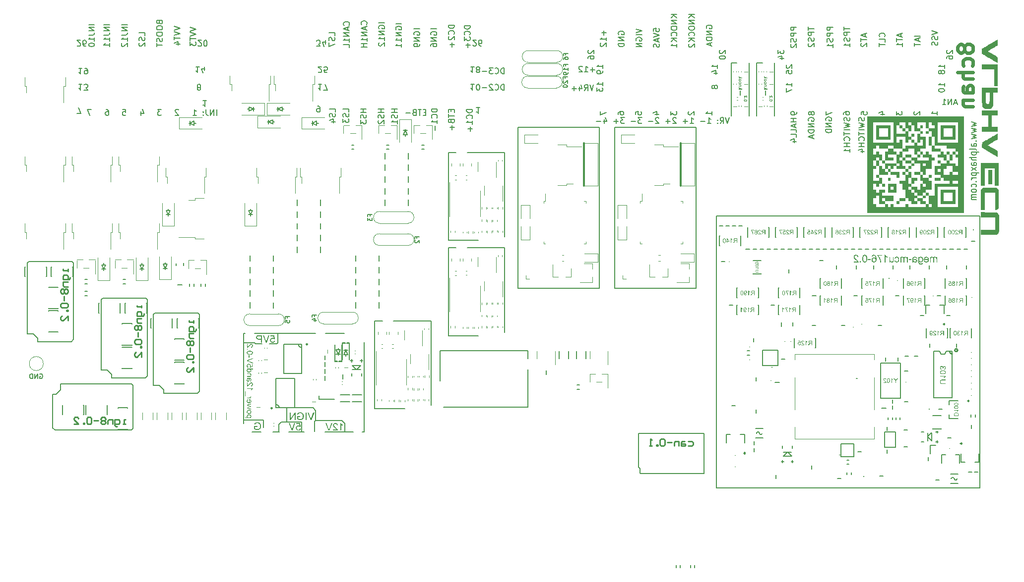
<source format=gbo>
G75*
G70*
%OFA0B0*%
%FSLAX25Y25*%
%IPPOS*%
%LPD*%
%AMOC8*
5,1,8,0,0,1.08239X$1,22.5*
%
%ADD10C,0.00787*%
%ADD100C,0.00669*%
%ADD101C,0.00500*%
%ADD146C,0.00394*%
%ADD147C,0.01000*%
%ADD16C,0.02362*%
%ADD282C,0.00300*%
%ADD83C,0.00591*%
%ADD88C,0.00800*%
%ADD89C,0.00472*%
%ADD96C,0.00984*%
%ADD97C,0.01181*%
X0000000Y0000000D02*
%LPD*%
G01*
D83*
X0424547Y0379036D02*
X0424547Y0380911D01*
X0424547Y0380911D02*
X0426421Y0381099D01*
X0426421Y0381099D02*
X0426234Y0380911D01*
X0426234Y0380911D02*
X0426046Y0380536D01*
X0426046Y0380536D02*
X0426046Y0379599D01*
X0426046Y0379599D02*
X0426234Y0379224D01*
X0426234Y0379224D02*
X0426421Y0379036D01*
X0426421Y0379036D02*
X0426796Y0378849D01*
X0426796Y0378849D02*
X0427734Y0378849D01*
X0427734Y0378849D02*
X0428109Y0379036D01*
X0428109Y0379036D02*
X0428296Y0379224D01*
X0428296Y0379224D02*
X0428484Y0379599D01*
X0428484Y0379599D02*
X0428484Y0380536D01*
X0428484Y0380536D02*
X0428296Y0380911D01*
X0428296Y0380911D02*
X0428109Y0381099D01*
X0424547Y0377724D02*
X0428484Y0376412D01*
X0428484Y0376412D02*
X0424547Y0375099D01*
X0427359Y0373975D02*
X0427359Y0372100D01*
X0428484Y0374349D02*
X0424547Y0373037D01*
X0424547Y0373037D02*
X0428484Y0371725D01*
X0428296Y0370600D02*
X0428484Y0370037D01*
X0428484Y0370037D02*
X0428484Y0369100D01*
X0428484Y0369100D02*
X0428296Y0368725D01*
X0428296Y0368725D02*
X0428109Y0368538D01*
X0428109Y0368538D02*
X0427734Y0368350D01*
X0427734Y0368350D02*
X0427359Y0368350D01*
X0427359Y0368350D02*
X0426984Y0368538D01*
X0426984Y0368538D02*
X0426796Y0368725D01*
X0426796Y0368725D02*
X0426609Y0369100D01*
X0426609Y0369100D02*
X0426421Y0369850D01*
X0426421Y0369850D02*
X0426234Y0370225D01*
X0426234Y0370225D02*
X0426046Y0370412D01*
X0426046Y0370412D02*
X0425671Y0370600D01*
X0425671Y0370600D02*
X0425296Y0370600D01*
X0425296Y0370600D02*
X0424921Y0370412D01*
X0424921Y0370412D02*
X0424734Y0370225D01*
X0424734Y0370225D02*
X0424547Y0369850D01*
X0424547Y0369850D02*
X0424547Y0368913D01*
X0424547Y0368913D02*
X0424734Y0368350D01*
X0401112Y0376937D02*
X0400924Y0377312D01*
X0400924Y0377312D02*
X0400924Y0377874D01*
X0400924Y0377874D02*
X0401112Y0378436D01*
X0401112Y0378436D02*
X0401487Y0378811D01*
X0401487Y0378811D02*
X0401862Y0378999D01*
X0401862Y0378999D02*
X0402612Y0379186D01*
X0402612Y0379186D02*
X0403174Y0379186D01*
X0403174Y0379186D02*
X0403924Y0378999D01*
X0403924Y0378999D02*
X0404299Y0378811D01*
X0404299Y0378811D02*
X0404674Y0378436D01*
X0404674Y0378436D02*
X0404861Y0377874D01*
X0404861Y0377874D02*
X0404861Y0377499D01*
X0404861Y0377499D02*
X0404674Y0376937D01*
X0404674Y0376937D02*
X0404487Y0376749D01*
X0404487Y0376749D02*
X0403174Y0376749D01*
X0403174Y0376749D02*
X0403174Y0377499D01*
X0404861Y0375062D02*
X0400924Y0375062D01*
X0400924Y0375062D02*
X0404861Y0372812D01*
X0404861Y0372812D02*
X0400924Y0372812D01*
X0404861Y0370937D02*
X0400924Y0370937D01*
X0400924Y0370937D02*
X0400924Y0370000D01*
X0400924Y0370000D02*
X0401112Y0369438D01*
X0401112Y0369438D02*
X0401487Y0369063D01*
X0401487Y0369063D02*
X0401862Y0368875D01*
X0401862Y0368875D02*
X0402612Y0368688D01*
X0402612Y0368688D02*
X0403174Y0368688D01*
X0403174Y0368688D02*
X0403924Y0368875D01*
X0403924Y0368875D02*
X0404299Y0369063D01*
X0404299Y0369063D02*
X0404674Y0369438D01*
X0404674Y0369438D02*
X0404861Y0370000D01*
X0404861Y0370000D02*
X0404861Y0370937D01*
X0528671Y0318781D02*
X0528484Y0319156D01*
X0528484Y0319156D02*
X0528484Y0319719D01*
X0528484Y0319719D02*
X0528671Y0320281D01*
X0528671Y0320281D02*
X0529046Y0320656D01*
X0529046Y0320656D02*
X0529421Y0320844D01*
X0529421Y0320844D02*
X0530171Y0321031D01*
X0530171Y0321031D02*
X0530733Y0321031D01*
X0530733Y0321031D02*
X0531483Y0320844D01*
X0531483Y0320844D02*
X0531858Y0320656D01*
X0531858Y0320656D02*
X0532233Y0320281D01*
X0532233Y0320281D02*
X0532421Y0319719D01*
X0532421Y0319719D02*
X0532421Y0319344D01*
X0532421Y0319344D02*
X0532233Y0318781D01*
X0532233Y0318781D02*
X0532046Y0318594D01*
X0532046Y0318594D02*
X0530733Y0318594D01*
X0530733Y0318594D02*
X0530733Y0319344D01*
X0532421Y0316907D02*
X0528484Y0316907D01*
X0528484Y0316907D02*
X0532421Y0314657D01*
X0532421Y0314657D02*
X0528484Y0314657D01*
X0532421Y0312782D02*
X0528484Y0312782D01*
X0528484Y0312782D02*
X0528484Y0311845D01*
X0528484Y0311845D02*
X0528671Y0311282D01*
X0528671Y0311282D02*
X0529046Y0310907D01*
X0529046Y0310907D02*
X0529421Y0310720D01*
X0529421Y0310720D02*
X0530171Y0310532D01*
X0530171Y0310532D02*
X0530733Y0310532D01*
X0530733Y0310532D02*
X0531483Y0310720D01*
X0531483Y0310720D02*
X0531858Y0310907D01*
X0531858Y0310907D02*
X0532233Y0311282D01*
X0532233Y0311282D02*
X0532421Y0311845D01*
X0532421Y0311845D02*
X0532421Y0312782D01*
X0531296Y0309033D02*
X0531296Y0307158D01*
X0532421Y0309408D02*
X0528484Y0308095D01*
X0528484Y0308095D02*
X0532421Y0306783D01*
X0219822Y0324893D02*
X0219822Y0326768D01*
X0219822Y0326768D02*
X0215885Y0326768D01*
X0219635Y0323768D02*
X0219822Y0323206D01*
X0219822Y0323206D02*
X0219822Y0322268D01*
X0219822Y0322268D02*
X0219635Y0321894D01*
X0219635Y0321894D02*
X0219447Y0321706D01*
X0219447Y0321706D02*
X0219072Y0321519D01*
X0219072Y0321519D02*
X0218697Y0321519D01*
X0218697Y0321519D02*
X0218322Y0321706D01*
X0218322Y0321706D02*
X0218135Y0321894D01*
X0218135Y0321894D02*
X0217947Y0322268D01*
X0217947Y0322268D02*
X0217760Y0323018D01*
X0217760Y0323018D02*
X0217572Y0323393D01*
X0217572Y0323393D02*
X0217385Y0323581D01*
X0217385Y0323581D02*
X0217010Y0323768D01*
X0217010Y0323768D02*
X0216635Y0323768D01*
X0216635Y0323768D02*
X0216260Y0323581D01*
X0216260Y0323581D02*
X0216073Y0323393D01*
X0216073Y0323393D02*
X0215885Y0323018D01*
X0215885Y0323018D02*
X0215885Y0322081D01*
X0215885Y0322081D02*
X0216073Y0321519D01*
X0215885Y0320206D02*
X0215885Y0317769D01*
X0215885Y0317769D02*
X0217385Y0319081D01*
X0217385Y0319081D02*
X0217385Y0318519D01*
X0217385Y0318519D02*
X0217572Y0318144D01*
X0217572Y0318144D02*
X0217760Y0317957D01*
X0217760Y0317957D02*
X0218135Y0317769D01*
X0218135Y0317769D02*
X0219072Y0317769D01*
X0219072Y0317769D02*
X0219447Y0317957D01*
X0219447Y0317957D02*
X0219635Y0318144D01*
X0219635Y0318144D02*
X0219822Y0318519D01*
X0219822Y0318519D02*
X0219822Y0319644D01*
X0219822Y0319644D02*
X0219635Y0320019D01*
X0219635Y0320019D02*
X0219447Y0320206D01*
X0440295Y0390416D02*
X0436358Y0390416D01*
X0440295Y0388166D02*
X0438045Y0389854D01*
X0436358Y0388166D02*
X0438607Y0390416D01*
X0440295Y0386479D02*
X0436358Y0386479D01*
X0436358Y0386479D02*
X0440295Y0384229D01*
X0440295Y0384229D02*
X0436358Y0384229D01*
X0436358Y0381605D02*
X0436358Y0380855D01*
X0436358Y0380855D02*
X0436545Y0380480D01*
X0436545Y0380480D02*
X0436920Y0380105D01*
X0436920Y0380105D02*
X0437670Y0379918D01*
X0437670Y0379918D02*
X0438982Y0379918D01*
X0438982Y0379918D02*
X0439732Y0380105D01*
X0439732Y0380105D02*
X0440107Y0380480D01*
X0440107Y0380480D02*
X0440295Y0380855D01*
X0440295Y0380855D02*
X0440295Y0381605D01*
X0440295Y0381605D02*
X0440107Y0381980D01*
X0440107Y0381980D02*
X0439732Y0382355D01*
X0439732Y0382355D02*
X0438982Y0382542D01*
X0438982Y0382542D02*
X0437670Y0382542D01*
X0437670Y0382542D02*
X0436920Y0382355D01*
X0436920Y0382355D02*
X0436545Y0381980D01*
X0436545Y0381980D02*
X0436358Y0381605D01*
X0439920Y0375981D02*
X0440107Y0376168D01*
X0440107Y0376168D02*
X0440295Y0376730D01*
X0440295Y0376730D02*
X0440295Y0377105D01*
X0440295Y0377105D02*
X0440107Y0377668D01*
X0440107Y0377668D02*
X0439732Y0378043D01*
X0439732Y0378043D02*
X0439357Y0378230D01*
X0439357Y0378230D02*
X0438607Y0378418D01*
X0438607Y0378418D02*
X0438045Y0378418D01*
X0438045Y0378418D02*
X0437295Y0378230D01*
X0437295Y0378230D02*
X0436920Y0378043D01*
X0436920Y0378043D02*
X0436545Y0377668D01*
X0436545Y0377668D02*
X0436358Y0377105D01*
X0436358Y0377105D02*
X0436358Y0376730D01*
X0436358Y0376730D02*
X0436545Y0376168D01*
X0436545Y0376168D02*
X0436733Y0375981D01*
X0440295Y0374293D02*
X0436358Y0374293D01*
X0440295Y0372043D02*
X0438045Y0373731D01*
X0436358Y0372043D02*
X0438607Y0374293D01*
X0440295Y0368294D02*
X0440295Y0370544D01*
X0440295Y0369419D02*
X0436358Y0369419D01*
X0436358Y0369419D02*
X0436920Y0369794D01*
X0436920Y0369794D02*
X0437295Y0370169D01*
X0437295Y0370169D02*
X0437482Y0370544D01*
X0071003Y0383611D02*
X0067066Y0383611D01*
X0071003Y0381736D02*
X0067066Y0381736D01*
X0067066Y0381736D02*
X0071003Y0379486D01*
X0071003Y0379486D02*
X0067066Y0379486D01*
X0067066Y0376487D02*
X0069878Y0376487D01*
X0069878Y0376487D02*
X0070441Y0376674D01*
X0070441Y0376674D02*
X0070816Y0377049D01*
X0070816Y0377049D02*
X0071003Y0377612D01*
X0071003Y0377612D02*
X0071003Y0377987D01*
X0071003Y0372550D02*
X0071003Y0374799D01*
X0071003Y0373675D02*
X0067066Y0373675D01*
X0067066Y0373675D02*
X0067629Y0374049D01*
X0067629Y0374049D02*
X0068004Y0374424D01*
X0068004Y0374424D02*
X0068191Y0374799D01*
X0067441Y0371050D02*
X0067254Y0370862D01*
X0067254Y0370862D02*
X0067066Y0370487D01*
X0067066Y0370487D02*
X0067066Y0369550D01*
X0067066Y0369550D02*
X0067254Y0369175D01*
X0067254Y0369175D02*
X0067441Y0368988D01*
X0067441Y0368988D02*
X0067816Y0368800D01*
X0067816Y0368800D02*
X0068191Y0368800D01*
X0068191Y0368800D02*
X0068754Y0368988D01*
X0068754Y0368988D02*
X0071003Y0371237D01*
X0071003Y0371237D02*
X0071003Y0368800D01*
X0255255Y0384079D02*
X0251318Y0384079D01*
X0251506Y0380142D02*
X0251318Y0380517D01*
X0251318Y0380517D02*
X0251318Y0381080D01*
X0251318Y0381080D02*
X0251506Y0381642D01*
X0251506Y0381642D02*
X0251881Y0382017D01*
X0251881Y0382017D02*
X0252256Y0382205D01*
X0252256Y0382205D02*
X0253005Y0382392D01*
X0253005Y0382392D02*
X0253568Y0382392D01*
X0253568Y0382392D02*
X0254318Y0382205D01*
X0254318Y0382205D02*
X0254693Y0382017D01*
X0254693Y0382017D02*
X0255068Y0381642D01*
X0255068Y0381642D02*
X0255255Y0381080D01*
X0255255Y0381080D02*
X0255255Y0380705D01*
X0255255Y0380705D02*
X0255068Y0380142D01*
X0255068Y0380142D02*
X0254880Y0379955D01*
X0254880Y0379955D02*
X0253568Y0379955D01*
X0253568Y0379955D02*
X0253568Y0380705D01*
X0255255Y0378268D02*
X0251318Y0378268D01*
X0251318Y0378268D02*
X0255255Y0376018D01*
X0255255Y0376018D02*
X0251318Y0376018D01*
X0255255Y0372081D02*
X0255255Y0374331D01*
X0255255Y0373206D02*
X0251318Y0373206D01*
X0251318Y0373206D02*
X0251881Y0373581D01*
X0251881Y0373581D02*
X0252256Y0373956D01*
X0252256Y0373956D02*
X0252443Y0374331D01*
X0255255Y0368331D02*
X0255255Y0370581D01*
X0255255Y0369456D02*
X0251318Y0369456D01*
X0251318Y0369456D02*
X0251881Y0369831D01*
X0251881Y0369831D02*
X0252256Y0370206D01*
X0252256Y0370206D02*
X0252443Y0370581D01*
D10*
X0638286Y0317994D02*
X0641436Y0317244D01*
X0641436Y0317244D02*
X0639186Y0316494D01*
X0639186Y0316494D02*
X0641436Y0315744D01*
X0641436Y0315744D02*
X0638286Y0314994D01*
X0638286Y0313870D02*
X0641436Y0313120D01*
X0641436Y0313120D02*
X0639186Y0312370D01*
X0639186Y0312370D02*
X0641436Y0311620D01*
X0641436Y0311620D02*
X0638286Y0310870D01*
X0638286Y0309745D02*
X0641436Y0308995D01*
X0641436Y0308995D02*
X0639186Y0308245D01*
X0639186Y0308245D02*
X0641436Y0307495D01*
X0641436Y0307495D02*
X0638286Y0306745D01*
X0640986Y0305246D02*
X0641211Y0305058D01*
X0641211Y0305058D02*
X0641436Y0305246D01*
X0641436Y0305246D02*
X0641211Y0305433D01*
X0641211Y0305433D02*
X0640986Y0305246D01*
X0640986Y0305246D02*
X0641436Y0305246D01*
X0641436Y0301684D02*
X0638961Y0301684D01*
X0638961Y0301684D02*
X0638511Y0301871D01*
X0638511Y0301871D02*
X0638286Y0302246D01*
X0638286Y0302246D02*
X0638286Y0302996D01*
X0638286Y0302996D02*
X0638511Y0303371D01*
X0641211Y0301684D02*
X0641436Y0302058D01*
X0641436Y0302058D02*
X0641436Y0302996D01*
X0641436Y0302996D02*
X0641211Y0303371D01*
X0641211Y0303371D02*
X0640761Y0303558D01*
X0640761Y0303558D02*
X0640311Y0303558D01*
X0640311Y0303558D02*
X0639861Y0303371D01*
X0639861Y0303371D02*
X0639636Y0302996D01*
X0639636Y0302996D02*
X0639636Y0302058D01*
X0639636Y0302058D02*
X0639411Y0301684D01*
X0641436Y0299246D02*
X0641211Y0299621D01*
X0641211Y0299621D02*
X0640761Y0299809D01*
X0640761Y0299809D02*
X0636712Y0299809D01*
X0638286Y0297747D02*
X0643011Y0297747D01*
X0638511Y0297747D02*
X0638286Y0297372D01*
X0638286Y0297372D02*
X0638286Y0296622D01*
X0638286Y0296622D02*
X0638511Y0296247D01*
X0638511Y0296247D02*
X0638736Y0296059D01*
X0638736Y0296059D02*
X0639186Y0295872D01*
X0639186Y0295872D02*
X0640536Y0295872D01*
X0640536Y0295872D02*
X0640986Y0296059D01*
X0640986Y0296059D02*
X0641211Y0296247D01*
X0641211Y0296247D02*
X0641436Y0296622D01*
X0641436Y0296622D02*
X0641436Y0297372D01*
X0641436Y0297372D02*
X0641211Y0297747D01*
X0641436Y0294184D02*
X0636712Y0294184D01*
X0641436Y0292497D02*
X0638961Y0292497D01*
X0638961Y0292497D02*
X0638511Y0292685D01*
X0638511Y0292685D02*
X0638286Y0293060D01*
X0638286Y0293060D02*
X0638286Y0293622D01*
X0638286Y0293622D02*
X0638511Y0293997D01*
X0638511Y0293997D02*
X0638736Y0294184D01*
X0641436Y0288935D02*
X0638961Y0288935D01*
X0638961Y0288935D02*
X0638511Y0289123D01*
X0638511Y0289123D02*
X0638286Y0289498D01*
X0638286Y0289498D02*
X0638286Y0290247D01*
X0638286Y0290247D02*
X0638511Y0290622D01*
X0641211Y0288935D02*
X0641436Y0289310D01*
X0641436Y0289310D02*
X0641436Y0290247D01*
X0641436Y0290247D02*
X0641211Y0290622D01*
X0641211Y0290622D02*
X0640761Y0290810D01*
X0640761Y0290810D02*
X0640311Y0290810D01*
X0640311Y0290810D02*
X0639861Y0290622D01*
X0639861Y0290622D02*
X0639636Y0290247D01*
X0639636Y0290247D02*
X0639636Y0289310D01*
X0639636Y0289310D02*
X0639411Y0288935D01*
X0641436Y0287435D02*
X0638286Y0285373D01*
X0638286Y0287435D02*
X0641436Y0285373D01*
X0638286Y0283873D02*
X0643011Y0283873D01*
X0638511Y0283873D02*
X0638286Y0283498D01*
X0638286Y0283498D02*
X0638286Y0282748D01*
X0638286Y0282748D02*
X0638511Y0282373D01*
X0638511Y0282373D02*
X0638736Y0282186D01*
X0638736Y0282186D02*
X0639186Y0281998D01*
X0639186Y0281998D02*
X0640536Y0281998D01*
X0640536Y0281998D02*
X0640986Y0282186D01*
X0640986Y0282186D02*
X0641211Y0282373D01*
X0641211Y0282373D02*
X0641436Y0282748D01*
X0641436Y0282748D02*
X0641436Y0283498D01*
X0641436Y0283498D02*
X0641211Y0283873D01*
X0641436Y0280311D02*
X0638286Y0280311D01*
X0639186Y0280311D02*
X0638736Y0280124D01*
X0638736Y0280124D02*
X0638511Y0279936D01*
X0638511Y0279936D02*
X0638286Y0279561D01*
X0638286Y0279561D02*
X0638286Y0279186D01*
X0640986Y0277874D02*
X0641211Y0277687D01*
X0641211Y0277687D02*
X0641436Y0277874D01*
X0641436Y0277874D02*
X0641211Y0278061D01*
X0641211Y0278061D02*
X0640986Y0277874D01*
X0640986Y0277874D02*
X0641436Y0277874D01*
X0641211Y0274312D02*
X0641436Y0274687D01*
X0641436Y0274687D02*
X0641436Y0275437D01*
X0641436Y0275437D02*
X0641211Y0275812D01*
X0641211Y0275812D02*
X0640986Y0275999D01*
X0640986Y0275999D02*
X0640536Y0276187D01*
X0640536Y0276187D02*
X0639186Y0276187D01*
X0639186Y0276187D02*
X0638736Y0275999D01*
X0638736Y0275999D02*
X0638511Y0275812D01*
X0638511Y0275812D02*
X0638286Y0275437D01*
X0638286Y0275437D02*
X0638286Y0274687D01*
X0638286Y0274687D02*
X0638511Y0274312D01*
X0641436Y0272062D02*
X0641211Y0272437D01*
X0641211Y0272437D02*
X0640986Y0272625D01*
X0640986Y0272625D02*
X0640536Y0272812D01*
X0640536Y0272812D02*
X0639186Y0272812D01*
X0639186Y0272812D02*
X0638736Y0272625D01*
X0638736Y0272625D02*
X0638511Y0272437D01*
X0638511Y0272437D02*
X0638286Y0272062D01*
X0638286Y0272062D02*
X0638286Y0271500D01*
X0638286Y0271500D02*
X0638511Y0271125D01*
X0638511Y0271125D02*
X0638736Y0270937D01*
X0638736Y0270937D02*
X0639186Y0270750D01*
X0639186Y0270750D02*
X0640536Y0270750D01*
X0640536Y0270750D02*
X0640986Y0270937D01*
X0640986Y0270937D02*
X0641211Y0271125D01*
X0641211Y0271125D02*
X0641436Y0271500D01*
X0641436Y0271500D02*
X0641436Y0272062D01*
X0641436Y0269063D02*
X0638286Y0269063D01*
X0638736Y0269063D02*
X0638511Y0268875D01*
X0638511Y0268875D02*
X0638286Y0268500D01*
X0638286Y0268500D02*
X0638286Y0267938D01*
X0638286Y0267938D02*
X0638511Y0267563D01*
X0638511Y0267563D02*
X0638961Y0267375D01*
X0638961Y0267375D02*
X0641436Y0267375D01*
X0638961Y0267375D02*
X0638511Y0267188D01*
X0638511Y0267188D02*
X0638286Y0266813D01*
X0638286Y0266813D02*
X0638286Y0266250D01*
X0638286Y0266250D02*
X0638511Y0265876D01*
X0638511Y0265876D02*
X0638961Y0265688D01*
X0638961Y0265688D02*
X0641436Y0265688D01*
D83*
X0452106Y0390416D02*
X0448169Y0390416D01*
X0452106Y0388166D02*
X0449856Y0389854D01*
X0448169Y0388166D02*
X0450418Y0390416D01*
X0452106Y0386479D02*
X0448169Y0386479D01*
X0448169Y0386479D02*
X0452106Y0384229D01*
X0452106Y0384229D02*
X0448169Y0384229D01*
X0448169Y0381605D02*
X0448169Y0380855D01*
X0448169Y0380855D02*
X0448356Y0380480D01*
X0448356Y0380480D02*
X0448731Y0380105D01*
X0448731Y0380105D02*
X0449481Y0379918D01*
X0449481Y0379918D02*
X0450793Y0379918D01*
X0450793Y0379918D02*
X0451543Y0380105D01*
X0451543Y0380105D02*
X0451918Y0380480D01*
X0451918Y0380480D02*
X0452106Y0380855D01*
X0452106Y0380855D02*
X0452106Y0381605D01*
X0452106Y0381605D02*
X0451918Y0381980D01*
X0451918Y0381980D02*
X0451543Y0382355D01*
X0451543Y0382355D02*
X0450793Y0382542D01*
X0450793Y0382542D02*
X0449481Y0382542D01*
X0449481Y0382542D02*
X0448731Y0382355D01*
X0448731Y0382355D02*
X0448356Y0381980D01*
X0448356Y0381980D02*
X0448169Y0381605D01*
X0451731Y0375981D02*
X0451918Y0376168D01*
X0451918Y0376168D02*
X0452106Y0376730D01*
X0452106Y0376730D02*
X0452106Y0377105D01*
X0452106Y0377105D02*
X0451918Y0377668D01*
X0451918Y0377668D02*
X0451543Y0378043D01*
X0451543Y0378043D02*
X0451168Y0378230D01*
X0451168Y0378230D02*
X0450418Y0378418D01*
X0450418Y0378418D02*
X0449856Y0378418D01*
X0449856Y0378418D02*
X0449106Y0378230D01*
X0449106Y0378230D02*
X0448731Y0378043D01*
X0448731Y0378043D02*
X0448356Y0377668D01*
X0448356Y0377668D02*
X0448169Y0377105D01*
X0448169Y0377105D02*
X0448169Y0376730D01*
X0448169Y0376730D02*
X0448356Y0376168D01*
X0448356Y0376168D02*
X0448544Y0375981D01*
X0452106Y0374293D02*
X0448169Y0374293D01*
X0452106Y0372043D02*
X0449856Y0373731D01*
X0448169Y0372043D02*
X0450418Y0374293D01*
X0448544Y0370544D02*
X0448356Y0370356D01*
X0448356Y0370356D02*
X0448169Y0369981D01*
X0448169Y0369981D02*
X0448169Y0369044D01*
X0448169Y0369044D02*
X0448356Y0368669D01*
X0448356Y0368669D02*
X0448544Y0368481D01*
X0448544Y0368481D02*
X0448918Y0368294D01*
X0448918Y0368294D02*
X0449293Y0368294D01*
X0449293Y0368294D02*
X0449856Y0368481D01*
X0449856Y0368481D02*
X0452106Y0370731D01*
X0452106Y0370731D02*
X0452106Y0368294D01*
X0545019Y0381867D02*
X0541082Y0381867D01*
X0541082Y0381867D02*
X0541082Y0380367D01*
X0541082Y0380367D02*
X0541269Y0379993D01*
X0541269Y0379993D02*
X0541457Y0379805D01*
X0541457Y0379805D02*
X0541832Y0379618D01*
X0541832Y0379618D02*
X0542394Y0379618D01*
X0542394Y0379618D02*
X0542769Y0379805D01*
X0542769Y0379805D02*
X0542957Y0379993D01*
X0542957Y0379993D02*
X0543144Y0380367D01*
X0543144Y0380367D02*
X0543144Y0381867D01*
X0545019Y0377930D02*
X0541082Y0377930D01*
X0541082Y0377930D02*
X0541082Y0376430D01*
X0541082Y0376430D02*
X0541269Y0376055D01*
X0541269Y0376055D02*
X0541457Y0375868D01*
X0541457Y0375868D02*
X0541832Y0375681D01*
X0541832Y0375681D02*
X0542394Y0375681D01*
X0542394Y0375681D02*
X0542769Y0375868D01*
X0542769Y0375868D02*
X0542957Y0376055D01*
X0542957Y0376055D02*
X0543144Y0376430D01*
X0543144Y0376430D02*
X0543144Y0377930D01*
X0544831Y0374181D02*
X0545019Y0373618D01*
X0545019Y0373618D02*
X0545019Y0372681D01*
X0545019Y0372681D02*
X0544831Y0372306D01*
X0544831Y0372306D02*
X0544644Y0372118D01*
X0544644Y0372118D02*
X0544269Y0371931D01*
X0544269Y0371931D02*
X0543894Y0371931D01*
X0543894Y0371931D02*
X0543519Y0372118D01*
X0543519Y0372118D02*
X0543332Y0372306D01*
X0543332Y0372306D02*
X0543144Y0372681D01*
X0543144Y0372681D02*
X0542957Y0373431D01*
X0542957Y0373431D02*
X0542769Y0373806D01*
X0542769Y0373806D02*
X0542582Y0373993D01*
X0542582Y0373993D02*
X0542207Y0374181D01*
X0542207Y0374181D02*
X0541832Y0374181D01*
X0541832Y0374181D02*
X0541457Y0373993D01*
X0541457Y0373993D02*
X0541269Y0373806D01*
X0541269Y0373806D02*
X0541082Y0373431D01*
X0541082Y0373431D02*
X0541082Y0372493D01*
X0541082Y0372493D02*
X0541269Y0371931D01*
X0545019Y0368181D02*
X0545019Y0370431D01*
X0545019Y0369306D02*
X0541082Y0369306D01*
X0541082Y0369306D02*
X0541644Y0369681D01*
X0541644Y0369681D02*
X0542019Y0370056D01*
X0542019Y0370056D02*
X0542207Y0370431D01*
X0324162Y0339469D02*
X0324162Y0343406D01*
X0324162Y0343406D02*
X0323225Y0343406D01*
X0323225Y0343406D02*
X0322662Y0343219D01*
X0322662Y0343219D02*
X0322287Y0342844D01*
X0322287Y0342844D02*
X0322100Y0342469D01*
X0322100Y0342469D02*
X0321912Y0341719D01*
X0321912Y0341719D02*
X0321912Y0341157D01*
X0321912Y0341157D02*
X0322100Y0340407D01*
X0322100Y0340407D02*
X0322287Y0340032D01*
X0322287Y0340032D02*
X0322662Y0339657D01*
X0322662Y0339657D02*
X0323225Y0339469D01*
X0323225Y0339469D02*
X0324162Y0339469D01*
X0317975Y0339844D02*
X0318163Y0339657D01*
X0318163Y0339657D02*
X0318725Y0339469D01*
X0318725Y0339469D02*
X0319100Y0339469D01*
X0319100Y0339469D02*
X0319663Y0339657D01*
X0319663Y0339657D02*
X0320037Y0340032D01*
X0320037Y0340032D02*
X0320225Y0340407D01*
X0320225Y0340407D02*
X0320412Y0341157D01*
X0320412Y0341157D02*
X0320412Y0341719D01*
X0320412Y0341719D02*
X0320225Y0342469D01*
X0320225Y0342469D02*
X0320037Y0342844D01*
X0320037Y0342844D02*
X0319663Y0343219D01*
X0319663Y0343219D02*
X0319100Y0343406D01*
X0319100Y0343406D02*
X0318725Y0343406D01*
X0318725Y0343406D02*
X0318163Y0343219D01*
X0318163Y0343219D02*
X0317975Y0343031D01*
X0316475Y0343031D02*
X0316288Y0343219D01*
X0316288Y0343219D02*
X0315913Y0343406D01*
X0315913Y0343406D02*
X0314976Y0343406D01*
X0314976Y0343406D02*
X0314601Y0343219D01*
X0314601Y0343219D02*
X0314413Y0343031D01*
X0314413Y0343031D02*
X0314226Y0342656D01*
X0314226Y0342656D02*
X0314226Y0342281D01*
X0314226Y0342281D02*
X0314413Y0341719D01*
X0314413Y0341719D02*
X0316663Y0339469D01*
X0316663Y0339469D02*
X0314226Y0339469D01*
X0312538Y0340969D02*
X0309539Y0340969D01*
X0210767Y0324893D02*
X0210767Y0326768D01*
X0210767Y0326768D02*
X0206830Y0326768D01*
X0210580Y0323768D02*
X0210767Y0323206D01*
X0210767Y0323206D02*
X0210767Y0322268D01*
X0210767Y0322268D02*
X0210580Y0321894D01*
X0210580Y0321894D02*
X0210392Y0321706D01*
X0210392Y0321706D02*
X0210017Y0321519D01*
X0210017Y0321519D02*
X0209642Y0321519D01*
X0209642Y0321519D02*
X0209267Y0321706D01*
X0209267Y0321706D02*
X0209080Y0321894D01*
X0209080Y0321894D02*
X0208892Y0322268D01*
X0208892Y0322268D02*
X0208705Y0323018D01*
X0208705Y0323018D02*
X0208517Y0323393D01*
X0208517Y0323393D02*
X0208330Y0323581D01*
X0208330Y0323581D02*
X0207955Y0323768D01*
X0207955Y0323768D02*
X0207580Y0323768D01*
X0207580Y0323768D02*
X0207205Y0323581D01*
X0207205Y0323581D02*
X0207017Y0323393D01*
X0207017Y0323393D02*
X0206830Y0323018D01*
X0206830Y0323018D02*
X0206830Y0322081D01*
X0206830Y0322081D02*
X0207017Y0321519D01*
X0208142Y0318144D02*
X0210767Y0318144D01*
X0206643Y0319081D02*
X0209455Y0320019D01*
X0209455Y0320019D02*
X0209455Y0317582D01*
X0048956Y0383611D02*
X0045019Y0383611D01*
X0048956Y0381736D02*
X0045019Y0381736D01*
X0045019Y0381736D02*
X0048956Y0379486D01*
X0048956Y0379486D02*
X0045019Y0379486D01*
X0045019Y0376487D02*
X0047831Y0376487D01*
X0047831Y0376487D02*
X0048394Y0376674D01*
X0048394Y0376674D02*
X0048769Y0377049D01*
X0048769Y0377049D02*
X0048956Y0377612D01*
X0048956Y0377612D02*
X0048956Y0377987D01*
X0048956Y0372550D02*
X0048956Y0374799D01*
X0048956Y0373675D02*
X0045019Y0373675D01*
X0045019Y0373675D02*
X0045581Y0374049D01*
X0045581Y0374049D02*
X0045956Y0374424D01*
X0045956Y0374424D02*
X0046144Y0374799D01*
X0045019Y0370112D02*
X0045019Y0369738D01*
X0045019Y0369738D02*
X0045206Y0369363D01*
X0045206Y0369363D02*
X0045394Y0369175D01*
X0045394Y0369175D02*
X0045769Y0368988D01*
X0045769Y0368988D02*
X0046519Y0368800D01*
X0046519Y0368800D02*
X0047456Y0368800D01*
X0047456Y0368800D02*
X0048206Y0368988D01*
X0048206Y0368988D02*
X0048581Y0369175D01*
X0048581Y0369175D02*
X0048769Y0369363D01*
X0048769Y0369363D02*
X0048956Y0369738D01*
X0048956Y0369738D02*
X0048956Y0370112D01*
X0048956Y0370112D02*
X0048769Y0370487D01*
X0048769Y0370487D02*
X0048581Y0370675D01*
X0048581Y0370675D02*
X0048206Y0370862D01*
X0048206Y0370862D02*
X0047456Y0371050D01*
X0047456Y0371050D02*
X0046519Y0371050D01*
X0046519Y0371050D02*
X0045769Y0370862D01*
X0045769Y0370862D02*
X0045394Y0370675D01*
X0045394Y0370675D02*
X0045206Y0370487D01*
X0045206Y0370487D02*
X0045019Y0370112D01*
X0552499Y0381961D02*
X0552499Y0379711D01*
X0556436Y0380836D02*
X0552499Y0380836D01*
X0556436Y0378399D02*
X0552499Y0378399D01*
X0552499Y0378399D02*
X0552499Y0376899D01*
X0552499Y0376899D02*
X0552687Y0376524D01*
X0552687Y0376524D02*
X0552874Y0376337D01*
X0552874Y0376337D02*
X0553249Y0376149D01*
X0553249Y0376149D02*
X0553812Y0376149D01*
X0553812Y0376149D02*
X0554187Y0376337D01*
X0554187Y0376337D02*
X0554374Y0376524D01*
X0554374Y0376524D02*
X0554562Y0376899D01*
X0554562Y0376899D02*
X0554562Y0378399D01*
X0556249Y0374649D02*
X0556436Y0374087D01*
X0556436Y0374087D02*
X0556436Y0373150D01*
X0556436Y0373150D02*
X0556249Y0372775D01*
X0556249Y0372775D02*
X0556061Y0372587D01*
X0556061Y0372587D02*
X0555686Y0372400D01*
X0555686Y0372400D02*
X0555311Y0372400D01*
X0555311Y0372400D02*
X0554936Y0372587D01*
X0554936Y0372587D02*
X0554749Y0372775D01*
X0554749Y0372775D02*
X0554562Y0373150D01*
X0554562Y0373150D02*
X0554374Y0373900D01*
X0554374Y0373900D02*
X0554187Y0374274D01*
X0554187Y0374274D02*
X0553999Y0374462D01*
X0553999Y0374462D02*
X0553624Y0374649D01*
X0553624Y0374649D02*
X0553249Y0374649D01*
X0553249Y0374649D02*
X0552874Y0374462D01*
X0552874Y0374462D02*
X0552687Y0374274D01*
X0552687Y0374274D02*
X0552499Y0373900D01*
X0552499Y0373900D02*
X0552499Y0372962D01*
X0552499Y0372962D02*
X0552687Y0372400D01*
X0556436Y0368650D02*
X0556436Y0370900D01*
X0556436Y0369775D02*
X0552499Y0369775D01*
X0552499Y0369775D02*
X0553062Y0370150D01*
X0553062Y0370150D02*
X0553437Y0370525D01*
X0553437Y0370525D02*
X0553624Y0370900D01*
X0460167Y0380986D02*
X0459980Y0381361D01*
X0459980Y0381361D02*
X0459980Y0381924D01*
X0459980Y0381924D02*
X0460167Y0382486D01*
X0460167Y0382486D02*
X0460542Y0382861D01*
X0460542Y0382861D02*
X0460917Y0383048D01*
X0460917Y0383048D02*
X0461667Y0383236D01*
X0461667Y0383236D02*
X0462229Y0383236D01*
X0462229Y0383236D02*
X0462979Y0383048D01*
X0462979Y0383048D02*
X0463354Y0382861D01*
X0463354Y0382861D02*
X0463729Y0382486D01*
X0463729Y0382486D02*
X0463917Y0381924D01*
X0463917Y0381924D02*
X0463917Y0381549D01*
X0463917Y0381549D02*
X0463729Y0380986D01*
X0463729Y0380986D02*
X0463542Y0380799D01*
X0463542Y0380799D02*
X0462229Y0380799D01*
X0462229Y0380799D02*
X0462229Y0381549D01*
X0463917Y0379111D02*
X0459980Y0379111D01*
X0459980Y0379111D02*
X0463917Y0376862D01*
X0463917Y0376862D02*
X0459980Y0376862D01*
X0463917Y0374987D02*
X0459980Y0374987D01*
X0459980Y0374987D02*
X0459980Y0374049D01*
X0459980Y0374049D02*
X0460167Y0373487D01*
X0460167Y0373487D02*
X0460542Y0373112D01*
X0460542Y0373112D02*
X0460917Y0372925D01*
X0460917Y0372925D02*
X0461667Y0372737D01*
X0461667Y0372737D02*
X0462229Y0372737D01*
X0462229Y0372737D02*
X0462979Y0372925D01*
X0462979Y0372925D02*
X0463354Y0373112D01*
X0463354Y0373112D02*
X0463729Y0373487D01*
X0463729Y0373487D02*
X0463917Y0374049D01*
X0463917Y0374049D02*
X0463917Y0374987D01*
X0462792Y0371237D02*
X0462792Y0369363D01*
X0463917Y0371612D02*
X0459980Y0370300D01*
X0459980Y0370300D02*
X0463917Y0368988D01*
X0301318Y0382823D02*
X0297381Y0382823D01*
X0297381Y0382823D02*
X0297381Y0381886D01*
X0297381Y0381886D02*
X0297569Y0381324D01*
X0297569Y0381324D02*
X0297944Y0380949D01*
X0297944Y0380949D02*
X0298319Y0380761D01*
X0298319Y0380761D02*
X0299068Y0380574D01*
X0299068Y0380574D02*
X0299631Y0380574D01*
X0299631Y0380574D02*
X0300381Y0380761D01*
X0300381Y0380761D02*
X0300756Y0380949D01*
X0300756Y0380949D02*
X0301131Y0381324D01*
X0301131Y0381324D02*
X0301318Y0381886D01*
X0301318Y0381886D02*
X0301318Y0382823D01*
X0300943Y0376637D02*
X0301131Y0376824D01*
X0301131Y0376824D02*
X0301318Y0377387D01*
X0301318Y0377387D02*
X0301318Y0377762D01*
X0301318Y0377762D02*
X0301131Y0378324D01*
X0301131Y0378324D02*
X0300756Y0378699D01*
X0300756Y0378699D02*
X0300381Y0378886D01*
X0300381Y0378886D02*
X0299631Y0379074D01*
X0299631Y0379074D02*
X0299068Y0379074D01*
X0299068Y0379074D02*
X0298319Y0378886D01*
X0298319Y0378886D02*
X0297944Y0378699D01*
X0297944Y0378699D02*
X0297569Y0378324D01*
X0297569Y0378324D02*
X0297381Y0377762D01*
X0297381Y0377762D02*
X0297381Y0377387D01*
X0297381Y0377387D02*
X0297569Y0376824D01*
X0297569Y0376824D02*
X0297756Y0376637D01*
X0297381Y0375324D02*
X0297381Y0372887D01*
X0297381Y0372887D02*
X0298881Y0374199D01*
X0298881Y0374199D02*
X0298881Y0373637D01*
X0298881Y0373637D02*
X0299068Y0373262D01*
X0299068Y0373262D02*
X0299256Y0373075D01*
X0299256Y0373075D02*
X0299631Y0372887D01*
X0299631Y0372887D02*
X0300568Y0372887D01*
X0300568Y0372887D02*
X0300943Y0373075D01*
X0300943Y0373075D02*
X0301131Y0373262D01*
X0301131Y0373262D02*
X0301318Y0373637D01*
X0301318Y0373637D02*
X0301318Y0374762D01*
X0301318Y0374762D02*
X0301131Y0375137D01*
X0301131Y0375137D02*
X0300943Y0375324D01*
X0299818Y0371200D02*
X0299818Y0368200D01*
X0301318Y0369700D02*
X0298319Y0369700D01*
X0540482Y0319063D02*
X0540295Y0319438D01*
X0540295Y0319438D02*
X0540295Y0320000D01*
X0540295Y0320000D02*
X0540482Y0320562D01*
X0540482Y0320562D02*
X0540857Y0320937D01*
X0540857Y0320937D02*
X0541232Y0321125D01*
X0541232Y0321125D02*
X0541982Y0321312D01*
X0541982Y0321312D02*
X0542544Y0321312D01*
X0542544Y0321312D02*
X0543294Y0321125D01*
X0543294Y0321125D02*
X0543669Y0320937D01*
X0543669Y0320937D02*
X0544044Y0320562D01*
X0544044Y0320562D02*
X0544232Y0320000D01*
X0544232Y0320000D02*
X0544232Y0319625D01*
X0544232Y0319625D02*
X0544044Y0319063D01*
X0544044Y0319063D02*
X0543857Y0318875D01*
X0543857Y0318875D02*
X0542544Y0318875D01*
X0542544Y0318875D02*
X0542544Y0319625D01*
X0544232Y0317188D02*
X0540295Y0317188D01*
X0540295Y0317188D02*
X0544232Y0314938D01*
X0544232Y0314938D02*
X0540295Y0314938D01*
X0544232Y0313063D02*
X0540295Y0313063D01*
X0540295Y0313063D02*
X0540295Y0312126D01*
X0540295Y0312126D02*
X0540482Y0311564D01*
X0540482Y0311564D02*
X0540857Y0311189D01*
X0540857Y0311189D02*
X0541232Y0311001D01*
X0541232Y0311001D02*
X0541982Y0310814D01*
X0541982Y0310814D02*
X0542544Y0310814D01*
X0542544Y0310814D02*
X0543294Y0311001D01*
X0543294Y0311001D02*
X0543669Y0311189D01*
X0543669Y0311189D02*
X0544044Y0311564D01*
X0544044Y0311564D02*
X0544232Y0312126D01*
X0544232Y0312126D02*
X0544232Y0313063D01*
X0590745Y0377462D02*
X0590745Y0375587D01*
X0591869Y0377837D02*
X0587932Y0376524D01*
X0587932Y0376524D02*
X0591869Y0375212D01*
X0587932Y0374462D02*
X0587932Y0372212D01*
X0591869Y0373337D02*
X0587932Y0373337D01*
X0591869Y0368838D02*
X0591869Y0371087D01*
X0591869Y0369963D02*
X0587932Y0369963D01*
X0587932Y0369963D02*
X0588495Y0370337D01*
X0588495Y0370337D02*
X0588870Y0370712D01*
X0588870Y0370712D02*
X0589057Y0371087D01*
X0210373Y0376074D02*
X0210373Y0377949D01*
X0210373Y0377949D02*
X0206436Y0377949D01*
X0210186Y0374949D02*
X0210373Y0374387D01*
X0210373Y0374387D02*
X0210373Y0373450D01*
X0210373Y0373450D02*
X0210186Y0373075D01*
X0210186Y0373075D02*
X0209998Y0372887D01*
X0209998Y0372887D02*
X0209623Y0372700D01*
X0209623Y0372700D02*
X0209248Y0372700D01*
X0209248Y0372700D02*
X0208873Y0372887D01*
X0208873Y0372887D02*
X0208686Y0373075D01*
X0208686Y0373075D02*
X0208499Y0373450D01*
X0208499Y0373450D02*
X0208311Y0374199D01*
X0208311Y0374199D02*
X0208124Y0374574D01*
X0208124Y0374574D02*
X0207936Y0374762D01*
X0207936Y0374762D02*
X0207561Y0374949D01*
X0207561Y0374949D02*
X0207186Y0374949D01*
X0207186Y0374949D02*
X0206811Y0374762D01*
X0206811Y0374762D02*
X0206624Y0374574D01*
X0206624Y0374574D02*
X0206436Y0374199D01*
X0206436Y0374199D02*
X0206436Y0373262D01*
X0206436Y0373262D02*
X0206624Y0372700D01*
X0206436Y0371387D02*
X0206436Y0368763D01*
X0206436Y0368763D02*
X0210373Y0370450D01*
D16*
X0633330Y0368483D02*
X0632843Y0369458D01*
X0632843Y0369458D02*
X0632355Y0369946D01*
X0632355Y0369946D02*
X0631381Y0370433D01*
X0631381Y0370433D02*
X0630893Y0370433D01*
X0630893Y0370433D02*
X0629918Y0369946D01*
X0629918Y0369946D02*
X0629431Y0369458D01*
X0629431Y0369458D02*
X0628943Y0368483D01*
X0628943Y0368483D02*
X0628943Y0366534D01*
X0628943Y0366534D02*
X0629431Y0365559D01*
X0629431Y0365559D02*
X0629918Y0365071D01*
X0629918Y0365071D02*
X0630893Y0364584D01*
X0630893Y0364584D02*
X0631381Y0364584D01*
X0631381Y0364584D02*
X0632355Y0365071D01*
X0632355Y0365071D02*
X0632843Y0365559D01*
X0632843Y0365559D02*
X0633330Y0366534D01*
X0633330Y0366534D02*
X0633330Y0368483D01*
X0633330Y0368483D02*
X0633818Y0369458D01*
X0633818Y0369458D02*
X0634305Y0369946D01*
X0634305Y0369946D02*
X0635280Y0370433D01*
X0635280Y0370433D02*
X0637230Y0370433D01*
X0637230Y0370433D02*
X0638205Y0369946D01*
X0638205Y0369946D02*
X0638692Y0369458D01*
X0638692Y0369458D02*
X0639180Y0368483D01*
X0639180Y0368483D02*
X0639180Y0366534D01*
X0639180Y0366534D02*
X0638692Y0365559D01*
X0638692Y0365559D02*
X0638205Y0365071D01*
X0638205Y0365071D02*
X0637230Y0364584D01*
X0637230Y0364584D02*
X0635280Y0364584D01*
X0635280Y0364584D02*
X0634305Y0365071D01*
X0634305Y0365071D02*
X0633818Y0365559D01*
X0633818Y0365559D02*
X0633330Y0366534D01*
X0638692Y0355810D02*
X0639180Y0356785D01*
X0639180Y0356785D02*
X0639180Y0358735D01*
X0639180Y0358735D02*
X0638692Y0359710D01*
X0638692Y0359710D02*
X0638205Y0360197D01*
X0638205Y0360197D02*
X0637230Y0360684D01*
X0637230Y0360684D02*
X0634305Y0360684D01*
X0634305Y0360684D02*
X0633330Y0360197D01*
X0633330Y0360197D02*
X0632843Y0359710D01*
X0632843Y0359710D02*
X0632355Y0358735D01*
X0632355Y0358735D02*
X0632355Y0356785D01*
X0632355Y0356785D02*
X0632843Y0355810D01*
X0639180Y0351423D02*
X0628943Y0351423D01*
X0639180Y0347036D02*
X0633818Y0347036D01*
X0633818Y0347036D02*
X0632843Y0347524D01*
X0632843Y0347524D02*
X0632355Y0348498D01*
X0632355Y0348498D02*
X0632355Y0349961D01*
X0632355Y0349961D02*
X0632843Y0350936D01*
X0632843Y0350936D02*
X0633330Y0351423D01*
X0639180Y0337775D02*
X0633818Y0337775D01*
X0633818Y0337775D02*
X0632843Y0338262D01*
X0632843Y0338262D02*
X0632355Y0339237D01*
X0632355Y0339237D02*
X0632355Y0341187D01*
X0632355Y0341187D02*
X0632843Y0342162D01*
X0638692Y0337775D02*
X0639180Y0338750D01*
X0639180Y0338750D02*
X0639180Y0341187D01*
X0639180Y0341187D02*
X0638692Y0342162D01*
X0638692Y0342162D02*
X0637717Y0342649D01*
X0637717Y0342649D02*
X0636742Y0342649D01*
X0636742Y0342649D02*
X0635767Y0342162D01*
X0635767Y0342162D02*
X0635280Y0341187D01*
X0635280Y0341187D02*
X0635280Y0338750D01*
X0635280Y0338750D02*
X0634793Y0337775D01*
X0632355Y0332900D02*
X0639180Y0332900D01*
X0633330Y0332900D02*
X0632843Y0332413D01*
X0632843Y0332413D02*
X0632355Y0331438D01*
X0632355Y0331438D02*
X0632355Y0329976D01*
X0632355Y0329976D02*
X0632843Y0329001D01*
X0632843Y0329001D02*
X0633818Y0328513D01*
X0633818Y0328513D02*
X0639180Y0328513D01*
D83*
X0556249Y0321087D02*
X0556436Y0320525D01*
X0556436Y0320525D02*
X0556436Y0319588D01*
X0556436Y0319588D02*
X0556249Y0319213D01*
X0556249Y0319213D02*
X0556061Y0319025D01*
X0556061Y0319025D02*
X0555686Y0318838D01*
X0555686Y0318838D02*
X0555311Y0318838D01*
X0555311Y0318838D02*
X0554936Y0319025D01*
X0554936Y0319025D02*
X0554749Y0319213D01*
X0554749Y0319213D02*
X0554562Y0319588D01*
X0554562Y0319588D02*
X0554374Y0320337D01*
X0554374Y0320337D02*
X0554187Y0320712D01*
X0554187Y0320712D02*
X0553999Y0320900D01*
X0553999Y0320900D02*
X0553624Y0321087D01*
X0553624Y0321087D02*
X0553249Y0321087D01*
X0553249Y0321087D02*
X0552874Y0320900D01*
X0552874Y0320900D02*
X0552687Y0320712D01*
X0552687Y0320712D02*
X0552499Y0320337D01*
X0552499Y0320337D02*
X0552499Y0319400D01*
X0552499Y0319400D02*
X0552687Y0318838D01*
X0552499Y0317525D02*
X0556436Y0316588D01*
X0556436Y0316588D02*
X0553624Y0315838D01*
X0553624Y0315838D02*
X0556436Y0315088D01*
X0556436Y0315088D02*
X0552499Y0314151D01*
X0556436Y0312651D02*
X0552499Y0312651D01*
X0552499Y0311339D02*
X0552499Y0309089D01*
X0556436Y0310214D02*
X0552499Y0310214D01*
X0556061Y0305527D02*
X0556249Y0305714D01*
X0556249Y0305714D02*
X0556436Y0306277D01*
X0556436Y0306277D02*
X0556436Y0306652D01*
X0556436Y0306652D02*
X0556249Y0307214D01*
X0556249Y0307214D02*
X0555874Y0307589D01*
X0555874Y0307589D02*
X0555499Y0307777D01*
X0555499Y0307777D02*
X0554749Y0307964D01*
X0554749Y0307964D02*
X0554187Y0307964D01*
X0554187Y0307964D02*
X0553437Y0307777D01*
X0553437Y0307777D02*
X0553062Y0307589D01*
X0553062Y0307589D02*
X0552687Y0307214D01*
X0552687Y0307214D02*
X0552499Y0306652D01*
X0552499Y0306652D02*
X0552499Y0306277D01*
X0552499Y0306277D02*
X0552687Y0305714D01*
X0552687Y0305714D02*
X0552874Y0305527D01*
X0556436Y0303840D02*
X0552499Y0303840D01*
X0554374Y0303840D02*
X0554374Y0301590D01*
X0556436Y0301590D02*
X0552499Y0301590D01*
X0556436Y0297653D02*
X0556436Y0299903D01*
X0556436Y0298778D02*
X0552499Y0298778D01*
X0552499Y0298778D02*
X0553062Y0299153D01*
X0553062Y0299153D02*
X0553437Y0299528D01*
X0553437Y0299528D02*
X0553624Y0299903D01*
X0412736Y0380611D02*
X0416673Y0379299D01*
X0416673Y0379299D02*
X0412736Y0377987D01*
X0416673Y0376674D02*
X0412736Y0376674D01*
X0412923Y0372737D02*
X0412736Y0373112D01*
X0412736Y0373112D02*
X0412736Y0373675D01*
X0412736Y0373675D02*
X0412923Y0374237D01*
X0412923Y0374237D02*
X0413298Y0374612D01*
X0413298Y0374612D02*
X0413673Y0374799D01*
X0413673Y0374799D02*
X0414423Y0374987D01*
X0414423Y0374987D02*
X0414985Y0374987D01*
X0414985Y0374987D02*
X0415735Y0374799D01*
X0415735Y0374799D02*
X0416110Y0374612D01*
X0416110Y0374612D02*
X0416485Y0374237D01*
X0416485Y0374237D02*
X0416673Y0373675D01*
X0416673Y0373675D02*
X0416673Y0373300D01*
X0416673Y0373300D02*
X0416485Y0372737D01*
X0416485Y0372737D02*
X0416298Y0372550D01*
X0416298Y0372550D02*
X0414985Y0372550D01*
X0414985Y0372550D02*
X0414985Y0373300D01*
X0416673Y0370862D02*
X0412736Y0370862D01*
X0412736Y0370862D02*
X0416673Y0368613D01*
X0416673Y0368613D02*
X0412736Y0368613D01*
X0243444Y0326843D02*
X0239507Y0326843D01*
X0241382Y0326843D02*
X0241382Y0324593D01*
X0243444Y0324593D02*
X0239507Y0324593D01*
X0243257Y0322906D02*
X0243444Y0322343D01*
X0243444Y0322343D02*
X0243444Y0321406D01*
X0243444Y0321406D02*
X0243257Y0321031D01*
X0243257Y0321031D02*
X0243069Y0320844D01*
X0243069Y0320844D02*
X0242694Y0320656D01*
X0242694Y0320656D02*
X0242319Y0320656D01*
X0242319Y0320656D02*
X0241944Y0320844D01*
X0241944Y0320844D02*
X0241757Y0321031D01*
X0241757Y0321031D02*
X0241569Y0321406D01*
X0241569Y0321406D02*
X0241382Y0322156D01*
X0241382Y0322156D02*
X0241194Y0322531D01*
X0241194Y0322531D02*
X0241007Y0322718D01*
X0241007Y0322718D02*
X0240632Y0322906D01*
X0240632Y0322906D02*
X0240257Y0322906D01*
X0240257Y0322906D02*
X0239882Y0322718D01*
X0239882Y0322718D02*
X0239695Y0322531D01*
X0239695Y0322531D02*
X0239507Y0322156D01*
X0239507Y0322156D02*
X0239507Y0321219D01*
X0239507Y0321219D02*
X0239695Y0320656D01*
X0239882Y0319156D02*
X0239695Y0318969D01*
X0239695Y0318969D02*
X0239507Y0318594D01*
X0239507Y0318594D02*
X0239507Y0317657D01*
X0239507Y0317657D02*
X0239695Y0317282D01*
X0239695Y0317282D02*
X0239882Y0317094D01*
X0239882Y0317094D02*
X0240257Y0316907D01*
X0240257Y0316907D02*
X0240632Y0316907D01*
X0240632Y0316907D02*
X0241194Y0317094D01*
X0241194Y0317094D02*
X0243444Y0319344D01*
X0243444Y0319344D02*
X0243444Y0316907D01*
X0528484Y0381961D02*
X0528484Y0379711D01*
X0532421Y0380836D02*
X0528484Y0380836D01*
X0532421Y0378399D02*
X0528484Y0378399D01*
X0528484Y0378399D02*
X0528484Y0376899D01*
X0528484Y0376899D02*
X0528671Y0376524D01*
X0528671Y0376524D02*
X0528858Y0376337D01*
X0528858Y0376337D02*
X0529233Y0376149D01*
X0529233Y0376149D02*
X0529796Y0376149D01*
X0529796Y0376149D02*
X0530171Y0376337D01*
X0530171Y0376337D02*
X0530358Y0376524D01*
X0530358Y0376524D02*
X0530546Y0376899D01*
X0530546Y0376899D02*
X0530546Y0378399D01*
X0532233Y0374649D02*
X0532421Y0374087D01*
X0532421Y0374087D02*
X0532421Y0373150D01*
X0532421Y0373150D02*
X0532233Y0372775D01*
X0532233Y0372775D02*
X0532046Y0372587D01*
X0532046Y0372587D02*
X0531671Y0372400D01*
X0531671Y0372400D02*
X0531296Y0372400D01*
X0531296Y0372400D02*
X0530921Y0372587D01*
X0530921Y0372587D02*
X0530733Y0372775D01*
X0530733Y0372775D02*
X0530546Y0373150D01*
X0530546Y0373150D02*
X0530358Y0373900D01*
X0530358Y0373900D02*
X0530171Y0374274D01*
X0530171Y0374274D02*
X0529983Y0374462D01*
X0529983Y0374462D02*
X0529608Y0374649D01*
X0529608Y0374649D02*
X0529233Y0374649D01*
X0529233Y0374649D02*
X0528858Y0374462D01*
X0528858Y0374462D02*
X0528671Y0374274D01*
X0528671Y0374274D02*
X0528484Y0373900D01*
X0528484Y0373900D02*
X0528484Y0372962D01*
X0528484Y0372962D02*
X0528671Y0372400D01*
X0528858Y0370900D02*
X0528671Y0370712D01*
X0528671Y0370712D02*
X0528484Y0370337D01*
X0528484Y0370337D02*
X0528484Y0369400D01*
X0528484Y0369400D02*
X0528671Y0369025D01*
X0528671Y0369025D02*
X0528858Y0368838D01*
X0528858Y0368838D02*
X0529233Y0368650D01*
X0529233Y0368650D02*
X0529608Y0368650D01*
X0529608Y0368650D02*
X0530171Y0368838D01*
X0530171Y0368838D02*
X0532421Y0371087D01*
X0532421Y0371087D02*
X0532421Y0368650D01*
X0067882Y0326477D02*
X0069756Y0326477D01*
X0069756Y0326477D02*
X0069944Y0324602D01*
X0069944Y0324602D02*
X0069756Y0324790D01*
X0069756Y0324790D02*
X0069381Y0324977D01*
X0069381Y0324977D02*
X0068444Y0324977D01*
X0068444Y0324977D02*
X0068069Y0324790D01*
X0068069Y0324790D02*
X0067882Y0324602D01*
X0067882Y0324602D02*
X0067694Y0324227D01*
X0067694Y0324227D02*
X0067694Y0323290D01*
X0067694Y0323290D02*
X0067882Y0322915D01*
X0067882Y0322915D02*
X0068069Y0322728D01*
X0068069Y0322728D02*
X0068444Y0322540D01*
X0068444Y0322540D02*
X0069381Y0322540D01*
X0069381Y0322540D02*
X0069756Y0322728D01*
X0069756Y0322728D02*
X0069944Y0322915D01*
X0056652Y0326477D02*
X0057402Y0326477D01*
X0057402Y0326477D02*
X0057777Y0326290D01*
X0057777Y0326290D02*
X0057964Y0326102D01*
X0057964Y0326102D02*
X0058339Y0325540D01*
X0058339Y0325540D02*
X0058526Y0324790D01*
X0058526Y0324790D02*
X0058526Y0323290D01*
X0058526Y0323290D02*
X0058339Y0322915D01*
X0058339Y0322915D02*
X0058151Y0322728D01*
X0058151Y0322728D02*
X0057777Y0322540D01*
X0057777Y0322540D02*
X0057027Y0322540D01*
X0057027Y0322540D02*
X0056652Y0322728D01*
X0056652Y0322728D02*
X0056464Y0322915D01*
X0056464Y0322915D02*
X0056277Y0323290D01*
X0056277Y0323290D02*
X0056277Y0324227D01*
X0056277Y0324227D02*
X0056464Y0324602D01*
X0056464Y0324602D02*
X0056652Y0324790D01*
X0056652Y0324790D02*
X0057027Y0324977D01*
X0057027Y0324977D02*
X0057777Y0324977D01*
X0057777Y0324977D02*
X0058151Y0324790D01*
X0058151Y0324790D02*
X0058339Y0324602D01*
X0058339Y0324602D02*
X0058526Y0324227D01*
X0579683Y0375418D02*
X0579871Y0375606D01*
X0579871Y0375606D02*
X0580058Y0376168D01*
X0580058Y0376168D02*
X0580058Y0376543D01*
X0580058Y0376543D02*
X0579871Y0377105D01*
X0579871Y0377105D02*
X0579496Y0377480D01*
X0579496Y0377480D02*
X0579121Y0377668D01*
X0579121Y0377668D02*
X0578371Y0377855D01*
X0578371Y0377855D02*
X0577809Y0377855D01*
X0577809Y0377855D02*
X0577059Y0377668D01*
X0577059Y0377668D02*
X0576684Y0377480D01*
X0576684Y0377480D02*
X0576309Y0377105D01*
X0576309Y0377105D02*
X0576121Y0376543D01*
X0576121Y0376543D02*
X0576121Y0376168D01*
X0576121Y0376168D02*
X0576309Y0375606D01*
X0576309Y0375606D02*
X0576496Y0375418D01*
X0580058Y0371856D02*
X0580058Y0373731D01*
X0580058Y0373731D02*
X0576121Y0373731D01*
X0576121Y0371106D02*
X0576121Y0368856D01*
X0580058Y0369981D02*
X0576121Y0369981D01*
X0566729Y0377462D02*
X0566729Y0375587D01*
X0567854Y0377837D02*
X0563917Y0376524D01*
X0563917Y0376524D02*
X0567854Y0375212D01*
X0563917Y0374462D02*
X0563917Y0372212D01*
X0567854Y0373337D02*
X0563917Y0373337D01*
X0564292Y0371087D02*
X0564104Y0370900D01*
X0564104Y0370900D02*
X0563917Y0370525D01*
X0563917Y0370525D02*
X0563917Y0369588D01*
X0563917Y0369588D02*
X0564104Y0369213D01*
X0564104Y0369213D02*
X0564292Y0369025D01*
X0564292Y0369025D02*
X0564667Y0368838D01*
X0564667Y0368838D02*
X0565041Y0368838D01*
X0565041Y0368838D02*
X0565604Y0369025D01*
X0565604Y0369025D02*
X0567854Y0371275D01*
X0567854Y0371275D02*
X0567854Y0368838D01*
X0288626Y0326355D02*
X0288626Y0325043D01*
X0290688Y0324481D02*
X0290688Y0326355D01*
X0290688Y0326355D02*
X0286751Y0326355D01*
X0286751Y0326355D02*
X0286751Y0324481D01*
X0286751Y0323356D02*
X0286751Y0321106D01*
X0290688Y0322231D02*
X0286751Y0322231D01*
X0288626Y0318481D02*
X0288813Y0317919D01*
X0288813Y0317919D02*
X0289001Y0317732D01*
X0289001Y0317732D02*
X0289376Y0317544D01*
X0289376Y0317544D02*
X0289938Y0317544D01*
X0289938Y0317544D02*
X0290313Y0317732D01*
X0290313Y0317732D02*
X0290501Y0317919D01*
X0290501Y0317919D02*
X0290688Y0318294D01*
X0290688Y0318294D02*
X0290688Y0319794D01*
X0290688Y0319794D02*
X0286751Y0319794D01*
X0286751Y0319794D02*
X0286751Y0318481D01*
X0286751Y0318481D02*
X0286939Y0318106D01*
X0286939Y0318106D02*
X0287126Y0317919D01*
X0287126Y0317919D02*
X0287501Y0317732D01*
X0287501Y0317732D02*
X0287876Y0317732D01*
X0287876Y0317732D02*
X0288251Y0317919D01*
X0288251Y0317919D02*
X0288439Y0318106D01*
X0288439Y0318106D02*
X0288626Y0318481D01*
X0288626Y0318481D02*
X0288626Y0319794D01*
X0289188Y0315857D02*
X0289188Y0312857D01*
X0290688Y0314357D02*
X0287689Y0314357D01*
X0279271Y0326918D02*
X0275334Y0326918D01*
X0275334Y0326918D02*
X0275334Y0325981D01*
X0275334Y0325981D02*
X0275521Y0325418D01*
X0275521Y0325418D02*
X0275896Y0325043D01*
X0275896Y0325043D02*
X0276271Y0324856D01*
X0276271Y0324856D02*
X0277021Y0324668D01*
X0277021Y0324668D02*
X0277584Y0324668D01*
X0277584Y0324668D02*
X0278334Y0324856D01*
X0278334Y0324856D02*
X0278709Y0325043D01*
X0278709Y0325043D02*
X0279083Y0325418D01*
X0279083Y0325418D02*
X0279271Y0325981D01*
X0279271Y0325981D02*
X0279271Y0326918D01*
X0278896Y0320731D02*
X0279083Y0320919D01*
X0279083Y0320919D02*
X0279271Y0321481D01*
X0279271Y0321481D02*
X0279271Y0321856D01*
X0279271Y0321856D02*
X0279083Y0322418D01*
X0279083Y0322418D02*
X0278709Y0322793D01*
X0278709Y0322793D02*
X0278334Y0322981D01*
X0278334Y0322981D02*
X0277584Y0323168D01*
X0277584Y0323168D02*
X0277021Y0323168D01*
X0277021Y0323168D02*
X0276271Y0322981D01*
X0276271Y0322981D02*
X0275896Y0322793D01*
X0275896Y0322793D02*
X0275521Y0322418D01*
X0275521Y0322418D02*
X0275334Y0321856D01*
X0275334Y0321856D02*
X0275334Y0321481D01*
X0275334Y0321481D02*
X0275521Y0320919D01*
X0275521Y0320919D02*
X0275709Y0320731D01*
X0279271Y0316982D02*
X0279271Y0319231D01*
X0279271Y0318106D02*
X0275334Y0318106D01*
X0275334Y0318106D02*
X0275896Y0318481D01*
X0275896Y0318481D02*
X0276271Y0318856D01*
X0276271Y0318856D02*
X0276459Y0319231D01*
X0277771Y0315294D02*
X0277771Y0312295D01*
X0566091Y0321087D02*
X0566279Y0320525D01*
X0566279Y0320525D02*
X0566279Y0319588D01*
X0566279Y0319588D02*
X0566091Y0319213D01*
X0566091Y0319213D02*
X0565904Y0319025D01*
X0565904Y0319025D02*
X0565529Y0318838D01*
X0565529Y0318838D02*
X0565154Y0318838D01*
X0565154Y0318838D02*
X0564779Y0319025D01*
X0564779Y0319025D02*
X0564592Y0319213D01*
X0564592Y0319213D02*
X0564404Y0319588D01*
X0564404Y0319588D02*
X0564217Y0320337D01*
X0564217Y0320337D02*
X0564029Y0320712D01*
X0564029Y0320712D02*
X0563842Y0320900D01*
X0563842Y0320900D02*
X0563467Y0321087D01*
X0563467Y0321087D02*
X0563092Y0321087D01*
X0563092Y0321087D02*
X0562717Y0320900D01*
X0562717Y0320900D02*
X0562529Y0320712D01*
X0562529Y0320712D02*
X0562342Y0320337D01*
X0562342Y0320337D02*
X0562342Y0319400D01*
X0562342Y0319400D02*
X0562529Y0318838D01*
X0562342Y0317525D02*
X0566279Y0316588D01*
X0566279Y0316588D02*
X0563467Y0315838D01*
X0563467Y0315838D02*
X0566279Y0315088D01*
X0566279Y0315088D02*
X0562342Y0314151D01*
X0566279Y0312651D02*
X0562342Y0312651D01*
X0562342Y0311339D02*
X0562342Y0309089D01*
X0566279Y0310214D02*
X0562342Y0310214D01*
X0565904Y0305527D02*
X0566091Y0305714D01*
X0566091Y0305714D02*
X0566279Y0306277D01*
X0566279Y0306277D02*
X0566279Y0306652D01*
X0566279Y0306652D02*
X0566091Y0307214D01*
X0566091Y0307214D02*
X0565716Y0307589D01*
X0565716Y0307589D02*
X0565341Y0307777D01*
X0565341Y0307777D02*
X0564592Y0307964D01*
X0564592Y0307964D02*
X0564029Y0307964D01*
X0564029Y0307964D02*
X0563279Y0307777D01*
X0563279Y0307777D02*
X0562904Y0307589D01*
X0562904Y0307589D02*
X0562529Y0307214D01*
X0562529Y0307214D02*
X0562342Y0306652D01*
X0562342Y0306652D02*
X0562342Y0306277D01*
X0562342Y0306277D02*
X0562529Y0305714D01*
X0562529Y0305714D02*
X0562717Y0305527D01*
X0566279Y0303840D02*
X0562342Y0303840D01*
X0564217Y0303840D02*
X0564217Y0301590D01*
X0566279Y0301590D02*
X0562342Y0301590D01*
X0563654Y0298028D02*
X0566279Y0298028D01*
X0562154Y0298965D02*
X0564966Y0299903D01*
X0564966Y0299903D02*
X0564966Y0297465D01*
X0278877Y0380630D02*
X0274940Y0380630D01*
X0275128Y0376693D02*
X0274940Y0377068D01*
X0274940Y0377068D02*
X0274940Y0377630D01*
X0274940Y0377630D02*
X0275128Y0378193D01*
X0275128Y0378193D02*
X0275503Y0378568D01*
X0275503Y0378568D02*
X0275878Y0378755D01*
X0275878Y0378755D02*
X0276628Y0378943D01*
X0276628Y0378943D02*
X0277190Y0378943D01*
X0277190Y0378943D02*
X0277940Y0378755D01*
X0277940Y0378755D02*
X0278315Y0378568D01*
X0278315Y0378568D02*
X0278690Y0378193D01*
X0278690Y0378193D02*
X0278877Y0377630D01*
X0278877Y0377630D02*
X0278877Y0377255D01*
X0278877Y0377255D02*
X0278690Y0376693D01*
X0278690Y0376693D02*
X0278502Y0376505D01*
X0278502Y0376505D02*
X0277190Y0376505D01*
X0277190Y0376505D02*
X0277190Y0377255D01*
X0278877Y0374818D02*
X0274940Y0374818D01*
X0274940Y0374818D02*
X0278877Y0372568D01*
X0278877Y0372568D02*
X0274940Y0372568D01*
X0274940Y0369006D02*
X0274940Y0369756D01*
X0274940Y0369756D02*
X0275128Y0370131D01*
X0275128Y0370131D02*
X0275315Y0370319D01*
X0275315Y0370319D02*
X0275878Y0370694D01*
X0275878Y0370694D02*
X0276628Y0370881D01*
X0276628Y0370881D02*
X0278127Y0370881D01*
X0278127Y0370881D02*
X0278502Y0370694D01*
X0278502Y0370694D02*
X0278690Y0370506D01*
X0278690Y0370506D02*
X0278877Y0370131D01*
X0278877Y0370131D02*
X0278877Y0369381D01*
X0278877Y0369381D02*
X0278690Y0369006D01*
X0278690Y0369006D02*
X0278502Y0368819D01*
X0278502Y0368819D02*
X0278127Y0368631D01*
X0278127Y0368631D02*
X0277190Y0368631D01*
X0277190Y0368631D02*
X0276815Y0368819D01*
X0276815Y0368819D02*
X0276628Y0369006D01*
X0276628Y0369006D02*
X0276440Y0369381D01*
X0276440Y0369381D02*
X0276440Y0370131D01*
X0276440Y0370131D02*
X0276628Y0370506D01*
X0276628Y0370506D02*
X0276815Y0370694D01*
X0276815Y0370694D02*
X0277190Y0370881D01*
X0105377Y0326102D02*
X0105189Y0326290D01*
X0105189Y0326290D02*
X0104814Y0326477D01*
X0104814Y0326477D02*
X0103877Y0326477D01*
X0103877Y0326477D02*
X0103502Y0326290D01*
X0103502Y0326290D02*
X0103315Y0326102D01*
X0103315Y0326102D02*
X0103127Y0325727D01*
X0103127Y0325727D02*
X0103127Y0325352D01*
X0103127Y0325352D02*
X0103315Y0324790D01*
X0103315Y0324790D02*
X0105564Y0322540D01*
X0105564Y0322540D02*
X0103127Y0322540D01*
X0219841Y0383086D02*
X0220028Y0383273D01*
X0220028Y0383273D02*
X0220216Y0383836D01*
X0220216Y0383836D02*
X0220216Y0384211D01*
X0220216Y0384211D02*
X0220028Y0384773D01*
X0220028Y0384773D02*
X0219653Y0385148D01*
X0219653Y0385148D02*
X0219278Y0385336D01*
X0219278Y0385336D02*
X0218529Y0385523D01*
X0218529Y0385523D02*
X0217966Y0385523D01*
X0217966Y0385523D02*
X0217216Y0385336D01*
X0217216Y0385336D02*
X0216841Y0385148D01*
X0216841Y0385148D02*
X0216466Y0384773D01*
X0216466Y0384773D02*
X0216279Y0384211D01*
X0216279Y0384211D02*
X0216279Y0383836D01*
X0216279Y0383836D02*
X0216466Y0383273D01*
X0216466Y0383273D02*
X0216654Y0383086D01*
X0219091Y0381586D02*
X0219091Y0379711D01*
X0220216Y0381961D02*
X0216279Y0380649D01*
X0216279Y0380649D02*
X0220216Y0379336D01*
X0220216Y0378024D02*
X0216279Y0378024D01*
X0216279Y0378024D02*
X0220216Y0375774D01*
X0220216Y0375774D02*
X0216279Y0375774D01*
X0220216Y0371837D02*
X0220216Y0374087D01*
X0220216Y0372962D02*
X0216279Y0372962D01*
X0216279Y0372962D02*
X0216841Y0373337D01*
X0216841Y0373337D02*
X0217216Y0373712D01*
X0217216Y0373712D02*
X0217404Y0374087D01*
X0220216Y0368275D02*
X0220216Y0370150D01*
X0220216Y0370150D02*
X0216279Y0370150D01*
X0324162Y0350493D02*
X0324162Y0354430D01*
X0324162Y0354430D02*
X0323225Y0354430D01*
X0323225Y0354430D02*
X0322662Y0354242D01*
X0322662Y0354242D02*
X0322287Y0353867D01*
X0322287Y0353867D02*
X0322100Y0353492D01*
X0322100Y0353492D02*
X0321912Y0352743D01*
X0321912Y0352743D02*
X0321912Y0352180D01*
X0321912Y0352180D02*
X0322100Y0351430D01*
X0322100Y0351430D02*
X0322287Y0351055D01*
X0322287Y0351055D02*
X0322662Y0350680D01*
X0322662Y0350680D02*
X0323225Y0350493D01*
X0323225Y0350493D02*
X0324162Y0350493D01*
X0317975Y0350868D02*
X0318163Y0350680D01*
X0318163Y0350680D02*
X0318725Y0350493D01*
X0318725Y0350493D02*
X0319100Y0350493D01*
X0319100Y0350493D02*
X0319663Y0350680D01*
X0319663Y0350680D02*
X0320037Y0351055D01*
X0320037Y0351055D02*
X0320225Y0351430D01*
X0320225Y0351430D02*
X0320412Y0352180D01*
X0320412Y0352180D02*
X0320412Y0352743D01*
X0320412Y0352743D02*
X0320225Y0353492D01*
X0320225Y0353492D02*
X0320037Y0353867D01*
X0320037Y0353867D02*
X0319663Y0354242D01*
X0319663Y0354242D02*
X0319100Y0354430D01*
X0319100Y0354430D02*
X0318725Y0354430D01*
X0318725Y0354430D02*
X0318163Y0354242D01*
X0318163Y0354242D02*
X0317975Y0354055D01*
X0316663Y0354430D02*
X0314226Y0354430D01*
X0314226Y0354430D02*
X0315538Y0352930D01*
X0315538Y0352930D02*
X0314976Y0352930D01*
X0314976Y0352930D02*
X0314601Y0352743D01*
X0314601Y0352743D02*
X0314413Y0352555D01*
X0314413Y0352555D02*
X0314226Y0352180D01*
X0314226Y0352180D02*
X0314226Y0351243D01*
X0314226Y0351243D02*
X0314413Y0350868D01*
X0314413Y0350868D02*
X0314601Y0350680D01*
X0314601Y0350680D02*
X0314976Y0350493D01*
X0314976Y0350493D02*
X0316100Y0350493D01*
X0316100Y0350493D02*
X0316475Y0350680D01*
X0316475Y0350680D02*
X0316663Y0350868D01*
X0312538Y0351993D02*
X0309539Y0351993D01*
X0046903Y0326477D02*
X0044278Y0326477D01*
X0044278Y0326477D02*
X0045966Y0322540D01*
X0243838Y0384867D02*
X0239901Y0384867D01*
X0240088Y0380930D02*
X0239901Y0381305D01*
X0239901Y0381305D02*
X0239901Y0381867D01*
X0239901Y0381867D02*
X0240088Y0382430D01*
X0240088Y0382430D02*
X0240463Y0382805D01*
X0240463Y0382805D02*
X0240838Y0382992D01*
X0240838Y0382992D02*
X0241588Y0383180D01*
X0241588Y0383180D02*
X0242151Y0383180D01*
X0242151Y0383180D02*
X0242900Y0382992D01*
X0242900Y0382992D02*
X0243275Y0382805D01*
X0243275Y0382805D02*
X0243650Y0382430D01*
X0243650Y0382430D02*
X0243838Y0381867D01*
X0243838Y0381867D02*
X0243838Y0381492D01*
X0243838Y0381492D02*
X0243650Y0380930D01*
X0243650Y0380930D02*
X0243463Y0380742D01*
X0243463Y0380742D02*
X0242151Y0380742D01*
X0242151Y0380742D02*
X0242151Y0381492D01*
X0243838Y0379055D02*
X0239901Y0379055D01*
X0239901Y0379055D02*
X0243838Y0376805D01*
X0243838Y0376805D02*
X0239901Y0376805D01*
X0243838Y0372868D02*
X0243838Y0375118D01*
X0243838Y0373993D02*
X0239901Y0373993D01*
X0239901Y0373993D02*
X0240463Y0374368D01*
X0240463Y0374368D02*
X0240838Y0374743D01*
X0240838Y0374743D02*
X0241026Y0375118D01*
X0240276Y0371369D02*
X0240088Y0371181D01*
X0240088Y0371181D02*
X0239901Y0370806D01*
X0239901Y0370806D02*
X0239901Y0369869D01*
X0239901Y0369869D02*
X0240088Y0369494D01*
X0240088Y0369494D02*
X0240276Y0369306D01*
X0240276Y0369306D02*
X0240651Y0369119D01*
X0240651Y0369119D02*
X0241026Y0369119D01*
X0241026Y0369119D02*
X0241588Y0369306D01*
X0241588Y0369306D02*
X0243838Y0371556D01*
X0243838Y0371556D02*
X0243838Y0369119D01*
D100*
X0012223Y0148388D02*
X0012531Y0148541D01*
X0012531Y0148541D02*
X0012992Y0148541D01*
X0012992Y0148541D02*
X0013453Y0148388D01*
X0013453Y0148388D02*
X0013761Y0148080D01*
X0013761Y0148080D02*
X0013915Y0147773D01*
X0013915Y0147773D02*
X0014068Y0147158D01*
X0014068Y0147158D02*
X0014068Y0146697D01*
X0014068Y0146697D02*
X0013915Y0146082D01*
X0013915Y0146082D02*
X0013761Y0145774D01*
X0013761Y0145774D02*
X0013453Y0145467D01*
X0013453Y0145467D02*
X0012992Y0145313D01*
X0012992Y0145313D02*
X0012685Y0145313D01*
X0012685Y0145313D02*
X0012223Y0145467D01*
X0012223Y0145467D02*
X0012070Y0145620D01*
X0012070Y0145620D02*
X0012070Y0146697D01*
X0012070Y0146697D02*
X0012685Y0146697D01*
X0010686Y0145313D02*
X0010686Y0148541D01*
X0010686Y0148541D02*
X0008841Y0145313D01*
X0008841Y0145313D02*
X0008841Y0148541D01*
X0007304Y0145313D02*
X0007304Y0148541D01*
X0007304Y0148541D02*
X0006535Y0148541D01*
X0006535Y0148541D02*
X0006074Y0148388D01*
X0006074Y0148388D02*
X0005767Y0148080D01*
X0005767Y0148080D02*
X0005613Y0147773D01*
X0005613Y0147773D02*
X0005459Y0147158D01*
X0005459Y0147158D02*
X0005459Y0146697D01*
X0005459Y0146697D02*
X0005613Y0146082D01*
X0005613Y0146082D02*
X0005767Y0145774D01*
X0005767Y0145774D02*
X0006074Y0145467D01*
X0006074Y0145467D02*
X0006535Y0145313D01*
X0006535Y0145313D02*
X0007304Y0145313D01*
D83*
X0080274Y0325165D02*
X0080274Y0322540D01*
X0081211Y0326665D02*
X0082148Y0323852D01*
X0082148Y0323852D02*
X0079711Y0323852D01*
X0391157Y0379580D02*
X0391157Y0376580D01*
X0392657Y0378080D02*
X0389657Y0378080D01*
X0392657Y0372643D02*
X0392657Y0374893D01*
X0392657Y0373768D02*
X0388720Y0373768D01*
X0388720Y0373768D02*
X0389282Y0374143D01*
X0389282Y0374143D02*
X0389657Y0374518D01*
X0389657Y0374518D02*
X0389845Y0374893D01*
X0389095Y0371144D02*
X0388907Y0370956D01*
X0388907Y0370956D02*
X0388720Y0370581D01*
X0388720Y0370581D02*
X0388720Y0369644D01*
X0388720Y0369644D02*
X0388907Y0369269D01*
X0388907Y0369269D02*
X0389095Y0369081D01*
X0389095Y0369081D02*
X0389470Y0368894D01*
X0389470Y0368894D02*
X0389845Y0368894D01*
X0389845Y0368894D02*
X0390407Y0369081D01*
X0390407Y0369081D02*
X0392657Y0371331D01*
X0392657Y0371331D02*
X0392657Y0368894D01*
X0385092Y0353174D02*
X0382092Y0353174D01*
X0383592Y0351674D02*
X0383592Y0354674D01*
X0378155Y0351674D02*
X0380405Y0351674D01*
X0379280Y0351674D02*
X0379280Y0355611D01*
X0379280Y0355611D02*
X0379655Y0355049D01*
X0379655Y0355049D02*
X0380030Y0354674D01*
X0380030Y0354674D02*
X0380405Y0354486D01*
X0376655Y0355236D02*
X0376468Y0355423D01*
X0376468Y0355423D02*
X0376093Y0355611D01*
X0376093Y0355611D02*
X0375156Y0355611D01*
X0375156Y0355611D02*
X0374781Y0355423D01*
X0374781Y0355423D02*
X0374593Y0355236D01*
X0374593Y0355236D02*
X0374406Y0354861D01*
X0374406Y0354861D02*
X0374406Y0354486D01*
X0374406Y0354486D02*
X0374593Y0353924D01*
X0374593Y0353924D02*
X0376843Y0351674D01*
X0376843Y0351674D02*
X0374406Y0351674D01*
X0520610Y0320394D02*
X0516673Y0320394D01*
X0518547Y0320394D02*
X0518547Y0318144D01*
X0520610Y0318144D02*
X0516673Y0318144D01*
X0519485Y0316457D02*
X0519485Y0314582D01*
X0520610Y0316832D02*
X0516673Y0315519D01*
X0516673Y0315519D02*
X0520610Y0314207D01*
X0520610Y0311020D02*
X0520610Y0312895D01*
X0520610Y0312895D02*
X0516673Y0312895D01*
X0520610Y0307833D02*
X0520610Y0309708D01*
X0520610Y0309708D02*
X0516673Y0309708D01*
X0517985Y0304833D02*
X0520610Y0304833D01*
X0516485Y0305771D02*
X0519297Y0306708D01*
X0519297Y0306708D02*
X0519297Y0304271D01*
X0267460Y0380630D02*
X0263523Y0380630D01*
X0263710Y0376693D02*
X0263523Y0377068D01*
X0263523Y0377068D02*
X0263523Y0377630D01*
X0263523Y0377630D02*
X0263710Y0378193D01*
X0263710Y0378193D02*
X0264085Y0378568D01*
X0264085Y0378568D02*
X0264460Y0378755D01*
X0264460Y0378755D02*
X0265210Y0378943D01*
X0265210Y0378943D02*
X0265773Y0378943D01*
X0265773Y0378943D02*
X0266523Y0378755D01*
X0266523Y0378755D02*
X0266897Y0378568D01*
X0266897Y0378568D02*
X0267272Y0378193D01*
X0267272Y0378193D02*
X0267460Y0377630D01*
X0267460Y0377630D02*
X0267460Y0377255D01*
X0267460Y0377255D02*
X0267272Y0376693D01*
X0267272Y0376693D02*
X0267085Y0376505D01*
X0267085Y0376505D02*
X0265773Y0376505D01*
X0265773Y0376505D02*
X0265773Y0377255D01*
X0267460Y0374818D02*
X0263523Y0374818D01*
X0263523Y0374818D02*
X0267460Y0372568D01*
X0267460Y0372568D02*
X0263523Y0372568D01*
X0267460Y0370506D02*
X0267460Y0369756D01*
X0267460Y0369756D02*
X0267272Y0369381D01*
X0267272Y0369381D02*
X0267085Y0369194D01*
X0267085Y0369194D02*
X0266523Y0368819D01*
X0266523Y0368819D02*
X0265773Y0368631D01*
X0265773Y0368631D02*
X0264273Y0368631D01*
X0264273Y0368631D02*
X0263898Y0368819D01*
X0263898Y0368819D02*
X0263710Y0369006D01*
X0263710Y0369006D02*
X0263523Y0369381D01*
X0263523Y0369381D02*
X0263523Y0370131D01*
X0263523Y0370131D02*
X0263710Y0370506D01*
X0263710Y0370506D02*
X0263898Y0370694D01*
X0263898Y0370694D02*
X0264273Y0370881D01*
X0264273Y0370881D02*
X0265210Y0370881D01*
X0265210Y0370881D02*
X0265585Y0370694D01*
X0265585Y0370694D02*
X0265773Y0370506D01*
X0265773Y0370506D02*
X0265960Y0370131D01*
X0265960Y0370131D02*
X0265960Y0369381D01*
X0265960Y0369381D02*
X0265773Y0369006D01*
X0265773Y0369006D02*
X0265585Y0368819D01*
X0265585Y0368819D02*
X0265210Y0368631D01*
X0231652Y0383555D02*
X0231839Y0383742D01*
X0231839Y0383742D02*
X0232027Y0384304D01*
X0232027Y0384304D02*
X0232027Y0384679D01*
X0232027Y0384679D02*
X0231839Y0385242D01*
X0231839Y0385242D02*
X0231464Y0385617D01*
X0231464Y0385617D02*
X0231089Y0385804D01*
X0231089Y0385804D02*
X0230340Y0385992D01*
X0230340Y0385992D02*
X0229777Y0385992D01*
X0229777Y0385992D02*
X0229027Y0385804D01*
X0229027Y0385804D02*
X0228652Y0385617D01*
X0228652Y0385617D02*
X0228277Y0385242D01*
X0228277Y0385242D02*
X0228090Y0384679D01*
X0228090Y0384679D02*
X0228090Y0384304D01*
X0228090Y0384304D02*
X0228277Y0383742D01*
X0228277Y0383742D02*
X0228465Y0383555D01*
X0230902Y0382055D02*
X0230902Y0380180D01*
X0232027Y0382430D02*
X0228090Y0381117D01*
X0228090Y0381117D02*
X0232027Y0379805D01*
X0232027Y0378493D02*
X0228090Y0378493D01*
X0228090Y0378493D02*
X0232027Y0376243D01*
X0232027Y0376243D02*
X0228090Y0376243D01*
X0232027Y0372306D02*
X0232027Y0374556D01*
X0232027Y0373431D02*
X0228090Y0373431D01*
X0228090Y0373431D02*
X0228652Y0373806D01*
X0228652Y0373806D02*
X0229027Y0374181D01*
X0229027Y0374181D02*
X0229215Y0374556D01*
X0232027Y0370619D02*
X0228090Y0370619D01*
X0229965Y0370619D02*
X0229965Y0368369D01*
X0232027Y0368369D02*
X0228090Y0368369D01*
X0252499Y0326843D02*
X0248562Y0326843D01*
X0250437Y0326843D02*
X0250437Y0324593D01*
X0252499Y0324593D02*
X0248562Y0324593D01*
X0252312Y0322906D02*
X0252499Y0322343D01*
X0252499Y0322343D02*
X0252499Y0321406D01*
X0252499Y0321406D02*
X0252312Y0321031D01*
X0252312Y0321031D02*
X0252124Y0320844D01*
X0252124Y0320844D02*
X0251749Y0320656D01*
X0251749Y0320656D02*
X0251374Y0320656D01*
X0251374Y0320656D02*
X0250999Y0320844D01*
X0250999Y0320844D02*
X0250812Y0321031D01*
X0250812Y0321031D02*
X0250625Y0321406D01*
X0250625Y0321406D02*
X0250437Y0322156D01*
X0250437Y0322156D02*
X0250250Y0322531D01*
X0250250Y0322531D02*
X0250062Y0322718D01*
X0250062Y0322718D02*
X0249687Y0322906D01*
X0249687Y0322906D02*
X0249312Y0322906D01*
X0249312Y0322906D02*
X0248937Y0322718D01*
X0248937Y0322718D02*
X0248750Y0322531D01*
X0248750Y0322531D02*
X0248562Y0322156D01*
X0248562Y0322156D02*
X0248562Y0321219D01*
X0248562Y0321219D02*
X0248750Y0320656D01*
X0252499Y0316907D02*
X0252499Y0319156D01*
X0252499Y0318031D02*
X0248562Y0318031D01*
X0248562Y0318031D02*
X0249125Y0318406D01*
X0249125Y0318406D02*
X0249500Y0318781D01*
X0249500Y0318781D02*
X0249687Y0319156D01*
X0520610Y0381867D02*
X0516673Y0381867D01*
X0516673Y0381867D02*
X0516673Y0380367D01*
X0516673Y0380367D02*
X0516860Y0379993D01*
X0516860Y0379993D02*
X0517047Y0379805D01*
X0517047Y0379805D02*
X0517422Y0379618D01*
X0517422Y0379618D02*
X0517985Y0379618D01*
X0517985Y0379618D02*
X0518360Y0379805D01*
X0518360Y0379805D02*
X0518547Y0379993D01*
X0518547Y0379993D02*
X0518735Y0380367D01*
X0518735Y0380367D02*
X0518735Y0381867D01*
X0520610Y0377930D02*
X0516673Y0377930D01*
X0516673Y0377930D02*
X0516673Y0376430D01*
X0516673Y0376430D02*
X0516860Y0376055D01*
X0516860Y0376055D02*
X0517047Y0375868D01*
X0517047Y0375868D02*
X0517422Y0375681D01*
X0517422Y0375681D02*
X0517985Y0375681D01*
X0517985Y0375681D02*
X0518360Y0375868D01*
X0518360Y0375868D02*
X0518547Y0376055D01*
X0518547Y0376055D02*
X0518735Y0376430D01*
X0518735Y0376430D02*
X0518735Y0377930D01*
X0520422Y0374181D02*
X0520610Y0373618D01*
X0520610Y0373618D02*
X0520610Y0372681D01*
X0520610Y0372681D02*
X0520422Y0372306D01*
X0520422Y0372306D02*
X0520235Y0372118D01*
X0520235Y0372118D02*
X0519860Y0371931D01*
X0519860Y0371931D02*
X0519485Y0371931D01*
X0519485Y0371931D02*
X0519110Y0372118D01*
X0519110Y0372118D02*
X0518922Y0372306D01*
X0518922Y0372306D02*
X0518735Y0372681D01*
X0518735Y0372681D02*
X0518547Y0373431D01*
X0518547Y0373431D02*
X0518360Y0373806D01*
X0518360Y0373806D02*
X0518172Y0373993D01*
X0518172Y0373993D02*
X0517797Y0374181D01*
X0517797Y0374181D02*
X0517422Y0374181D01*
X0517422Y0374181D02*
X0517047Y0373993D01*
X0517047Y0373993D02*
X0516860Y0373806D01*
X0516860Y0373806D02*
X0516673Y0373431D01*
X0516673Y0373431D02*
X0516673Y0372493D01*
X0516673Y0372493D02*
X0516860Y0371931D01*
X0517047Y0370431D02*
X0516860Y0370244D01*
X0516860Y0370244D02*
X0516673Y0369869D01*
X0516673Y0369869D02*
X0516673Y0368931D01*
X0516673Y0368931D02*
X0516860Y0368556D01*
X0516860Y0368556D02*
X0517047Y0368369D01*
X0517047Y0368369D02*
X0517422Y0368181D01*
X0517422Y0368181D02*
X0517797Y0368181D01*
X0517797Y0368181D02*
X0518360Y0368369D01*
X0518360Y0368369D02*
X0520610Y0370619D01*
X0520610Y0370619D02*
X0520610Y0368181D01*
X0082814Y0376074D02*
X0082814Y0377949D01*
X0082814Y0377949D02*
X0078877Y0377949D01*
X0082627Y0374949D02*
X0082814Y0374387D01*
X0082814Y0374387D02*
X0082814Y0373450D01*
X0082814Y0373450D02*
X0082627Y0373075D01*
X0082627Y0373075D02*
X0082439Y0372887D01*
X0082439Y0372887D02*
X0082064Y0372700D01*
X0082064Y0372700D02*
X0081689Y0372700D01*
X0081689Y0372700D02*
X0081314Y0372887D01*
X0081314Y0372887D02*
X0081127Y0373075D01*
X0081127Y0373075D02*
X0080939Y0373450D01*
X0080939Y0373450D02*
X0080752Y0374199D01*
X0080752Y0374199D02*
X0080565Y0374574D01*
X0080565Y0374574D02*
X0080377Y0374762D01*
X0080377Y0374762D02*
X0080002Y0374949D01*
X0080002Y0374949D02*
X0079627Y0374949D01*
X0079627Y0374949D02*
X0079252Y0374762D01*
X0079252Y0374762D02*
X0079065Y0374574D01*
X0079065Y0374574D02*
X0078877Y0374199D01*
X0078877Y0374199D02*
X0078877Y0373262D01*
X0078877Y0373262D02*
X0079065Y0372700D01*
X0079252Y0371200D02*
X0079065Y0371012D01*
X0079065Y0371012D02*
X0078877Y0370637D01*
X0078877Y0370637D02*
X0078877Y0369700D01*
X0078877Y0369700D02*
X0079065Y0369325D01*
X0079065Y0369325D02*
X0079252Y0369138D01*
X0079252Y0369138D02*
X0079627Y0368950D01*
X0079627Y0368950D02*
X0080002Y0368950D01*
X0080002Y0368950D02*
X0080565Y0369138D01*
X0080565Y0369138D02*
X0082814Y0371387D01*
X0082814Y0371387D02*
X0082814Y0368950D01*
X0475531Y0320965D02*
X0474218Y0317028D01*
X0474218Y0317028D02*
X0472906Y0320965D01*
X0469344Y0317028D02*
X0470656Y0318903D01*
X0471594Y0317028D02*
X0471594Y0320965D01*
X0471594Y0320965D02*
X0470094Y0320965D01*
X0470094Y0320965D02*
X0469719Y0320778D01*
X0469719Y0320778D02*
X0469531Y0320590D01*
X0469531Y0320590D02*
X0469344Y0320215D01*
X0469344Y0320215D02*
X0469344Y0319653D01*
X0469344Y0319653D02*
X0469531Y0319278D01*
X0469531Y0319278D02*
X0469719Y0319091D01*
X0469719Y0319091D02*
X0470094Y0318903D01*
X0470094Y0318903D02*
X0471594Y0318903D01*
X0467657Y0317403D02*
X0467469Y0317216D01*
X0467469Y0317216D02*
X0467657Y0317028D01*
X0467657Y0317028D02*
X0467844Y0317216D01*
X0467844Y0317216D02*
X0467657Y0317403D01*
X0467657Y0317403D02*
X0467657Y0317028D01*
X0467657Y0319465D02*
X0467469Y0319278D01*
X0467469Y0319278D02*
X0467657Y0319091D01*
X0467657Y0319091D02*
X0467844Y0319278D01*
X0467844Y0319278D02*
X0467657Y0319465D01*
X0467657Y0319465D02*
X0467657Y0319091D01*
X0460720Y0317028D02*
X0462970Y0317028D01*
X0461845Y0317028D02*
X0461845Y0320965D01*
X0461845Y0320965D02*
X0462220Y0320403D01*
X0462220Y0320403D02*
X0462595Y0320028D01*
X0462595Y0320028D02*
X0462970Y0319840D01*
X0459033Y0318528D02*
X0456033Y0318528D01*
X0449096Y0317028D02*
X0451346Y0317028D01*
X0450221Y0317028D02*
X0450221Y0320965D01*
X0450221Y0320965D02*
X0450596Y0320403D01*
X0450596Y0320403D02*
X0450971Y0320028D01*
X0450971Y0320028D02*
X0451346Y0319840D01*
X0447409Y0318528D02*
X0444409Y0318528D01*
X0445909Y0317028D02*
X0445909Y0320028D01*
X0439723Y0320590D02*
X0439535Y0320778D01*
X0439535Y0320778D02*
X0439160Y0320965D01*
X0439160Y0320965D02*
X0438223Y0320965D01*
X0438223Y0320965D02*
X0437848Y0320778D01*
X0437848Y0320778D02*
X0437660Y0320590D01*
X0437660Y0320590D02*
X0437473Y0320215D01*
X0437473Y0320215D02*
X0437473Y0319840D01*
X0437473Y0319840D02*
X0437660Y0319278D01*
X0437660Y0319278D02*
X0439910Y0317028D01*
X0439910Y0317028D02*
X0437473Y0317028D01*
X0435786Y0318528D02*
X0432786Y0318528D01*
X0434286Y0317028D02*
X0434286Y0320028D01*
X0428099Y0320590D02*
X0427912Y0320778D01*
X0427912Y0320778D02*
X0427537Y0320965D01*
X0427537Y0320965D02*
X0426599Y0320965D01*
X0426599Y0320965D02*
X0426224Y0320778D01*
X0426224Y0320778D02*
X0426037Y0320590D01*
X0426037Y0320590D02*
X0425849Y0320215D01*
X0425849Y0320215D02*
X0425849Y0319840D01*
X0425849Y0319840D02*
X0426037Y0319278D01*
X0426037Y0319278D02*
X0428286Y0317028D01*
X0428286Y0317028D02*
X0425849Y0317028D01*
X0424162Y0318528D02*
X0421162Y0318528D01*
X0416663Y0320965D02*
X0414226Y0320965D01*
X0414226Y0320965D02*
X0415538Y0319465D01*
X0415538Y0319465D02*
X0414976Y0319465D01*
X0414976Y0319465D02*
X0414601Y0319278D01*
X0414601Y0319278D02*
X0414413Y0319091D01*
X0414413Y0319091D02*
X0414226Y0318716D01*
X0414226Y0318716D02*
X0414226Y0317778D01*
X0414226Y0317778D02*
X0414413Y0317403D01*
X0414413Y0317403D02*
X0414601Y0317216D01*
X0414601Y0317216D02*
X0414976Y0317028D01*
X0414976Y0317028D02*
X0416100Y0317028D01*
X0416100Y0317028D02*
X0416475Y0317216D01*
X0416475Y0317216D02*
X0416663Y0317403D01*
X0412538Y0318528D02*
X0409539Y0318528D01*
X0405039Y0320965D02*
X0402602Y0320965D01*
X0402602Y0320965D02*
X0403915Y0319465D01*
X0403915Y0319465D02*
X0403352Y0319465D01*
X0403352Y0319465D02*
X0402977Y0319278D01*
X0402977Y0319278D02*
X0402790Y0319091D01*
X0402790Y0319091D02*
X0402602Y0318716D01*
X0402602Y0318716D02*
X0402602Y0317778D01*
X0402602Y0317778D02*
X0402790Y0317403D01*
X0402790Y0317403D02*
X0402977Y0317216D01*
X0402977Y0317216D02*
X0403352Y0317028D01*
X0403352Y0317028D02*
X0404477Y0317028D01*
X0404477Y0317028D02*
X0404852Y0317216D01*
X0404852Y0317216D02*
X0405039Y0317403D01*
X0400915Y0318528D02*
X0397915Y0318528D01*
X0399415Y0317028D02*
X0399415Y0320028D01*
X0391354Y0319653D02*
X0391354Y0317028D01*
X0392291Y0321153D02*
X0393228Y0318341D01*
X0393228Y0318341D02*
X0390791Y0318341D01*
X0389291Y0318528D02*
X0386292Y0318528D01*
X0603680Y0375943D02*
X0599743Y0375943D01*
X0602556Y0374256D02*
X0602556Y0372381D01*
X0603680Y0374631D02*
X0599743Y0373318D01*
X0599743Y0373318D02*
X0603680Y0372006D01*
X0599743Y0371256D02*
X0599743Y0369006D01*
X0603680Y0370131D02*
X0599743Y0370131D01*
X0231633Y0326843D02*
X0227696Y0326843D01*
X0229571Y0326843D02*
X0229571Y0324593D01*
X0231633Y0324593D02*
X0227696Y0324593D01*
X0231446Y0322906D02*
X0231633Y0322343D01*
X0231633Y0322343D02*
X0231633Y0321406D01*
X0231633Y0321406D02*
X0231446Y0321031D01*
X0231446Y0321031D02*
X0231258Y0320844D01*
X0231258Y0320844D02*
X0230883Y0320656D01*
X0230883Y0320656D02*
X0230508Y0320656D01*
X0230508Y0320656D02*
X0230133Y0320844D01*
X0230133Y0320844D02*
X0229946Y0321031D01*
X0229946Y0321031D02*
X0229758Y0321406D01*
X0229758Y0321406D02*
X0229571Y0322156D01*
X0229571Y0322156D02*
X0229383Y0322531D01*
X0229383Y0322531D02*
X0229196Y0322718D01*
X0229196Y0322718D02*
X0228821Y0322906D01*
X0228821Y0322906D02*
X0228446Y0322906D01*
X0228446Y0322906D02*
X0228071Y0322718D01*
X0228071Y0322718D02*
X0227884Y0322531D01*
X0227884Y0322531D02*
X0227696Y0322156D01*
X0227696Y0322156D02*
X0227696Y0321219D01*
X0227696Y0321219D02*
X0227884Y0320656D01*
X0227696Y0319344D02*
X0227696Y0316907D01*
X0227696Y0316907D02*
X0229196Y0318219D01*
X0229196Y0318219D02*
X0229196Y0317657D01*
X0229196Y0317657D02*
X0229383Y0317282D01*
X0229383Y0317282D02*
X0229571Y0317094D01*
X0229571Y0317094D02*
X0229946Y0316907D01*
X0229946Y0316907D02*
X0230883Y0316907D01*
X0230883Y0316907D02*
X0231258Y0317094D01*
X0231258Y0317094D02*
X0231446Y0317282D01*
X0231446Y0317282D02*
X0231633Y0317657D01*
X0231633Y0317657D02*
X0231633Y0318781D01*
X0231633Y0318781D02*
X0231446Y0319156D01*
X0231446Y0319156D02*
X0231258Y0319344D01*
X0302893Y0326524D02*
X0298956Y0326524D01*
X0298956Y0326524D02*
X0298956Y0325587D01*
X0298956Y0325587D02*
X0299143Y0325024D01*
X0299143Y0325024D02*
X0299518Y0324649D01*
X0299518Y0324649D02*
X0299893Y0324462D01*
X0299893Y0324462D02*
X0300643Y0324274D01*
X0300643Y0324274D02*
X0301206Y0324274D01*
X0301206Y0324274D02*
X0301956Y0324462D01*
X0301956Y0324462D02*
X0302331Y0324649D01*
X0302331Y0324649D02*
X0302706Y0325024D01*
X0302706Y0325024D02*
X0302893Y0325587D01*
X0302893Y0325587D02*
X0302893Y0326524D01*
X0302518Y0320337D02*
X0302706Y0320525D01*
X0302706Y0320525D02*
X0302893Y0321087D01*
X0302893Y0321087D02*
X0302893Y0321462D01*
X0302893Y0321462D02*
X0302706Y0322025D01*
X0302706Y0322025D02*
X0302331Y0322400D01*
X0302331Y0322400D02*
X0301956Y0322587D01*
X0301956Y0322587D02*
X0301206Y0322775D01*
X0301206Y0322775D02*
X0300643Y0322775D01*
X0300643Y0322775D02*
X0299893Y0322587D01*
X0299893Y0322587D02*
X0299518Y0322400D01*
X0299518Y0322400D02*
X0299143Y0322025D01*
X0299143Y0322025D02*
X0298956Y0321462D01*
X0298956Y0321462D02*
X0298956Y0321087D01*
X0298956Y0321087D02*
X0299143Y0320525D01*
X0299143Y0320525D02*
X0299331Y0320337D01*
X0302893Y0316588D02*
X0302893Y0318838D01*
X0302893Y0317713D02*
X0298956Y0317713D01*
X0298956Y0317713D02*
X0299518Y0318088D01*
X0299518Y0318088D02*
X0299893Y0318463D01*
X0299893Y0318463D02*
X0300081Y0318838D01*
X0301393Y0314901D02*
X0301393Y0311901D01*
X0302893Y0313401D02*
X0299893Y0313401D01*
X0092563Y0385092D02*
X0092751Y0384529D01*
X0092751Y0384529D02*
X0092938Y0384342D01*
X0092938Y0384342D02*
X0093313Y0384154D01*
X0093313Y0384154D02*
X0093875Y0384154D01*
X0093875Y0384154D02*
X0094250Y0384342D01*
X0094250Y0384342D02*
X0094438Y0384529D01*
X0094438Y0384529D02*
X0094625Y0384904D01*
X0094625Y0384904D02*
X0094625Y0386404D01*
X0094625Y0386404D02*
X0090688Y0386404D01*
X0090688Y0386404D02*
X0090688Y0385092D01*
X0090688Y0385092D02*
X0090876Y0384717D01*
X0090876Y0384717D02*
X0091063Y0384529D01*
X0091063Y0384529D02*
X0091438Y0384342D01*
X0091438Y0384342D02*
X0091813Y0384342D01*
X0091813Y0384342D02*
X0092188Y0384529D01*
X0092188Y0384529D02*
X0092376Y0384717D01*
X0092376Y0384717D02*
X0092563Y0385092D01*
X0092563Y0385092D02*
X0092563Y0386404D01*
X0090688Y0381717D02*
X0090688Y0380967D01*
X0090688Y0380967D02*
X0090876Y0380592D01*
X0090876Y0380592D02*
X0091251Y0380217D01*
X0091251Y0380217D02*
X0092001Y0380030D01*
X0092001Y0380030D02*
X0093313Y0380030D01*
X0093313Y0380030D02*
X0094063Y0380217D01*
X0094063Y0380217D02*
X0094438Y0380592D01*
X0094438Y0380592D02*
X0094625Y0380967D01*
X0094625Y0380967D02*
X0094625Y0381717D01*
X0094625Y0381717D02*
X0094438Y0382092D01*
X0094438Y0382092D02*
X0094063Y0382467D01*
X0094063Y0382467D02*
X0093313Y0382655D01*
X0093313Y0382655D02*
X0092001Y0382655D01*
X0092001Y0382655D02*
X0091251Y0382467D01*
X0091251Y0382467D02*
X0090876Y0382092D01*
X0090876Y0382092D02*
X0090688Y0381717D01*
X0090688Y0377593D02*
X0090688Y0376843D01*
X0090688Y0376843D02*
X0090876Y0376468D01*
X0090876Y0376468D02*
X0091251Y0376093D01*
X0091251Y0376093D02*
X0092001Y0375906D01*
X0092001Y0375906D02*
X0093313Y0375906D01*
X0093313Y0375906D02*
X0094063Y0376093D01*
X0094063Y0376093D02*
X0094438Y0376468D01*
X0094438Y0376468D02*
X0094625Y0376843D01*
X0094625Y0376843D02*
X0094625Y0377593D01*
X0094625Y0377593D02*
X0094438Y0377968D01*
X0094438Y0377968D02*
X0094063Y0378343D01*
X0094063Y0378343D02*
X0093313Y0378530D01*
X0093313Y0378530D02*
X0092001Y0378530D01*
X0092001Y0378530D02*
X0091251Y0378343D01*
X0091251Y0378343D02*
X0090876Y0377968D01*
X0090876Y0377968D02*
X0090688Y0377593D01*
X0094438Y0374406D02*
X0094625Y0373843D01*
X0094625Y0373843D02*
X0094625Y0372906D01*
X0094625Y0372906D02*
X0094438Y0372531D01*
X0094438Y0372531D02*
X0094250Y0372343D01*
X0094250Y0372343D02*
X0093875Y0372156D01*
X0093875Y0372156D02*
X0093500Y0372156D01*
X0093500Y0372156D02*
X0093125Y0372343D01*
X0093125Y0372343D02*
X0092938Y0372531D01*
X0092938Y0372531D02*
X0092751Y0372906D01*
X0092751Y0372906D02*
X0092563Y0373656D01*
X0092563Y0373656D02*
X0092376Y0374031D01*
X0092376Y0374031D02*
X0092188Y0374218D01*
X0092188Y0374218D02*
X0091813Y0374406D01*
X0091813Y0374406D02*
X0091438Y0374406D01*
X0091438Y0374406D02*
X0091063Y0374218D01*
X0091063Y0374218D02*
X0090876Y0374031D01*
X0090876Y0374031D02*
X0090688Y0373656D01*
X0090688Y0373656D02*
X0090688Y0372718D01*
X0090688Y0372718D02*
X0090876Y0372156D01*
X0090688Y0371031D02*
X0090688Y0368781D01*
X0094625Y0369906D02*
X0090688Y0369906D01*
X0131024Y0322540D02*
X0131024Y0326477D01*
X0129149Y0322540D02*
X0129149Y0326477D01*
X0129149Y0326477D02*
X0126899Y0322540D01*
X0126899Y0322540D02*
X0126899Y0326477D01*
X0123900Y0326477D02*
X0123900Y0323665D01*
X0123900Y0323665D02*
X0124087Y0323103D01*
X0124087Y0323103D02*
X0124462Y0322728D01*
X0124462Y0322728D02*
X0125024Y0322540D01*
X0125024Y0322540D02*
X0125399Y0322540D01*
X0122025Y0322915D02*
X0121837Y0322728D01*
X0121837Y0322728D02*
X0122025Y0322540D01*
X0122025Y0322540D02*
X0122212Y0322728D01*
X0122212Y0322728D02*
X0122025Y0322915D01*
X0122025Y0322915D02*
X0122025Y0322540D01*
X0122025Y0324977D02*
X0121837Y0324790D01*
X0121837Y0324790D02*
X0122025Y0324602D01*
X0122025Y0324602D02*
X0122212Y0324790D01*
X0122212Y0324790D02*
X0122025Y0324977D01*
X0122025Y0324977D02*
X0122025Y0324602D01*
X0115088Y0322540D02*
X0117338Y0322540D01*
X0116213Y0322540D02*
X0116213Y0326477D01*
X0116213Y0326477D02*
X0116588Y0325915D01*
X0116588Y0325915D02*
X0116963Y0325540D01*
X0116963Y0325540D02*
X0117338Y0325352D01*
X0271631Y0324602D02*
X0270319Y0324602D01*
X0269756Y0322540D02*
X0271631Y0322540D01*
X0271631Y0322540D02*
X0271631Y0326477D01*
X0271631Y0326477D02*
X0269756Y0326477D01*
X0268631Y0326477D02*
X0266382Y0326477D01*
X0267507Y0322540D02*
X0267507Y0326477D01*
X0263757Y0324602D02*
X0263195Y0324415D01*
X0263195Y0324415D02*
X0263007Y0324227D01*
X0263007Y0324227D02*
X0262820Y0323852D01*
X0262820Y0323852D02*
X0262820Y0323290D01*
X0262820Y0323290D02*
X0263007Y0322915D01*
X0263007Y0322915D02*
X0263195Y0322728D01*
X0263195Y0322728D02*
X0263570Y0322540D01*
X0263570Y0322540D02*
X0265069Y0322540D01*
X0265069Y0322540D02*
X0265069Y0326477D01*
X0265069Y0326477D02*
X0263757Y0326477D01*
X0263757Y0326477D02*
X0263382Y0326290D01*
X0263382Y0326290D02*
X0263195Y0326102D01*
X0263195Y0326102D02*
X0263007Y0325727D01*
X0263007Y0325727D02*
X0263007Y0325352D01*
X0263007Y0325352D02*
X0263195Y0324977D01*
X0263195Y0324977D02*
X0263382Y0324790D01*
X0263382Y0324790D02*
X0263757Y0324602D01*
X0263757Y0324602D02*
X0265069Y0324602D01*
X0261132Y0324040D02*
X0258133Y0324040D01*
X0102499Y0382280D02*
X0106436Y0380967D01*
X0106436Y0380967D02*
X0102499Y0379655D01*
X0102499Y0378905D02*
X0106436Y0377593D01*
X0106436Y0377593D02*
X0102499Y0376280D01*
X0102499Y0375531D02*
X0102499Y0373281D01*
X0106436Y0374406D02*
X0102499Y0374406D01*
X0103812Y0370281D02*
X0106436Y0370281D01*
X0102312Y0371219D02*
X0105124Y0372156D01*
X0105124Y0372156D02*
X0105124Y0369719D01*
X0093753Y0326477D02*
X0091316Y0326477D01*
X0091316Y0326477D02*
X0092628Y0324977D01*
X0092628Y0324977D02*
X0092066Y0324977D01*
X0092066Y0324977D02*
X0091691Y0324790D01*
X0091691Y0324790D02*
X0091504Y0324602D01*
X0091504Y0324602D02*
X0091316Y0324227D01*
X0091316Y0324227D02*
X0091316Y0323290D01*
X0091316Y0323290D02*
X0091504Y0322915D01*
X0091504Y0322915D02*
X0091691Y0322728D01*
X0091691Y0322728D02*
X0092066Y0322540D01*
X0092066Y0322540D02*
X0093191Y0322540D01*
X0093191Y0322540D02*
X0093566Y0322728D01*
X0093566Y0322728D02*
X0093753Y0322915D01*
X0113129Y0381886D02*
X0117066Y0380574D01*
X0117066Y0380574D02*
X0113129Y0379261D01*
X0113129Y0378511D02*
X0117066Y0377199D01*
X0117066Y0377199D02*
X0113129Y0375887D01*
X0113129Y0375137D02*
X0113129Y0372887D01*
X0117066Y0374012D02*
X0113129Y0374012D01*
X0113129Y0371950D02*
X0113129Y0369513D01*
X0113129Y0369513D02*
X0114629Y0370825D01*
X0114629Y0370825D02*
X0114629Y0370262D01*
X0114629Y0370262D02*
X0114816Y0369888D01*
X0114816Y0369888D02*
X0115004Y0369700D01*
X0115004Y0369700D02*
X0115379Y0369513D01*
X0115379Y0369513D02*
X0116316Y0369513D01*
X0116316Y0369513D02*
X0116691Y0369700D01*
X0116691Y0369700D02*
X0116879Y0369888D01*
X0116879Y0369888D02*
X0117066Y0370262D01*
X0117066Y0370262D02*
X0117066Y0371387D01*
X0117066Y0371387D02*
X0116879Y0371762D01*
X0116879Y0371762D02*
X0116691Y0371950D01*
X0611554Y0379393D02*
X0615491Y0378080D01*
X0615491Y0378080D02*
X0611554Y0376768D01*
X0615304Y0375643D02*
X0615491Y0375081D01*
X0615491Y0375081D02*
X0615491Y0374143D01*
X0615491Y0374143D02*
X0615304Y0373768D01*
X0615304Y0373768D02*
X0615116Y0373581D01*
X0615116Y0373581D02*
X0614742Y0373393D01*
X0614742Y0373393D02*
X0614367Y0373393D01*
X0614367Y0373393D02*
X0613992Y0373581D01*
X0613992Y0373581D02*
X0613804Y0373768D01*
X0613804Y0373768D02*
X0613617Y0374143D01*
X0613617Y0374143D02*
X0613429Y0374893D01*
X0613429Y0374893D02*
X0613242Y0375268D01*
X0613242Y0375268D02*
X0613054Y0375456D01*
X0613054Y0375456D02*
X0612679Y0375643D01*
X0612679Y0375643D02*
X0612304Y0375643D01*
X0612304Y0375643D02*
X0611929Y0375456D01*
X0611929Y0375456D02*
X0611742Y0375268D01*
X0611742Y0375268D02*
X0611554Y0374893D01*
X0611554Y0374893D02*
X0611554Y0373956D01*
X0611554Y0373956D02*
X0611742Y0373393D01*
X0615304Y0371894D02*
X0615491Y0371331D01*
X0615491Y0371331D02*
X0615491Y0370394D01*
X0615491Y0370394D02*
X0615304Y0370019D01*
X0615304Y0370019D02*
X0615116Y0369831D01*
X0615116Y0369831D02*
X0614742Y0369644D01*
X0614742Y0369644D02*
X0614367Y0369644D01*
X0614367Y0369644D02*
X0613992Y0369831D01*
X0613992Y0369831D02*
X0613804Y0370019D01*
X0613804Y0370019D02*
X0613617Y0370394D01*
X0613617Y0370394D02*
X0613429Y0371144D01*
X0613429Y0371144D02*
X0613242Y0371519D01*
X0613242Y0371519D02*
X0613054Y0371706D01*
X0613054Y0371706D02*
X0612679Y0371894D01*
X0612679Y0371894D02*
X0612304Y0371894D01*
X0612304Y0371894D02*
X0611929Y0371706D01*
X0611929Y0371706D02*
X0611742Y0371519D01*
X0611742Y0371519D02*
X0611554Y0371144D01*
X0611554Y0371144D02*
X0611554Y0370206D01*
X0611554Y0370206D02*
X0611742Y0369644D01*
X0628418Y0330752D02*
X0626543Y0330752D01*
X0628793Y0329627D02*
X0627480Y0333564D01*
X0627480Y0333564D02*
X0626168Y0329627D01*
X0624856Y0329627D02*
X0624856Y0333564D01*
X0624856Y0333564D02*
X0622606Y0329627D01*
X0622606Y0329627D02*
X0622606Y0333564D01*
X0618669Y0329627D02*
X0620919Y0329627D01*
X0619794Y0329627D02*
X0619794Y0333564D01*
X0619794Y0333564D02*
X0620169Y0333001D01*
X0620169Y0333001D02*
X0620544Y0332626D01*
X0620544Y0332626D02*
X0620919Y0332439D01*
X0059192Y0383611D02*
X0055255Y0383611D01*
X0059192Y0381736D02*
X0055255Y0381736D01*
X0055255Y0381736D02*
X0059192Y0379486D01*
X0059192Y0379486D02*
X0055255Y0379486D01*
X0055255Y0376487D02*
X0058067Y0376487D01*
X0058067Y0376487D02*
X0058630Y0376674D01*
X0058630Y0376674D02*
X0059005Y0377049D01*
X0059005Y0377049D02*
X0059192Y0377612D01*
X0059192Y0377612D02*
X0059192Y0377987D01*
X0059192Y0372550D02*
X0059192Y0374799D01*
X0059192Y0373675D02*
X0055255Y0373675D01*
X0055255Y0373675D02*
X0055818Y0374049D01*
X0055818Y0374049D02*
X0056193Y0374424D01*
X0056193Y0374424D02*
X0056380Y0374799D01*
X0059192Y0368800D02*
X0059192Y0371050D01*
X0059192Y0369925D02*
X0055255Y0369925D01*
X0055255Y0369925D02*
X0055818Y0370300D01*
X0055818Y0370300D02*
X0056193Y0370675D01*
X0056193Y0370675D02*
X0056380Y0371050D01*
X0290688Y0383217D02*
X0286751Y0383217D01*
X0286751Y0383217D02*
X0286751Y0382280D01*
X0286751Y0382280D02*
X0286939Y0381717D01*
X0286939Y0381717D02*
X0287314Y0381342D01*
X0287314Y0381342D02*
X0287689Y0381155D01*
X0287689Y0381155D02*
X0288439Y0380967D01*
X0288439Y0380967D02*
X0289001Y0380967D01*
X0289001Y0380967D02*
X0289751Y0381155D01*
X0289751Y0381155D02*
X0290126Y0381342D01*
X0290126Y0381342D02*
X0290501Y0381717D01*
X0290501Y0381717D02*
X0290688Y0382280D01*
X0290688Y0382280D02*
X0290688Y0383217D01*
X0290313Y0377030D02*
X0290501Y0377218D01*
X0290501Y0377218D02*
X0290688Y0377780D01*
X0290688Y0377780D02*
X0290688Y0378155D01*
X0290688Y0378155D02*
X0290501Y0378718D01*
X0290501Y0378718D02*
X0290126Y0379093D01*
X0290126Y0379093D02*
X0289751Y0379280D01*
X0289751Y0379280D02*
X0289001Y0379468D01*
X0289001Y0379468D02*
X0288439Y0379468D01*
X0288439Y0379468D02*
X0287689Y0379280D01*
X0287689Y0379280D02*
X0287314Y0379093D01*
X0287314Y0379093D02*
X0286939Y0378718D01*
X0286939Y0378718D02*
X0286751Y0378155D01*
X0286751Y0378155D02*
X0286751Y0377780D01*
X0286751Y0377780D02*
X0286939Y0377218D01*
X0286939Y0377218D02*
X0287126Y0377030D01*
X0287126Y0375531D02*
X0286939Y0375343D01*
X0286939Y0375343D02*
X0286751Y0374968D01*
X0286751Y0374968D02*
X0286751Y0374031D01*
X0286751Y0374031D02*
X0286939Y0373656D01*
X0286939Y0373656D02*
X0287126Y0373468D01*
X0287126Y0373468D02*
X0287501Y0373281D01*
X0287501Y0373281D02*
X0287876Y0373281D01*
X0287876Y0373281D02*
X0288439Y0373468D01*
X0288439Y0373468D02*
X0290688Y0375718D01*
X0290688Y0375718D02*
X0290688Y0373281D01*
X0289188Y0371594D02*
X0289188Y0368594D01*
X0290688Y0370094D02*
X0287689Y0370094D01*
X0384286Y0343013D02*
X0382973Y0339076D01*
X0382973Y0339076D02*
X0381661Y0343013D01*
X0378099Y0339076D02*
X0379411Y0340950D01*
X0380349Y0339076D02*
X0380349Y0343013D01*
X0380349Y0343013D02*
X0378849Y0343013D01*
X0378849Y0343013D02*
X0378474Y0342825D01*
X0378474Y0342825D02*
X0378286Y0342638D01*
X0378286Y0342638D02*
X0378099Y0342263D01*
X0378099Y0342263D02*
X0378099Y0341700D01*
X0378099Y0341700D02*
X0378286Y0341325D01*
X0378286Y0341325D02*
X0378474Y0341138D01*
X0378474Y0341138D02*
X0378849Y0340950D01*
X0378849Y0340950D02*
X0380349Y0340950D01*
X0374724Y0341700D02*
X0374724Y0339076D01*
X0375662Y0343200D02*
X0376599Y0340388D01*
X0376599Y0340388D02*
X0374162Y0340388D01*
X0372662Y0340575D02*
X0369663Y0340575D01*
X0371162Y0339076D02*
X0371162Y0342075D01*
D101*
X0178452Y0185961D02*
X0178452Y0186961D01*
X0180023Y0186961D02*
X0177023Y0186961D01*
X0177023Y0186961D02*
X0177023Y0185532D01*
X0177023Y0182961D02*
X0177023Y0184389D01*
X0177023Y0184389D02*
X0178452Y0184532D01*
X0178452Y0184532D02*
X0178309Y0184389D01*
X0178309Y0184389D02*
X0178166Y0184103D01*
X0178166Y0184103D02*
X0178166Y0183389D01*
X0178166Y0183389D02*
X0178309Y0183103D01*
X0178309Y0183103D02*
X0178452Y0182961D01*
X0178452Y0182961D02*
X0178738Y0182818D01*
X0178738Y0182818D02*
X0179452Y0182818D01*
X0179452Y0182818D02*
X0179738Y0182961D01*
X0179738Y0182961D02*
X0179880Y0183103D01*
X0179880Y0183103D02*
X0180023Y0183389D01*
X0180023Y0183389D02*
X0180023Y0184103D01*
X0180023Y0184103D02*
X0179880Y0184389D01*
X0179880Y0184389D02*
X0179738Y0184532D01*
X0234042Y0254858D02*
X0234042Y0255858D01*
X0235614Y0255858D02*
X0232614Y0255858D01*
X0232614Y0255858D02*
X0232614Y0254430D01*
X0232614Y0253573D02*
X0232614Y0251715D01*
X0232614Y0251715D02*
X0233757Y0252715D01*
X0233757Y0252715D02*
X0233757Y0252287D01*
X0233757Y0252287D02*
X0233900Y0252001D01*
X0233900Y0252001D02*
X0234042Y0251858D01*
X0234042Y0251858D02*
X0234328Y0251715D01*
X0234328Y0251715D02*
X0235042Y0251715D01*
X0235042Y0251715D02*
X0235328Y0251858D01*
X0235328Y0251858D02*
X0235471Y0252001D01*
X0235471Y0252001D02*
X0235614Y0252287D01*
X0235614Y0252287D02*
X0235614Y0253144D01*
X0235614Y0253144D02*
X0235471Y0253430D01*
X0235471Y0253430D02*
X0235328Y0253573D01*
X0365145Y0347310D02*
X0365145Y0348310D01*
X0366716Y0348310D02*
X0363716Y0348310D01*
X0363716Y0348310D02*
X0363716Y0346882D01*
X0364002Y0345882D02*
X0363859Y0345739D01*
X0363859Y0345739D02*
X0363716Y0345453D01*
X0363716Y0345453D02*
X0363716Y0344739D01*
X0363716Y0344739D02*
X0363859Y0344453D01*
X0363859Y0344453D02*
X0364002Y0344310D01*
X0364002Y0344310D02*
X0364288Y0344168D01*
X0364288Y0344168D02*
X0364573Y0344168D01*
X0364573Y0344168D02*
X0365002Y0344310D01*
X0365002Y0344310D02*
X0366716Y0346025D01*
X0366716Y0346025D02*
X0366716Y0344168D01*
X0363716Y0342310D02*
X0363716Y0342025D01*
X0363716Y0342025D02*
X0363859Y0341739D01*
X0363859Y0341739D02*
X0364002Y0341596D01*
X0364002Y0341596D02*
X0364288Y0341453D01*
X0364288Y0341453D02*
X0364859Y0341310D01*
X0364859Y0341310D02*
X0365573Y0341310D01*
X0365573Y0341310D02*
X0366145Y0341453D01*
X0366145Y0341453D02*
X0366430Y0341596D01*
X0366430Y0341596D02*
X0366573Y0341739D01*
X0366573Y0341739D02*
X0366716Y0342025D01*
X0366716Y0342025D02*
X0366716Y0342310D01*
X0366716Y0342310D02*
X0366573Y0342596D01*
X0366573Y0342596D02*
X0366430Y0342739D01*
X0366430Y0342739D02*
X0366145Y0342882D01*
X0366145Y0342882D02*
X0365573Y0343025D01*
X0365573Y0343025D02*
X0364859Y0343025D01*
X0364859Y0343025D02*
X0364288Y0342882D01*
X0364288Y0342882D02*
X0364002Y0342739D01*
X0364002Y0342739D02*
X0363859Y0342596D01*
X0363859Y0342596D02*
X0363716Y0342310D01*
X0196641Y0187142D02*
X0196641Y0188142D01*
X0198212Y0188142D02*
X0195212Y0188142D01*
X0195212Y0188142D02*
X0195212Y0186713D01*
X0196212Y0184285D02*
X0198212Y0184285D01*
X0195069Y0184999D02*
X0197212Y0185713D01*
X0197212Y0185713D02*
X0197212Y0183856D01*
D83*
X0307818Y0327696D02*
X0305568Y0327696D01*
X0306693Y0327696D02*
X0306693Y0323759D01*
X0306693Y0323759D02*
X0306318Y0324322D01*
X0306318Y0324322D02*
X0305943Y0324697D01*
X0305943Y0324697D02*
X0305568Y0324884D01*
X0198191Y0369035D02*
X0200628Y0369035D01*
X0200628Y0369035D02*
X0199316Y0370535D01*
X0199316Y0370535D02*
X0199878Y0370535D01*
X0199878Y0370535D02*
X0200253Y0370722D01*
X0200253Y0370722D02*
X0200441Y0370909D01*
X0200441Y0370909D02*
X0200628Y0371284D01*
X0200628Y0371284D02*
X0200628Y0372222D01*
X0200628Y0372222D02*
X0200441Y0372597D01*
X0200441Y0372597D02*
X0200253Y0372784D01*
X0200253Y0372784D02*
X0199878Y0372972D01*
X0199878Y0372972D02*
X0198753Y0372972D01*
X0198753Y0372972D02*
X0198378Y0372784D01*
X0198378Y0372784D02*
X0198191Y0372597D01*
X0204003Y0370347D02*
X0204003Y0372972D01*
X0203065Y0368847D02*
X0202128Y0371659D01*
X0202128Y0371659D02*
X0204565Y0371659D01*
X0199363Y0351693D02*
X0199550Y0351506D01*
X0199550Y0351506D02*
X0199925Y0351318D01*
X0199925Y0351318D02*
X0200862Y0351318D01*
X0200862Y0351318D02*
X0201237Y0351506D01*
X0201237Y0351506D02*
X0201425Y0351693D01*
X0201425Y0351693D02*
X0201612Y0352068D01*
X0201612Y0352068D02*
X0201612Y0352443D01*
X0201612Y0352443D02*
X0201425Y0353005D01*
X0201425Y0353005D02*
X0199175Y0355255D01*
X0199175Y0355255D02*
X0201612Y0355255D01*
X0205174Y0351318D02*
X0203300Y0351318D01*
X0203300Y0351318D02*
X0203112Y0353193D01*
X0203112Y0353193D02*
X0203300Y0353005D01*
X0203300Y0353005D02*
X0203675Y0352818D01*
X0203675Y0352818D02*
X0204612Y0352818D01*
X0204612Y0352818D02*
X0204987Y0353005D01*
X0204987Y0353005D02*
X0205174Y0353193D01*
X0205174Y0353193D02*
X0205362Y0353568D01*
X0205362Y0353568D02*
X0205362Y0354505D01*
X0205362Y0354505D02*
X0205174Y0354880D01*
X0205174Y0354880D02*
X0204987Y0355068D01*
X0204987Y0355068D02*
X0204612Y0355255D01*
X0204612Y0355255D02*
X0203675Y0355255D01*
X0203675Y0355255D02*
X0203300Y0355068D01*
X0203300Y0355068D02*
X0203112Y0354880D01*
X0201612Y0343444D02*
X0199363Y0343444D01*
X0200487Y0343444D02*
X0200487Y0339507D01*
X0200487Y0339507D02*
X0200112Y0340070D01*
X0200112Y0340070D02*
X0199738Y0340445D01*
X0199738Y0340445D02*
X0199363Y0340632D01*
X0202925Y0339507D02*
X0205549Y0339507D01*
X0205549Y0339507D02*
X0203862Y0343444D01*
X0303974Y0355255D02*
X0301725Y0355255D01*
X0302850Y0355255D02*
X0302850Y0351318D01*
X0302850Y0351318D02*
X0302475Y0351881D01*
X0302475Y0351881D02*
X0302100Y0352256D01*
X0302100Y0352256D02*
X0301725Y0352443D01*
X0306224Y0353005D02*
X0305849Y0352818D01*
X0305849Y0352818D02*
X0305662Y0352631D01*
X0305662Y0352631D02*
X0305474Y0352256D01*
X0305474Y0352256D02*
X0305474Y0352068D01*
X0305474Y0352068D02*
X0305662Y0351693D01*
X0305662Y0351693D02*
X0305849Y0351506D01*
X0305849Y0351506D02*
X0306224Y0351318D01*
X0306224Y0351318D02*
X0306974Y0351318D01*
X0306974Y0351318D02*
X0307349Y0351506D01*
X0307349Y0351506D02*
X0307537Y0351693D01*
X0307537Y0351693D02*
X0307724Y0352068D01*
X0307724Y0352068D02*
X0307724Y0352256D01*
X0307724Y0352256D02*
X0307537Y0352631D01*
X0307537Y0352631D02*
X0307349Y0352818D01*
X0307349Y0352818D02*
X0306974Y0353005D01*
X0306974Y0353005D02*
X0306224Y0353005D01*
X0306224Y0353005D02*
X0305849Y0353193D01*
X0305849Y0353193D02*
X0305662Y0353380D01*
X0305662Y0353380D02*
X0305474Y0353755D01*
X0305474Y0353755D02*
X0305474Y0354505D01*
X0305474Y0354505D02*
X0305662Y0354880D01*
X0305662Y0354880D02*
X0305849Y0355068D01*
X0305849Y0355068D02*
X0306224Y0355255D01*
X0306224Y0355255D02*
X0306974Y0355255D01*
X0306974Y0355255D02*
X0307349Y0355068D01*
X0307349Y0355068D02*
X0307537Y0354880D01*
X0307537Y0354880D02*
X0307724Y0354505D01*
X0307724Y0354505D02*
X0307724Y0353755D01*
X0307724Y0353755D02*
X0307537Y0353380D01*
X0307537Y0353380D02*
X0307349Y0353193D01*
X0307349Y0353193D02*
X0306974Y0353005D01*
X0198660Y0328680D02*
X0199409Y0328680D01*
X0199409Y0328680D02*
X0199784Y0328493D01*
X0199784Y0328493D02*
X0199972Y0328305D01*
X0199972Y0328305D02*
X0200347Y0327743D01*
X0200347Y0327743D02*
X0200534Y0326993D01*
X0200534Y0326993D02*
X0200534Y0325493D01*
X0200534Y0325493D02*
X0200347Y0325118D01*
X0200347Y0325118D02*
X0200159Y0324931D01*
X0200159Y0324931D02*
X0199784Y0324743D01*
X0199784Y0324743D02*
X0199034Y0324743D01*
X0199034Y0324743D02*
X0198660Y0324931D01*
X0198660Y0324931D02*
X0198472Y0325118D01*
X0198472Y0325118D02*
X0198285Y0325493D01*
X0198285Y0325493D02*
X0198285Y0326431D01*
X0198285Y0326431D02*
X0198472Y0326806D01*
X0198472Y0326806D02*
X0198660Y0326993D01*
X0198660Y0326993D02*
X0199034Y0327181D01*
X0199034Y0327181D02*
X0199784Y0327181D01*
X0199784Y0327181D02*
X0200159Y0326993D01*
X0200159Y0326993D02*
X0200347Y0326806D01*
X0200347Y0326806D02*
X0200534Y0326431D01*
X0303255Y0369619D02*
X0303442Y0369432D01*
X0303442Y0369432D02*
X0303817Y0369244D01*
X0303817Y0369244D02*
X0304754Y0369244D01*
X0304754Y0369244D02*
X0305129Y0369432D01*
X0305129Y0369432D02*
X0305317Y0369619D01*
X0305317Y0369619D02*
X0305504Y0369994D01*
X0305504Y0369994D02*
X0305504Y0370369D01*
X0305504Y0370369D02*
X0305317Y0370932D01*
X0305317Y0370932D02*
X0303067Y0373181D01*
X0303067Y0373181D02*
X0305504Y0373181D01*
X0308879Y0369244D02*
X0308129Y0369244D01*
X0308129Y0369244D02*
X0307754Y0369432D01*
X0307754Y0369432D02*
X0307567Y0369619D01*
X0307567Y0369619D02*
X0307192Y0370182D01*
X0307192Y0370182D02*
X0307004Y0370932D01*
X0307004Y0370932D02*
X0307004Y0372431D01*
X0307004Y0372431D02*
X0307192Y0372806D01*
X0307192Y0372806D02*
X0307379Y0372994D01*
X0307379Y0372994D02*
X0307754Y0373181D01*
X0307754Y0373181D02*
X0308504Y0373181D01*
X0308504Y0373181D02*
X0308879Y0372994D01*
X0308879Y0372994D02*
X0309066Y0372806D01*
X0309066Y0372806D02*
X0309254Y0372431D01*
X0309254Y0372431D02*
X0309254Y0371494D01*
X0309254Y0371494D02*
X0309066Y0371119D01*
X0309066Y0371119D02*
X0308879Y0370932D01*
X0308879Y0370932D02*
X0308504Y0370744D01*
X0308504Y0370744D02*
X0307754Y0370744D01*
X0307754Y0370744D02*
X0307379Y0370932D01*
X0307379Y0370932D02*
X0307192Y0371119D01*
X0307192Y0371119D02*
X0307004Y0371494D01*
X0303974Y0343444D02*
X0301725Y0343444D01*
X0302850Y0343444D02*
X0302850Y0339507D01*
X0302850Y0339507D02*
X0302475Y0340070D01*
X0302475Y0340070D02*
X0302100Y0340445D01*
X0302100Y0340445D02*
X0301725Y0340632D01*
X0306412Y0339507D02*
X0306787Y0339507D01*
X0306787Y0339507D02*
X0307162Y0339695D01*
X0307162Y0339695D02*
X0307349Y0339882D01*
X0307349Y0339882D02*
X0307537Y0340257D01*
X0307537Y0340257D02*
X0307724Y0341007D01*
X0307724Y0341007D02*
X0307724Y0341944D01*
X0307724Y0341944D02*
X0307537Y0342694D01*
X0307537Y0342694D02*
X0307349Y0343069D01*
X0307349Y0343069D02*
X0307162Y0343257D01*
X0307162Y0343257D02*
X0306787Y0343444D01*
X0306787Y0343444D02*
X0306412Y0343444D01*
X0306412Y0343444D02*
X0306037Y0343257D01*
X0306037Y0343257D02*
X0305849Y0343069D01*
X0305849Y0343069D02*
X0305662Y0342694D01*
X0305662Y0342694D02*
X0305474Y0341944D01*
X0305474Y0341944D02*
X0305474Y0341007D01*
X0305474Y0341007D02*
X0305662Y0340257D01*
X0305662Y0340257D02*
X0305849Y0339882D01*
X0305849Y0339882D02*
X0306037Y0339695D01*
X0306037Y0339695D02*
X0306412Y0339507D01*
X0037073Y0323759D02*
X0039698Y0323759D01*
X0039698Y0323759D02*
X0038011Y0327696D01*
X0124156Y0332421D02*
X0121907Y0332421D01*
X0123031Y0332421D02*
X0123031Y0328484D01*
X0123031Y0328484D02*
X0122657Y0329046D01*
X0122657Y0329046D02*
X0122282Y0329421D01*
X0122282Y0329421D02*
X0121907Y0329608D01*
X0040589Y0354271D02*
X0038339Y0354271D01*
X0039464Y0354271D02*
X0039464Y0350334D01*
X0039464Y0350334D02*
X0039089Y0350896D01*
X0039089Y0350896D02*
X0038714Y0351271D01*
X0038714Y0351271D02*
X0038339Y0351459D01*
X0042463Y0354271D02*
X0043213Y0354271D01*
X0043213Y0354271D02*
X0043588Y0354083D01*
X0043588Y0354083D02*
X0043776Y0353896D01*
X0043776Y0353896D02*
X0044151Y0353334D01*
X0044151Y0353334D02*
X0044338Y0352584D01*
X0044338Y0352584D02*
X0044338Y0351084D01*
X0044338Y0351084D02*
X0044151Y0350709D01*
X0044151Y0350709D02*
X0043963Y0350521D01*
X0043963Y0350521D02*
X0043588Y0350334D01*
X0043588Y0350334D02*
X0042838Y0350334D01*
X0042838Y0350334D02*
X0042463Y0350521D01*
X0042463Y0350521D02*
X0042276Y0350709D01*
X0042276Y0350709D02*
X0042088Y0351084D01*
X0042088Y0351084D02*
X0042088Y0352021D01*
X0042088Y0352021D02*
X0042276Y0352396D01*
X0042276Y0352396D02*
X0042463Y0352584D01*
X0042463Y0352584D02*
X0042838Y0352771D01*
X0042838Y0352771D02*
X0043588Y0352771D01*
X0043588Y0352771D02*
X0043963Y0352584D01*
X0043963Y0352584D02*
X0044151Y0352396D01*
X0044151Y0352396D02*
X0044338Y0352021D01*
X0118609Y0369410D02*
X0118796Y0369222D01*
X0118796Y0369222D02*
X0119171Y0369035D01*
X0119171Y0369035D02*
X0120109Y0369035D01*
X0120109Y0369035D02*
X0120484Y0369222D01*
X0120484Y0369222D02*
X0120671Y0369410D01*
X0120671Y0369410D02*
X0120859Y0369785D01*
X0120859Y0369785D02*
X0120859Y0370160D01*
X0120859Y0370160D02*
X0120671Y0370722D01*
X0120671Y0370722D02*
X0118421Y0372972D01*
X0118421Y0372972D02*
X0120859Y0372972D01*
X0123296Y0369035D02*
X0123671Y0369035D01*
X0123671Y0369035D02*
X0124046Y0369222D01*
X0124046Y0369222D02*
X0124233Y0369410D01*
X0124233Y0369410D02*
X0124421Y0369785D01*
X0124421Y0369785D02*
X0124608Y0370535D01*
X0124608Y0370535D02*
X0124608Y0371472D01*
X0124608Y0371472D02*
X0124421Y0372222D01*
X0124421Y0372222D02*
X0124233Y0372597D01*
X0124233Y0372597D02*
X0124046Y0372784D01*
X0124046Y0372784D02*
X0123671Y0372972D01*
X0123671Y0372972D02*
X0123296Y0372972D01*
X0123296Y0372972D02*
X0122921Y0372784D01*
X0122921Y0372784D02*
X0122733Y0372597D01*
X0122733Y0372597D02*
X0122546Y0372222D01*
X0122546Y0372222D02*
X0122358Y0371472D01*
X0122358Y0371472D02*
X0122358Y0370535D01*
X0122358Y0370535D02*
X0122546Y0369785D01*
X0122546Y0369785D02*
X0122733Y0369410D01*
X0122733Y0369410D02*
X0122921Y0369222D01*
X0122921Y0369222D02*
X0123296Y0369035D01*
X0037355Y0369410D02*
X0037542Y0369222D01*
X0037542Y0369222D02*
X0037917Y0369035D01*
X0037917Y0369035D02*
X0038855Y0369035D01*
X0038855Y0369035D02*
X0039229Y0369222D01*
X0039229Y0369222D02*
X0039417Y0369410D01*
X0039417Y0369410D02*
X0039604Y0369785D01*
X0039604Y0369785D02*
X0039604Y0370160D01*
X0039604Y0370160D02*
X0039417Y0370722D01*
X0039417Y0370722D02*
X0037167Y0372972D01*
X0037167Y0372972D02*
X0039604Y0372972D01*
X0042979Y0369035D02*
X0042229Y0369035D01*
X0042229Y0369035D02*
X0041854Y0369222D01*
X0041854Y0369222D02*
X0041667Y0369410D01*
X0041667Y0369410D02*
X0041292Y0369972D01*
X0041292Y0369972D02*
X0041104Y0370722D01*
X0041104Y0370722D02*
X0041104Y0372222D01*
X0041104Y0372222D02*
X0041292Y0372597D01*
X0041292Y0372597D02*
X0041479Y0372784D01*
X0041479Y0372784D02*
X0041854Y0372972D01*
X0041854Y0372972D02*
X0042604Y0372972D01*
X0042604Y0372972D02*
X0042979Y0372784D01*
X0042979Y0372784D02*
X0043166Y0372597D01*
X0043166Y0372597D02*
X0043354Y0372222D01*
X0043354Y0372222D02*
X0043354Y0371284D01*
X0043354Y0371284D02*
X0043166Y0370909D01*
X0043166Y0370909D02*
X0042979Y0370722D01*
X0042979Y0370722D02*
X0042604Y0370535D01*
X0042604Y0370535D02*
X0041854Y0370535D01*
X0041854Y0370535D02*
X0041479Y0370722D01*
X0041479Y0370722D02*
X0041292Y0370909D01*
X0041292Y0370909D02*
X0041104Y0371284D01*
X0119329Y0355255D02*
X0117079Y0355255D01*
X0118204Y0355255D02*
X0118204Y0351318D01*
X0118204Y0351318D02*
X0117829Y0351881D01*
X0117829Y0351881D02*
X0117454Y0352256D01*
X0117454Y0352256D02*
X0117079Y0352443D01*
X0122703Y0352631D02*
X0122703Y0355255D01*
X0121766Y0351131D02*
X0120829Y0353943D01*
X0120829Y0353943D02*
X0123266Y0353943D01*
X0040589Y0343444D02*
X0038339Y0343444D01*
X0039464Y0343444D02*
X0039464Y0339507D01*
X0039464Y0339507D02*
X0039089Y0340070D01*
X0039089Y0340070D02*
X0038714Y0340445D01*
X0038714Y0340445D02*
X0038339Y0340632D01*
X0041901Y0339507D02*
X0044338Y0339507D01*
X0044338Y0339507D02*
X0043026Y0341007D01*
X0043026Y0341007D02*
X0043588Y0341007D01*
X0043588Y0341007D02*
X0043963Y0341194D01*
X0043963Y0341194D02*
X0044151Y0341382D01*
X0044151Y0341382D02*
X0044338Y0341757D01*
X0044338Y0341757D02*
X0044338Y0342694D01*
X0044338Y0342694D02*
X0044151Y0343069D01*
X0044151Y0343069D02*
X0043963Y0343257D01*
X0043963Y0343257D02*
X0043588Y0343444D01*
X0043588Y0343444D02*
X0042463Y0343444D01*
X0042463Y0343444D02*
X0042088Y0343257D01*
X0042088Y0343257D02*
X0041901Y0343069D01*
X0118720Y0341194D02*
X0118345Y0341007D01*
X0118345Y0341007D02*
X0118157Y0340820D01*
X0118157Y0340820D02*
X0117970Y0340445D01*
X0117970Y0340445D02*
X0117970Y0340257D01*
X0117970Y0340257D02*
X0118157Y0339882D01*
X0118157Y0339882D02*
X0118345Y0339695D01*
X0118345Y0339695D02*
X0118720Y0339507D01*
X0118720Y0339507D02*
X0119469Y0339507D01*
X0119469Y0339507D02*
X0119844Y0339695D01*
X0119844Y0339695D02*
X0120032Y0339882D01*
X0120032Y0339882D02*
X0120219Y0340257D01*
X0120219Y0340257D02*
X0120219Y0340445D01*
X0120219Y0340445D02*
X0120032Y0340820D01*
X0120032Y0340820D02*
X0119844Y0341007D01*
X0119844Y0341007D02*
X0119469Y0341194D01*
X0119469Y0341194D02*
X0118720Y0341194D01*
X0118720Y0341194D02*
X0118345Y0341382D01*
X0118345Y0341382D02*
X0118157Y0341569D01*
X0118157Y0341569D02*
X0117970Y0341944D01*
X0117970Y0341944D02*
X0117970Y0342694D01*
X0117970Y0342694D02*
X0118157Y0343069D01*
X0118157Y0343069D02*
X0118345Y0343257D01*
X0118345Y0343257D02*
X0118720Y0343444D01*
X0118720Y0343444D02*
X0119469Y0343444D01*
X0119469Y0343444D02*
X0119844Y0343257D01*
X0119844Y0343257D02*
X0120032Y0343069D01*
X0120032Y0343069D02*
X0120219Y0342694D01*
X0120219Y0342694D02*
X0120219Y0341944D01*
X0120219Y0341944D02*
X0120032Y0341569D01*
X0120032Y0341569D02*
X0119844Y0341382D01*
X0119844Y0341382D02*
X0119469Y0341194D01*
D101*
X0265538Y0239898D02*
X0265538Y0240898D01*
X0267110Y0240898D02*
X0264110Y0240898D01*
X0264110Y0240898D02*
X0264110Y0239469D01*
X0264396Y0238469D02*
X0264253Y0238326D01*
X0264253Y0238326D02*
X0264110Y0238040D01*
X0264110Y0238040D02*
X0264110Y0237326D01*
X0264110Y0237326D02*
X0264253Y0237040D01*
X0264253Y0237040D02*
X0264396Y0236898D01*
X0264396Y0236898D02*
X0264681Y0236755D01*
X0264681Y0236755D02*
X0264967Y0236755D01*
X0264967Y0236755D02*
X0265396Y0236898D01*
X0265396Y0236898D02*
X0267110Y0238612D01*
X0267110Y0238612D02*
X0267110Y0236755D01*
X0365460Y0363126D02*
X0365460Y0364126D01*
X0367031Y0364126D02*
X0364031Y0364126D01*
X0364031Y0364126D02*
X0364031Y0362697D01*
X0364031Y0360269D02*
X0364031Y0360840D01*
X0364031Y0360840D02*
X0364174Y0361126D01*
X0364174Y0361126D02*
X0364317Y0361269D01*
X0364317Y0361269D02*
X0364745Y0361555D01*
X0364745Y0361555D02*
X0365317Y0361697D01*
X0365317Y0361697D02*
X0366460Y0361697D01*
X0366460Y0361697D02*
X0366745Y0361555D01*
X0366745Y0361555D02*
X0366888Y0361412D01*
X0366888Y0361412D02*
X0367031Y0361126D01*
X0367031Y0361126D02*
X0367031Y0360555D01*
X0367031Y0360555D02*
X0366888Y0360269D01*
X0366888Y0360269D02*
X0366745Y0360126D01*
X0366745Y0360126D02*
X0366460Y0359983D01*
X0366460Y0359983D02*
X0365745Y0359983D01*
X0365745Y0359983D02*
X0365460Y0360126D01*
X0365460Y0360126D02*
X0365317Y0360269D01*
X0365317Y0360269D02*
X0365174Y0360555D01*
X0365174Y0360555D02*
X0365174Y0361126D01*
X0365174Y0361126D02*
X0365317Y0361412D01*
X0365317Y0361412D02*
X0365460Y0361555D01*
X0365460Y0361555D02*
X0365745Y0361697D01*
X0365460Y0355893D02*
X0365460Y0356893D01*
X0367031Y0356893D02*
X0364031Y0356893D01*
X0364031Y0356893D02*
X0364031Y0355465D01*
X0367031Y0352750D02*
X0367031Y0354465D01*
X0367031Y0353607D02*
X0364031Y0353607D01*
X0364031Y0353607D02*
X0364460Y0353893D01*
X0364460Y0353893D02*
X0364745Y0354179D01*
X0364745Y0354179D02*
X0364888Y0354465D01*
X0367031Y0351322D02*
X0367031Y0350750D01*
X0367031Y0350750D02*
X0366888Y0350465D01*
X0366888Y0350465D02*
X0366745Y0350322D01*
X0366745Y0350322D02*
X0366317Y0350036D01*
X0366317Y0350036D02*
X0365745Y0349893D01*
X0365745Y0349893D02*
X0364603Y0349893D01*
X0364603Y0349893D02*
X0364317Y0350036D01*
X0364317Y0350036D02*
X0364174Y0350179D01*
X0364174Y0350179D02*
X0364031Y0350465D01*
X0364031Y0350465D02*
X0364031Y0351036D01*
X0364031Y0351036D02*
X0364174Y0351322D01*
X0364174Y0351322D02*
X0364317Y0351465D01*
X0364317Y0351465D02*
X0364603Y0351607D01*
X0364603Y0351607D02*
X0365317Y0351607D01*
X0365317Y0351607D02*
X0365603Y0351465D01*
X0365603Y0351465D02*
X0365745Y0351322D01*
X0365745Y0351322D02*
X0365888Y0351036D01*
X0365888Y0351036D02*
X0365888Y0350465D01*
X0365888Y0350465D02*
X0365745Y0350179D01*
X0365745Y0350179D02*
X0365603Y0350036D01*
X0365603Y0350036D02*
X0365317Y0349893D01*
D83*
X0517617Y0342011D02*
X0517617Y0344260D01*
X0517617Y0343136D02*
X0513680Y0343136D01*
X0513680Y0343136D02*
X0514243Y0343511D01*
X0514243Y0343511D02*
X0514618Y0343886D01*
X0514618Y0343886D02*
X0514805Y0344260D01*
X0513680Y0340698D02*
X0513680Y0338074D01*
X0513680Y0338074D02*
X0517617Y0339761D01*
X0621929Y0366308D02*
X0621742Y0366120D01*
X0621742Y0366120D02*
X0621554Y0365745D01*
X0621554Y0365745D02*
X0621554Y0364808D01*
X0621554Y0364808D02*
X0621742Y0364433D01*
X0621742Y0364433D02*
X0621929Y0364245D01*
X0621929Y0364245D02*
X0622304Y0364058D01*
X0622304Y0364058D02*
X0622679Y0364058D01*
X0622679Y0364058D02*
X0623242Y0364245D01*
X0623242Y0364245D02*
X0625491Y0366495D01*
X0625491Y0366495D02*
X0625491Y0364058D01*
X0621554Y0360683D02*
X0621554Y0361433D01*
X0621554Y0361433D02*
X0621742Y0361808D01*
X0621742Y0361808D02*
X0621929Y0361996D01*
X0621929Y0361996D02*
X0622492Y0362371D01*
X0622492Y0362371D02*
X0623242Y0362558D01*
X0623242Y0362558D02*
X0624742Y0362558D01*
X0624742Y0362558D02*
X0625116Y0362371D01*
X0625116Y0362371D02*
X0625304Y0362183D01*
X0625304Y0362183D02*
X0625491Y0361808D01*
X0625491Y0361808D02*
X0625491Y0361058D01*
X0625491Y0361058D02*
X0625304Y0360683D01*
X0625304Y0360683D02*
X0625116Y0360496D01*
X0625116Y0360496D02*
X0624742Y0360308D01*
X0624742Y0360308D02*
X0623804Y0360308D01*
X0623804Y0360308D02*
X0623429Y0360496D01*
X0623429Y0360496D02*
X0623242Y0360683D01*
X0623242Y0360683D02*
X0623054Y0361058D01*
X0623054Y0361058D02*
X0623054Y0361808D01*
X0623054Y0361808D02*
X0623242Y0362183D01*
X0623242Y0362183D02*
X0623429Y0362371D01*
X0623429Y0362371D02*
X0623804Y0362558D01*
X0615255Y0322813D02*
X0615255Y0325063D01*
X0615255Y0323938D02*
X0611318Y0323938D01*
X0611318Y0323938D02*
X0611881Y0324313D01*
X0611881Y0324313D02*
X0612256Y0324688D01*
X0612256Y0324688D02*
X0612443Y0325063D01*
X0390452Y0354215D02*
X0390452Y0356465D01*
X0390452Y0355340D02*
X0386515Y0355340D01*
X0386515Y0355340D02*
X0387077Y0355715D01*
X0387077Y0355715D02*
X0387452Y0356090D01*
X0387452Y0356090D02*
X0387640Y0356465D01*
X0390452Y0352341D02*
X0390452Y0351591D01*
X0390452Y0351591D02*
X0390265Y0351216D01*
X0390265Y0351216D02*
X0390077Y0351028D01*
X0390077Y0351028D02*
X0389515Y0350653D01*
X0389515Y0350653D02*
X0388765Y0350466D01*
X0388765Y0350466D02*
X0387265Y0350466D01*
X0387265Y0350466D02*
X0386890Y0350653D01*
X0386890Y0350653D02*
X0386703Y0350841D01*
X0386703Y0350841D02*
X0386515Y0351216D01*
X0386515Y0351216D02*
X0386515Y0351966D01*
X0386515Y0351966D02*
X0386703Y0352341D01*
X0386703Y0352341D02*
X0386890Y0352528D01*
X0386890Y0352528D02*
X0387265Y0352716D01*
X0387265Y0352716D02*
X0388202Y0352716D01*
X0388202Y0352716D02*
X0388577Y0352528D01*
X0388577Y0352528D02*
X0388765Y0352341D01*
X0388765Y0352341D02*
X0388952Y0351966D01*
X0388952Y0351966D02*
X0388952Y0351216D01*
X0388952Y0351216D02*
X0388765Y0350841D01*
X0388765Y0350841D02*
X0388577Y0350653D01*
X0388577Y0350653D02*
X0388202Y0350466D01*
X0467617Y0354215D02*
X0467617Y0356465D01*
X0467617Y0355340D02*
X0463680Y0355340D01*
X0463680Y0355340D02*
X0464243Y0355715D01*
X0464243Y0355715D02*
X0464618Y0356090D01*
X0464618Y0356090D02*
X0464805Y0356465D01*
X0464993Y0350841D02*
X0467617Y0350841D01*
X0463493Y0351778D02*
X0466305Y0352716D01*
X0466305Y0352716D02*
X0466305Y0350278D01*
X0577197Y0323188D02*
X0579822Y0323188D01*
X0575698Y0324125D02*
X0578510Y0325063D01*
X0578510Y0325063D02*
X0578510Y0322626D01*
X0436121Y0325250D02*
X0436121Y0322813D01*
X0436121Y0322813D02*
X0437621Y0324125D01*
X0437621Y0324125D02*
X0437621Y0323563D01*
X0437621Y0323563D02*
X0437809Y0323188D01*
X0437809Y0323188D02*
X0437996Y0323001D01*
X0437996Y0323001D02*
X0438371Y0322813D01*
X0438371Y0322813D02*
X0439308Y0322813D01*
X0439308Y0322813D02*
X0439683Y0323001D01*
X0439683Y0323001D02*
X0439871Y0323188D01*
X0439871Y0323188D02*
X0440058Y0323563D01*
X0440058Y0323563D02*
X0440058Y0324688D01*
X0440058Y0324688D02*
X0439871Y0325063D01*
X0439871Y0325063D02*
X0439683Y0325250D01*
X0400688Y0323188D02*
X0400688Y0323938D01*
X0400688Y0323938D02*
X0400876Y0324313D01*
X0400876Y0324313D02*
X0401063Y0324500D01*
X0401063Y0324500D02*
X0401626Y0324875D01*
X0401626Y0324875D02*
X0402376Y0325063D01*
X0402376Y0325063D02*
X0403875Y0325063D01*
X0403875Y0325063D02*
X0404250Y0324875D01*
X0404250Y0324875D02*
X0404438Y0324688D01*
X0404438Y0324688D02*
X0404625Y0324313D01*
X0404625Y0324313D02*
X0404625Y0323563D01*
X0404625Y0323563D02*
X0404438Y0323188D01*
X0404438Y0323188D02*
X0404250Y0323001D01*
X0404250Y0323001D02*
X0403875Y0322813D01*
X0403875Y0322813D02*
X0402938Y0322813D01*
X0402938Y0322813D02*
X0402563Y0323001D01*
X0402563Y0323001D02*
X0402376Y0323188D01*
X0402376Y0323188D02*
X0402188Y0323563D01*
X0402188Y0323563D02*
X0402188Y0324313D01*
X0402188Y0324313D02*
X0402376Y0324688D01*
X0402376Y0324688D02*
X0402563Y0324875D01*
X0402563Y0324875D02*
X0402938Y0325063D01*
X0463680Y0322813D02*
X0463680Y0325063D01*
X0463680Y0323938D02*
X0459743Y0323938D01*
X0459743Y0323938D02*
X0460306Y0324313D01*
X0460306Y0324313D02*
X0460681Y0324688D01*
X0460681Y0324688D02*
X0460868Y0325063D01*
X0425623Y0323188D02*
X0428247Y0323188D01*
X0424123Y0324125D02*
X0426935Y0325063D01*
X0426935Y0325063D02*
X0426935Y0322626D01*
X0514055Y0356465D02*
X0513868Y0356278D01*
X0513868Y0356278D02*
X0513680Y0355903D01*
X0513680Y0355903D02*
X0513680Y0354965D01*
X0513680Y0354965D02*
X0513868Y0354590D01*
X0513868Y0354590D02*
X0514055Y0354403D01*
X0514055Y0354403D02*
X0514430Y0354215D01*
X0514430Y0354215D02*
X0514805Y0354215D01*
X0514805Y0354215D02*
X0515368Y0354403D01*
X0515368Y0354403D02*
X0517617Y0356653D01*
X0517617Y0356653D02*
X0517617Y0354215D01*
X0513680Y0350653D02*
X0513680Y0352528D01*
X0513680Y0352528D02*
X0515555Y0352716D01*
X0515555Y0352716D02*
X0515368Y0352528D01*
X0515368Y0352528D02*
X0515180Y0352153D01*
X0515180Y0352153D02*
X0515180Y0351216D01*
X0515180Y0351216D02*
X0515368Y0350841D01*
X0515368Y0350841D02*
X0515555Y0350653D01*
X0515555Y0350653D02*
X0515930Y0350466D01*
X0515930Y0350466D02*
X0516867Y0350466D01*
X0516867Y0350466D02*
X0517242Y0350653D01*
X0517242Y0350653D02*
X0517430Y0350841D01*
X0517430Y0350841D02*
X0517617Y0351216D01*
X0517617Y0351216D02*
X0517617Y0352153D01*
X0517617Y0352153D02*
X0517430Y0352528D01*
X0517430Y0352528D02*
X0517242Y0352716D01*
X0599882Y0325063D02*
X0599695Y0324875D01*
X0599695Y0324875D02*
X0599507Y0324500D01*
X0599507Y0324500D02*
X0599507Y0323563D01*
X0599507Y0323563D02*
X0599695Y0323188D01*
X0599695Y0323188D02*
X0599882Y0323001D01*
X0599882Y0323001D02*
X0600257Y0322813D01*
X0600257Y0322813D02*
X0600632Y0322813D01*
X0600632Y0322813D02*
X0601194Y0323001D01*
X0601194Y0323001D02*
X0603444Y0325250D01*
X0603444Y0325250D02*
X0603444Y0322813D01*
X0520767Y0324688D02*
X0520767Y0323938D01*
X0520767Y0323938D02*
X0520580Y0323563D01*
X0520580Y0323563D02*
X0520392Y0323376D01*
X0520392Y0323376D02*
X0519830Y0323001D01*
X0519830Y0323001D02*
X0519080Y0322813D01*
X0519080Y0322813D02*
X0517580Y0322813D01*
X0517580Y0322813D02*
X0517205Y0323001D01*
X0517205Y0323001D02*
X0517017Y0323188D01*
X0517017Y0323188D02*
X0516830Y0323563D01*
X0516830Y0323563D02*
X0516830Y0324313D01*
X0516830Y0324313D02*
X0517017Y0324688D01*
X0517017Y0324688D02*
X0517205Y0324875D01*
X0517205Y0324875D02*
X0517580Y0325063D01*
X0517580Y0325063D02*
X0518517Y0325063D01*
X0518517Y0325063D02*
X0518892Y0324875D01*
X0518892Y0324875D02*
X0519080Y0324688D01*
X0519080Y0324688D02*
X0519267Y0324313D01*
X0519267Y0324313D02*
X0519267Y0323563D01*
X0519267Y0323563D02*
X0519080Y0323188D01*
X0519080Y0323188D02*
X0518892Y0323001D01*
X0518892Y0323001D02*
X0518517Y0322813D01*
X0390452Y0342404D02*
X0390452Y0344654D01*
X0390452Y0343529D02*
X0386515Y0343529D01*
X0386515Y0343529D02*
X0387077Y0343904D01*
X0387077Y0343904D02*
X0387452Y0344279D01*
X0387452Y0344279D02*
X0387640Y0344654D01*
X0386515Y0341092D02*
X0386515Y0338655D01*
X0386515Y0338655D02*
X0388015Y0339967D01*
X0388015Y0339967D02*
X0388015Y0339405D01*
X0388015Y0339405D02*
X0388202Y0339030D01*
X0388202Y0339030D02*
X0388390Y0338842D01*
X0388390Y0338842D02*
X0388765Y0338655D01*
X0388765Y0338655D02*
X0389702Y0338655D01*
X0389702Y0338655D02*
X0390077Y0338842D01*
X0390077Y0338842D02*
X0390265Y0339030D01*
X0390265Y0339030D02*
X0390452Y0339405D01*
X0390452Y0339405D02*
X0390452Y0340530D01*
X0390452Y0340530D02*
X0390265Y0340905D01*
X0390265Y0340905D02*
X0390077Y0341092D01*
X0540452Y0325250D02*
X0540452Y0322626D01*
X0540452Y0322626D02*
X0544389Y0324313D01*
X0448307Y0325063D02*
X0448120Y0324875D01*
X0448120Y0324875D02*
X0447932Y0324500D01*
X0447932Y0324500D02*
X0447932Y0323563D01*
X0447932Y0323563D02*
X0448120Y0323188D01*
X0448120Y0323188D02*
X0448307Y0323001D01*
X0448307Y0323001D02*
X0448682Y0322813D01*
X0448682Y0322813D02*
X0449057Y0322813D01*
X0449057Y0322813D02*
X0449620Y0323001D01*
X0449620Y0323001D02*
X0451869Y0325250D01*
X0451869Y0325250D02*
X0451869Y0322813D01*
X0380984Y0366308D02*
X0380797Y0366120D01*
X0380797Y0366120D02*
X0380610Y0365745D01*
X0380610Y0365745D02*
X0380610Y0364808D01*
X0380610Y0364808D02*
X0380797Y0364433D01*
X0380797Y0364433D02*
X0380984Y0364245D01*
X0380984Y0364245D02*
X0381359Y0364058D01*
X0381359Y0364058D02*
X0381734Y0364058D01*
X0381734Y0364058D02*
X0382297Y0364245D01*
X0382297Y0364245D02*
X0384547Y0366495D01*
X0384547Y0366495D02*
X0384547Y0364058D01*
X0380610Y0360683D02*
X0380610Y0361433D01*
X0380610Y0361433D02*
X0380797Y0361808D01*
X0380797Y0361808D02*
X0380984Y0361996D01*
X0380984Y0361996D02*
X0381547Y0362371D01*
X0381547Y0362371D02*
X0382297Y0362558D01*
X0382297Y0362558D02*
X0383797Y0362558D01*
X0383797Y0362558D02*
X0384172Y0362371D01*
X0384172Y0362371D02*
X0384359Y0362183D01*
X0384359Y0362183D02*
X0384547Y0361808D01*
X0384547Y0361808D02*
X0384547Y0361058D01*
X0384547Y0361058D02*
X0384359Y0360683D01*
X0384359Y0360683D02*
X0384172Y0360496D01*
X0384172Y0360496D02*
X0383797Y0360308D01*
X0383797Y0360308D02*
X0382859Y0360308D01*
X0382859Y0360308D02*
X0382484Y0360496D01*
X0382484Y0360496D02*
X0382297Y0360683D01*
X0382297Y0360683D02*
X0382109Y0361058D01*
X0382109Y0361058D02*
X0382109Y0361808D01*
X0382109Y0361808D02*
X0382297Y0362183D01*
X0382297Y0362183D02*
X0382484Y0362371D01*
X0382484Y0362371D02*
X0382859Y0362558D01*
X0508169Y0366495D02*
X0508169Y0364058D01*
X0508169Y0364058D02*
X0509668Y0365370D01*
X0509668Y0365370D02*
X0509668Y0364808D01*
X0509668Y0364808D02*
X0509856Y0364433D01*
X0509856Y0364433D02*
X0510043Y0364245D01*
X0510043Y0364245D02*
X0510418Y0364058D01*
X0510418Y0364058D02*
X0511356Y0364058D01*
X0511356Y0364058D02*
X0511731Y0364245D01*
X0511731Y0364245D02*
X0511918Y0364433D01*
X0511918Y0364433D02*
X0512106Y0364808D01*
X0512106Y0364808D02*
X0512106Y0365933D01*
X0512106Y0365933D02*
X0511918Y0366308D01*
X0511918Y0366308D02*
X0511731Y0366495D01*
X0509481Y0360683D02*
X0512106Y0360683D01*
X0507981Y0361621D02*
X0510793Y0362558D01*
X0510793Y0362558D02*
X0510793Y0360121D01*
X0388877Y0325250D02*
X0388877Y0322626D01*
X0388877Y0322626D02*
X0392814Y0324313D01*
X0465368Y0342029D02*
X0465180Y0342404D01*
X0465180Y0342404D02*
X0464993Y0342592D01*
X0464993Y0342592D02*
X0464618Y0342779D01*
X0464618Y0342779D02*
X0464430Y0342779D01*
X0464430Y0342779D02*
X0464055Y0342592D01*
X0464055Y0342592D02*
X0463868Y0342404D01*
X0463868Y0342404D02*
X0463680Y0342029D01*
X0463680Y0342029D02*
X0463680Y0341280D01*
X0463680Y0341280D02*
X0463868Y0340905D01*
X0463868Y0340905D02*
X0464055Y0340717D01*
X0464055Y0340717D02*
X0464430Y0340530D01*
X0464430Y0340530D02*
X0464618Y0340530D01*
X0464618Y0340530D02*
X0464993Y0340717D01*
X0464993Y0340717D02*
X0465180Y0340905D01*
X0465180Y0340905D02*
X0465368Y0341280D01*
X0465368Y0341280D02*
X0465368Y0342029D01*
X0465368Y0342029D02*
X0465555Y0342404D01*
X0465555Y0342404D02*
X0465743Y0342592D01*
X0465743Y0342592D02*
X0466118Y0342779D01*
X0466118Y0342779D02*
X0466867Y0342779D01*
X0466867Y0342779D02*
X0467242Y0342592D01*
X0467242Y0342592D02*
X0467430Y0342404D01*
X0467430Y0342404D02*
X0467617Y0342029D01*
X0467617Y0342029D02*
X0467617Y0341280D01*
X0467617Y0341280D02*
X0467430Y0340905D01*
X0467430Y0340905D02*
X0467242Y0340717D01*
X0467242Y0340717D02*
X0466867Y0340530D01*
X0466867Y0340530D02*
X0466118Y0340530D01*
X0466118Y0340530D02*
X0465743Y0340717D01*
X0465743Y0340717D02*
X0465555Y0340905D01*
X0465555Y0340905D02*
X0465368Y0341280D01*
X0564074Y0323001D02*
X0564074Y0324875D01*
X0564074Y0324875D02*
X0565949Y0325063D01*
X0565949Y0325063D02*
X0565761Y0324875D01*
X0565761Y0324875D02*
X0565574Y0324500D01*
X0565574Y0324500D02*
X0565574Y0323563D01*
X0565574Y0323563D02*
X0565761Y0323188D01*
X0565761Y0323188D02*
X0565949Y0323001D01*
X0565949Y0323001D02*
X0566324Y0322813D01*
X0566324Y0322813D02*
X0567261Y0322813D01*
X0567261Y0322813D02*
X0567636Y0323001D01*
X0567636Y0323001D02*
X0567824Y0323188D01*
X0567824Y0323188D02*
X0568011Y0323563D01*
X0568011Y0323563D02*
X0568011Y0324500D01*
X0568011Y0324500D02*
X0567824Y0324875D01*
X0567824Y0324875D02*
X0567636Y0325063D01*
X0530328Y0324313D02*
X0530141Y0324688D01*
X0530141Y0324688D02*
X0529953Y0324875D01*
X0529953Y0324875D02*
X0529578Y0325063D01*
X0529578Y0325063D02*
X0529391Y0325063D01*
X0529391Y0325063D02*
X0529016Y0324875D01*
X0529016Y0324875D02*
X0528828Y0324688D01*
X0528828Y0324688D02*
X0528641Y0324313D01*
X0528641Y0324313D02*
X0528641Y0323563D01*
X0528641Y0323563D02*
X0528828Y0323188D01*
X0528828Y0323188D02*
X0529016Y0323001D01*
X0529016Y0323001D02*
X0529391Y0322813D01*
X0529391Y0322813D02*
X0529578Y0322813D01*
X0529578Y0322813D02*
X0529953Y0323001D01*
X0529953Y0323001D02*
X0530141Y0323188D01*
X0530141Y0323188D02*
X0530328Y0323563D01*
X0530328Y0323563D02*
X0530328Y0324313D01*
X0530328Y0324313D02*
X0530516Y0324688D01*
X0530516Y0324688D02*
X0530703Y0324875D01*
X0530703Y0324875D02*
X0531078Y0325063D01*
X0531078Y0325063D02*
X0531828Y0325063D01*
X0531828Y0325063D02*
X0532203Y0324875D01*
X0532203Y0324875D02*
X0532391Y0324688D01*
X0532391Y0324688D02*
X0532578Y0324313D01*
X0532578Y0324313D02*
X0532578Y0323563D01*
X0532578Y0323563D02*
X0532391Y0323188D01*
X0532391Y0323188D02*
X0532203Y0323001D01*
X0532203Y0323001D02*
X0531828Y0322813D01*
X0531828Y0322813D02*
X0531078Y0322813D01*
X0531078Y0322813D02*
X0530703Y0323001D01*
X0530703Y0323001D02*
X0530516Y0323188D01*
X0530516Y0323188D02*
X0530328Y0323563D01*
X0619980Y0354215D02*
X0619980Y0356465D01*
X0619980Y0355340D02*
X0616043Y0355340D01*
X0616043Y0355340D02*
X0616605Y0355715D01*
X0616605Y0355715D02*
X0616980Y0356090D01*
X0616980Y0356090D02*
X0617167Y0356465D01*
X0617730Y0351966D02*
X0617542Y0352341D01*
X0617542Y0352341D02*
X0617355Y0352528D01*
X0617355Y0352528D02*
X0616980Y0352716D01*
X0616980Y0352716D02*
X0616792Y0352716D01*
X0616792Y0352716D02*
X0616418Y0352528D01*
X0616418Y0352528D02*
X0616230Y0352341D01*
X0616230Y0352341D02*
X0616043Y0351966D01*
X0616043Y0351966D02*
X0616043Y0351216D01*
X0616043Y0351216D02*
X0616230Y0350841D01*
X0616230Y0350841D02*
X0616418Y0350653D01*
X0616418Y0350653D02*
X0616792Y0350466D01*
X0616792Y0350466D02*
X0616980Y0350466D01*
X0616980Y0350466D02*
X0617355Y0350653D01*
X0617355Y0350653D02*
X0617542Y0350841D01*
X0617542Y0350841D02*
X0617730Y0351216D01*
X0617730Y0351216D02*
X0617730Y0351966D01*
X0617730Y0351966D02*
X0617917Y0352341D01*
X0617917Y0352341D02*
X0618105Y0352528D01*
X0618105Y0352528D02*
X0618480Y0352716D01*
X0618480Y0352716D02*
X0619230Y0352716D01*
X0619230Y0352716D02*
X0619605Y0352528D01*
X0619605Y0352528D02*
X0619792Y0352341D01*
X0619792Y0352341D02*
X0619980Y0351966D01*
X0619980Y0351966D02*
X0619980Y0351216D01*
X0619980Y0351216D02*
X0619792Y0350841D01*
X0619792Y0350841D02*
X0619605Y0350653D01*
X0619605Y0350653D02*
X0619230Y0350466D01*
X0619230Y0350466D02*
X0618480Y0350466D01*
X0618480Y0350466D02*
X0618105Y0350653D01*
X0618105Y0350653D02*
X0617917Y0350841D01*
X0617917Y0350841D02*
X0617730Y0351216D01*
X0469173Y0366308D02*
X0468986Y0366120D01*
X0468986Y0366120D02*
X0468798Y0365745D01*
X0468798Y0365745D02*
X0468798Y0364808D01*
X0468798Y0364808D02*
X0468986Y0364433D01*
X0468986Y0364433D02*
X0469173Y0364245D01*
X0469173Y0364245D02*
X0469548Y0364058D01*
X0469548Y0364058D02*
X0469923Y0364058D01*
X0469923Y0364058D02*
X0470486Y0364245D01*
X0470486Y0364245D02*
X0472736Y0366495D01*
X0472736Y0366495D02*
X0472736Y0364058D01*
X0468798Y0361621D02*
X0468798Y0361246D01*
X0468798Y0361246D02*
X0468986Y0360871D01*
X0468986Y0360871D02*
X0469173Y0360683D01*
X0469173Y0360683D02*
X0469548Y0360496D01*
X0469548Y0360496D02*
X0470298Y0360308D01*
X0470298Y0360308D02*
X0471236Y0360308D01*
X0471236Y0360308D02*
X0471986Y0360496D01*
X0471986Y0360496D02*
X0472361Y0360683D01*
X0472361Y0360683D02*
X0472548Y0360871D01*
X0472548Y0360871D02*
X0472736Y0361246D01*
X0472736Y0361246D02*
X0472736Y0361621D01*
X0472736Y0361621D02*
X0472548Y0361996D01*
X0472548Y0361996D02*
X0472361Y0362183D01*
X0472361Y0362183D02*
X0471986Y0362371D01*
X0471986Y0362371D02*
X0471236Y0362558D01*
X0471236Y0362558D02*
X0470298Y0362558D01*
X0470298Y0362558D02*
X0469548Y0362371D01*
X0469548Y0362371D02*
X0469173Y0362183D01*
X0469173Y0362183D02*
X0468986Y0361996D01*
X0468986Y0361996D02*
X0468798Y0361621D01*
X0552263Y0323188D02*
X0552263Y0323938D01*
X0552263Y0323938D02*
X0552451Y0324313D01*
X0552451Y0324313D02*
X0552638Y0324500D01*
X0552638Y0324500D02*
X0553200Y0324875D01*
X0553200Y0324875D02*
X0553950Y0325063D01*
X0553950Y0325063D02*
X0555450Y0325063D01*
X0555450Y0325063D02*
X0555825Y0324875D01*
X0555825Y0324875D02*
X0556013Y0324688D01*
X0556013Y0324688D02*
X0556200Y0324313D01*
X0556200Y0324313D02*
X0556200Y0323563D01*
X0556200Y0323563D02*
X0556013Y0323188D01*
X0556013Y0323188D02*
X0555825Y0323001D01*
X0555825Y0323001D02*
X0555450Y0322813D01*
X0555450Y0322813D02*
X0554513Y0322813D01*
X0554513Y0322813D02*
X0554138Y0323001D01*
X0554138Y0323001D02*
X0553950Y0323188D01*
X0553950Y0323188D02*
X0553763Y0323563D01*
X0553763Y0323563D02*
X0553763Y0324313D01*
X0553763Y0324313D02*
X0553950Y0324688D01*
X0553950Y0324688D02*
X0554138Y0324875D01*
X0554138Y0324875D02*
X0554513Y0325063D01*
X0619980Y0342011D02*
X0619980Y0344260D01*
X0619980Y0343136D02*
X0616043Y0343136D01*
X0616043Y0343136D02*
X0616605Y0343511D01*
X0616605Y0343511D02*
X0616980Y0343886D01*
X0616980Y0343886D02*
X0617167Y0344260D01*
X0616043Y0339574D02*
X0616043Y0339199D01*
X0616043Y0339199D02*
X0616230Y0338824D01*
X0616230Y0338824D02*
X0616418Y0338636D01*
X0616418Y0338636D02*
X0616792Y0338449D01*
X0616792Y0338449D02*
X0617542Y0338261D01*
X0617542Y0338261D02*
X0618480Y0338261D01*
X0618480Y0338261D02*
X0619230Y0338449D01*
X0619230Y0338449D02*
X0619605Y0338636D01*
X0619605Y0338636D02*
X0619792Y0338824D01*
X0619792Y0338824D02*
X0619980Y0339199D01*
X0619980Y0339199D02*
X0619980Y0339574D01*
X0619980Y0339574D02*
X0619792Y0339948D01*
X0619792Y0339948D02*
X0619605Y0340136D01*
X0619605Y0340136D02*
X0619230Y0340323D01*
X0619230Y0340323D02*
X0618480Y0340511D01*
X0618480Y0340511D02*
X0617542Y0340511D01*
X0617542Y0340511D02*
X0616792Y0340323D01*
X0616792Y0340323D02*
X0616418Y0340136D01*
X0616418Y0340136D02*
X0616230Y0339948D01*
X0616230Y0339948D02*
X0616043Y0339574D01*
X0412499Y0323001D02*
X0412499Y0324875D01*
X0412499Y0324875D02*
X0414374Y0325063D01*
X0414374Y0325063D02*
X0414187Y0324875D01*
X0414187Y0324875D02*
X0413999Y0324500D01*
X0413999Y0324500D02*
X0413999Y0323563D01*
X0413999Y0323563D02*
X0414187Y0323188D01*
X0414187Y0323188D02*
X0414374Y0323001D01*
X0414374Y0323001D02*
X0414749Y0322813D01*
X0414749Y0322813D02*
X0415686Y0322813D01*
X0415686Y0322813D02*
X0416061Y0323001D01*
X0416061Y0323001D02*
X0416249Y0323188D01*
X0416249Y0323188D02*
X0416436Y0323563D01*
X0416436Y0323563D02*
X0416436Y0324500D01*
X0416436Y0324500D02*
X0416249Y0324875D01*
X0416249Y0324875D02*
X0416061Y0325063D01*
X0587696Y0325250D02*
X0587696Y0322813D01*
X0587696Y0322813D02*
X0589196Y0324125D01*
X0589196Y0324125D02*
X0589196Y0323563D01*
X0589196Y0323563D02*
X0589383Y0323188D01*
X0589383Y0323188D02*
X0589571Y0323001D01*
X0589571Y0323001D02*
X0589946Y0322813D01*
X0589946Y0322813D02*
X0590883Y0322813D01*
X0590883Y0322813D02*
X0591258Y0323001D01*
X0591258Y0323001D02*
X0591446Y0323188D01*
X0591446Y0323188D02*
X0591633Y0323563D01*
X0591633Y0323563D02*
X0591633Y0324688D01*
X0591633Y0324688D02*
X0591446Y0325063D01*
X0591446Y0325063D02*
X0591258Y0325250D01*
D89*
X0153465Y0181024D02*
X0172559Y0181024D01*
X0153465Y0188898D02*
X0172559Y0188898D01*
X0172559Y0181024D02*
G75*
G03*
X0172559Y0188898I0000000J0003937D01*
G01*
X0153268Y0188898D02*
G75*
G03*
X0153268Y0181024I0000000J-003937D01*
G01*
X0259449Y0257795D02*
X0240354Y0257795D01*
X0259449Y0249921D02*
X0240354Y0249921D01*
X0240354Y0257795D02*
G75*
G03*
X0240354Y0249921I0000000J-003937D01*
G01*
X0259646Y0249921D02*
G75*
G03*
X0259646Y0257795I0000000J0003937D01*
G01*
X0340157Y0340945D02*
X0359252Y0340945D01*
X0340157Y0348819D02*
X0359252Y0348819D01*
X0359252Y0340945D02*
G75*
G03*
X0359252Y0348819I0000000J0003937D01*
G01*
X0339961Y0348819D02*
G75*
G03*
X0339961Y0340945I0000000J-003937D01*
G01*
D10*
X0275039Y0184075D02*
X0249843Y0184075D01*
X0237244Y0184075D02*
X0242362Y0184075D01*
X0237244Y0184075D02*
X0237244Y0125020D01*
X0275039Y0127382D02*
X0275039Y0184075D01*
X0237244Y0125020D02*
X0257323Y0125020D01*
X0084430Y0147165D02*
X0083006Y0145741D01*
X0084430Y0198588D02*
X0084430Y0147165D01*
X0084430Y0198588D02*
X0083445Y0199573D01*
X0083445Y0199573D02*
X0054507Y0199573D01*
X0083006Y0145741D02*
X0060414Y0145741D01*
X0060414Y0148098D02*
X0060414Y0145741D01*
X0060414Y0148098D02*
X0057461Y0151051D01*
X0057461Y0151051D02*
X0053524Y0151051D01*
X0054507Y0199573D02*
X0053524Y0198590D01*
X0053524Y0198590D02*
X0053524Y0151051D01*
X0204134Y0175709D02*
X0216732Y0175709D01*
X0156496Y0175709D02*
X0197441Y0175709D01*
X0149016Y0175709D02*
X0150197Y0175709D01*
X0149016Y0175709D02*
X0149016Y0115079D01*
X0230118Y0169803D02*
X0230118Y0109567D01*
X0203740Y0109567D02*
X0222638Y0109567D01*
X0179331Y0109567D02*
X0189961Y0109567D01*
X0168701Y0109567D02*
X0173032Y0109567D01*
X0154724Y0109567D02*
X0160827Y0109567D01*
X0228937Y0109567D02*
X0230118Y0109567D01*
X0505906Y0357894D02*
X0505906Y0322067D01*
X0493701Y0357894D02*
X0497638Y0357894D01*
X0493701Y0357894D02*
X0493701Y0322067D01*
X0643701Y0071870D02*
X0466929Y0071870D01*
X0643701Y0254646D02*
X0643701Y0071870D01*
X0643701Y0254646D02*
X0466929Y0254646D01*
X0466929Y0254646D02*
X0466929Y0071870D01*
X0340059Y0126201D02*
X0340059Y0151398D01*
X0340059Y0163996D02*
X0340059Y0158878D01*
X0340059Y0163996D02*
X0281004Y0163996D01*
X0283366Y0126201D02*
X0340059Y0126201D01*
X0281004Y0163996D02*
X0281004Y0143917D01*
X0022342Y0110767D02*
X0020918Y0112191D01*
X0073766Y0110767D02*
X0022342Y0110767D01*
X0073766Y0110767D02*
X0074750Y0111752D01*
X0074750Y0111752D02*
X0074750Y0140690D01*
X0020918Y0112191D02*
X0020918Y0134783D01*
X0023275Y0134783D02*
X0020918Y0134783D01*
X0023275Y0134783D02*
X0026228Y0137736D01*
X0026228Y0137736D02*
X0026228Y0141673D01*
X0074750Y0140690D02*
X0073767Y0141673D01*
X0073767Y0141673D02*
X0026228Y0141673D01*
D89*
X0222047Y0190079D02*
X0202953Y0190079D01*
X0222047Y0182205D02*
X0202953Y0182205D01*
X0202953Y0190079D02*
G75*
G03*
X0202953Y0182205I0000000J-003937D01*
G01*
X0222244Y0182205D02*
G75*
G03*
X0222244Y0190079I0000000J0003937D01*
G01*
D10*
X0034823Y0171672D02*
X0033399Y0170249D01*
X0034823Y0223096D02*
X0034823Y0171672D01*
X0034823Y0223096D02*
X0033839Y0224081D01*
X0033839Y0224081D02*
X0004901Y0224081D01*
X0033399Y0170249D02*
X0010808Y0170249D01*
X0010808Y0172606D02*
X0010808Y0170249D01*
X0010808Y0172606D02*
X0007855Y0175558D01*
X0007855Y0175558D02*
X0003918Y0175558D01*
X0004901Y0224081D02*
X0003918Y0223098D01*
X0003918Y0223098D02*
X0003918Y0175558D01*
X0324508Y0297461D02*
X0299311Y0297461D01*
X0286713Y0297461D02*
X0291831Y0297461D01*
X0286713Y0297461D02*
X0286713Y0238406D01*
X0324508Y0240768D02*
X0324508Y0297461D01*
X0286713Y0238406D02*
X0306791Y0238406D01*
X0414469Y0108377D02*
X0458465Y0108530D01*
X0414469Y0085945D02*
X0414469Y0108377D01*
X0414469Y0085945D02*
X0415551Y0084862D01*
X0415551Y0081614D02*
X0415551Y0084862D01*
X0415551Y0081614D02*
X0415772Y0081417D01*
X0415772Y0081417D02*
X0458465Y0081417D01*
X0458465Y0081393D02*
X0458465Y0108530D01*
D89*
X0240551Y0234961D02*
X0259646Y0234961D01*
X0240551Y0242835D02*
X0259646Y0242835D01*
X0259646Y0234961D02*
G75*
G03*
X0259646Y0242835I0000000J0003937D01*
G01*
X0240354Y0242835D02*
G75*
G03*
X0240354Y0234961I0000000J-003937D01*
G01*
D10*
X0119469Y0136928D02*
X0118045Y0135505D01*
X0119469Y0188352D02*
X0119469Y0136928D01*
X0119469Y0188352D02*
X0118485Y0189337D01*
X0118485Y0189337D02*
X0089546Y0189337D01*
X0118045Y0135505D02*
X0095453Y0135505D01*
X0095453Y0137862D02*
X0095453Y0135505D01*
X0095453Y0137862D02*
X0092500Y0140814D01*
X0092500Y0140814D02*
X0088563Y0140814D01*
X0089546Y0189337D02*
X0088563Y0188354D01*
X0088563Y0188354D02*
X0088563Y0140814D01*
D89*
X0340472Y0358189D02*
X0359567Y0358189D01*
X0340472Y0366063D02*
X0359567Y0366063D01*
X0359567Y0358189D02*
G75*
G03*
X0359567Y0366063I0000000J0003937D01*
G01*
X0340276Y0366063D02*
G75*
G03*
X0340276Y0358189I0000000J-003937D01*
G01*
X0340472Y0349528D02*
X0359567Y0349528D01*
X0340472Y0357402D02*
X0359567Y0357402D01*
X0359567Y0349528D02*
G75*
G03*
X0359567Y0357402I0000000J0003937D01*
G01*
X0340276Y0357402D02*
G75*
G03*
X0340276Y0349528I0000000J-003937D01*
G01*
D10*
X0324508Y0233287D02*
X0299311Y0233287D01*
X0286713Y0233287D02*
X0291831Y0233287D01*
X0286713Y0233287D02*
X0286713Y0174232D01*
X0324508Y0176594D02*
X0324508Y0233287D01*
X0286713Y0174232D02*
X0306791Y0174232D01*
X0488878Y0357894D02*
X0488878Y0322067D01*
X0476673Y0357894D02*
X0480610Y0357894D01*
X0476673Y0357894D02*
X0476673Y0322067D01*
X0169291Y0200709D02*
X0169291Y0204646D01*
X0200787Y0238110D02*
X0200787Y0242047D01*
D89*
X0137441Y0122370D02*
X0137441Y0117630D01*
X0130276Y0122370D02*
X0130276Y0117630D01*
D10*
X0067618Y0166575D02*
X0074114Y0166575D01*
X0067618Y0166378D02*
X0067618Y0166575D01*
X0067618Y0152165D02*
X0067618Y0152362D01*
X0067618Y0152165D02*
X0074114Y0152165D01*
X0074114Y0166378D02*
X0074114Y0166575D01*
X0074114Y0152165D02*
X0074114Y0152362D01*
X0259843Y0285354D02*
X0259843Y0289291D01*
X0379134Y0163898D02*
X0379134Y0158780D01*
X0372835Y0163898D02*
X0372823Y0158780D01*
D89*
X0157677Y0281142D02*
X0158740Y0281142D01*
X0158740Y0281142D02*
X0158740Y0276811D01*
X0183780Y0281142D02*
X0183780Y0270000D01*
X0184843Y0281142D02*
X0183780Y0281142D01*
X0157677Y0287047D02*
X0157677Y0281142D01*
X0184843Y0287047D02*
X0184843Y0281142D01*
X0117756Y0122370D02*
X0117756Y0117630D01*
X0110591Y0122370D02*
X0110591Y0117630D01*
D88*
X0439685Y0018172D02*
X0439685Y0019747D01*
X0442622Y0018176D02*
X0442622Y0019751D01*
D89*
X0096654Y0281142D02*
X0097717Y0281142D01*
X0097717Y0281142D02*
X0097717Y0276811D01*
X0122756Y0281142D02*
X0122756Y0270000D01*
X0123819Y0281142D02*
X0122756Y0281142D01*
X0096654Y0287047D02*
X0096654Y0281142D01*
X0123819Y0287047D02*
X0123819Y0281142D01*
X0346220Y0161339D02*
X0346220Y0158780D01*
X0346220Y0161339D02*
X0346220Y0163898D01*
X0358504Y0161339D02*
X0358504Y0154744D01*
X0358504Y0161339D02*
X0358504Y0163898D01*
X0092520Y0212126D02*
X0092520Y0227480D01*
X0100394Y0212126D02*
X0092520Y0212126D01*
X0100394Y0212126D02*
X0100394Y0227480D01*
D100*
X0096457Y0218819D02*
X0096457Y0219606D01*
X0095079Y0219606D02*
X0097835Y0219606D01*
X0096457Y0219606D02*
X0095079Y0222362D01*
X0096457Y0219606D02*
X0097835Y0222362D01*
X0095079Y0222362D02*
X0097835Y0222362D01*
X0096457Y0222362D02*
X0096457Y0223543D01*
D89*
X0261811Y0319803D02*
X0261811Y0304449D01*
X0253937Y0319803D02*
X0261811Y0319803D01*
X0253937Y0319803D02*
X0253937Y0304449D01*
D100*
X0257874Y0313110D02*
X0257874Y0312323D01*
X0259252Y0312323D02*
X0256496Y0312323D01*
X0257874Y0312323D02*
X0259252Y0309567D01*
X0257874Y0312323D02*
X0256496Y0309567D01*
X0259252Y0309567D02*
X0256496Y0309567D01*
X0257874Y0309567D02*
X0257874Y0308386D01*
D89*
X0267913Y0310354D02*
X0271555Y0310354D01*
X0263543Y0312913D02*
X0263543Y0310354D01*
X0263543Y0312913D02*
X0263543Y0315472D01*
X0275827Y0312913D02*
X0275827Y0306319D01*
X0275827Y0312913D02*
X0275827Y0315472D01*
X0263583Y0315866D02*
X0267520Y0315866D01*
X0271654Y0315866D02*
X0275827Y0315866D01*
D10*
X0453051Y0314390D02*
X0398327Y0314390D01*
X0398327Y0314390D02*
X0398327Y0206122D01*
X0398327Y0206122D02*
X0453051Y0206122D01*
X0453051Y0206122D02*
X0453051Y0314390D01*
D89*
X0088228Y0122370D02*
X0088228Y0117630D01*
X0081063Y0122370D02*
X0081063Y0117630D01*
X0187992Y0321181D02*
X0203346Y0321181D01*
X0187992Y0313307D02*
X0187992Y0321181D01*
X0187992Y0313307D02*
X0203346Y0313307D01*
D100*
X0194685Y0317244D02*
X0195472Y0317244D01*
X0195472Y0318622D02*
X0195472Y0315866D01*
X0195472Y0317244D02*
X0198228Y0318622D01*
X0195472Y0317244D02*
X0198228Y0315866D01*
X0198228Y0318622D02*
X0198228Y0315866D01*
X0198228Y0317244D02*
X0199409Y0317244D01*
D89*
X0076772Y0211535D02*
X0076772Y0226890D01*
X0084646Y0211535D02*
X0076772Y0211535D01*
X0084646Y0211535D02*
X0084646Y0226890D01*
D100*
X0080709Y0218228D02*
X0080709Y0219016D01*
X0079331Y0219016D02*
X0082087Y0219016D01*
X0080709Y0219016D02*
X0079331Y0221772D01*
X0080709Y0219016D02*
X0082087Y0221772D01*
X0079331Y0221772D02*
X0082087Y0221772D01*
X0080709Y0221772D02*
X0080709Y0222953D01*
D10*
X0240157Y0216457D02*
X0240157Y0220394D01*
D89*
X0127598Y0122370D02*
X0127598Y0117630D01*
X0120433Y0122370D02*
X0120433Y0117630D01*
X0107913Y0122370D02*
X0107913Y0117630D01*
X0100748Y0122370D02*
X0100748Y0117630D01*
D10*
X0185039Y0242047D02*
X0185039Y0238110D01*
D89*
X0065157Y0289016D02*
X0066220Y0289016D01*
X0066220Y0289016D02*
X0066220Y0284685D01*
X0091260Y0289016D02*
X0091260Y0277874D01*
X0092323Y0289016D02*
X0091260Y0289016D01*
X0065157Y0294921D02*
X0065157Y0289016D01*
X0092323Y0294921D02*
X0092323Y0289016D01*
D10*
X0200787Y0261732D02*
X0200787Y0265669D01*
D88*
X0374807Y0138225D02*
X0373233Y0138225D01*
X0374803Y0141161D02*
X0373228Y0141161D01*
X0112713Y0207594D02*
X0112713Y0209169D01*
X0115650Y0207598D02*
X0115650Y0209173D01*
D10*
X0185039Y0257795D02*
X0185039Y0253858D01*
D88*
X0120587Y0207594D02*
X0120587Y0209169D01*
X0123524Y0207598D02*
X0123524Y0209173D01*
D10*
X0200787Y0253858D02*
X0200787Y0257795D01*
D89*
X0033661Y0289016D02*
X0034724Y0289016D01*
X0034724Y0289016D02*
X0034724Y0284685D01*
X0059764Y0289016D02*
X0059764Y0277874D01*
X0060827Y0289016D02*
X0059764Y0289016D01*
X0033661Y0294921D02*
X0033661Y0289016D01*
X0060827Y0294921D02*
X0060827Y0289016D01*
X0149902Y0248150D02*
X0149902Y0263504D01*
X0157776Y0248150D02*
X0149902Y0248150D01*
X0157776Y0248150D02*
X0157776Y0263504D01*
D100*
X0153839Y0254843D02*
X0153839Y0255630D01*
X0152461Y0255630D02*
X0155217Y0255630D01*
X0153839Y0255630D02*
X0152461Y0258386D01*
X0153839Y0255630D02*
X0155217Y0258386D01*
X0152461Y0258386D02*
X0155217Y0258386D01*
X0153839Y0258386D02*
X0153839Y0259567D01*
D10*
X0034370Y0220591D02*
X0034370Y0214094D01*
X0034173Y0220591D02*
X0034370Y0220591D01*
X0019961Y0220591D02*
X0020157Y0220591D01*
X0019961Y0220591D02*
X0019961Y0214094D01*
X0034173Y0214094D02*
X0034370Y0214094D01*
X0019961Y0214094D02*
X0020157Y0214094D01*
D89*
X0158465Y0321969D02*
X0173819Y0321969D01*
X0158465Y0314094D02*
X0158465Y0321969D01*
X0158465Y0314094D02*
X0173819Y0314094D01*
D100*
X0165157Y0318031D02*
X0165945Y0318031D01*
X0165945Y0319409D02*
X0165945Y0316654D01*
X0165945Y0318031D02*
X0168701Y0319409D01*
X0165945Y0318031D02*
X0168701Y0316654D01*
X0168701Y0319409D02*
X0168701Y0316654D01*
X0168701Y0318031D02*
X0169882Y0318031D01*
D89*
X0002165Y0289016D02*
X0003228Y0289016D01*
X0003228Y0289016D02*
X0003228Y0284685D01*
X0028268Y0289016D02*
X0028268Y0277874D01*
X0029331Y0289016D02*
X0028268Y0289016D01*
X0002165Y0294921D02*
X0002165Y0289016D01*
X0029331Y0294921D02*
X0029331Y0289016D01*
D88*
X0044099Y0209091D02*
X0042524Y0209091D01*
X0044094Y0212028D02*
X0042520Y0212028D01*
D89*
X0051181Y0211535D02*
X0051181Y0226890D01*
X0059055Y0211535D02*
X0051181Y0211535D01*
X0059055Y0211535D02*
X0059055Y0226890D01*
D100*
X0055118Y0218228D02*
X0055118Y0219016D01*
X0053740Y0219016D02*
X0056496Y0219016D01*
X0055118Y0219016D02*
X0053740Y0221772D01*
X0055118Y0219016D02*
X0056496Y0221772D01*
X0053740Y0221772D02*
X0056496Y0221772D01*
X0055118Y0221772D02*
X0055118Y0222953D01*
D89*
X0033661Y0243740D02*
X0034724Y0243740D01*
X0034724Y0243740D02*
X0034724Y0239409D01*
X0059764Y0243740D02*
X0059764Y0232598D01*
X0060827Y0243740D02*
X0059764Y0243740D01*
X0033661Y0249646D02*
X0033661Y0243740D01*
X0060827Y0249646D02*
X0060827Y0243740D01*
D10*
X0244094Y0281417D02*
X0244094Y0277480D01*
X0224409Y0220394D02*
X0224409Y0216457D01*
X0083976Y0196083D02*
X0083976Y0189587D01*
X0083780Y0196083D02*
X0083976Y0196083D01*
X0069567Y0196083D02*
X0069764Y0196083D01*
X0069567Y0196083D02*
X0069567Y0189587D01*
X0083780Y0189587D02*
X0083976Y0189587D01*
X0069567Y0189587D02*
X0069764Y0189587D01*
X0018012Y0191083D02*
X0024508Y0191083D01*
X0018012Y0190886D02*
X0018012Y0191083D01*
X0018012Y0176673D02*
X0018012Y0176870D01*
X0018012Y0176673D02*
X0024508Y0176673D01*
X0024508Y0190886D02*
X0024508Y0191083D01*
X0024508Y0176673D02*
X0024508Y0176870D01*
D89*
X0164764Y0330630D02*
X0180118Y0330630D01*
X0164764Y0322756D02*
X0164764Y0330630D01*
X0164764Y0322756D02*
X0180118Y0322756D01*
D100*
X0171457Y0326693D02*
X0172244Y0326693D01*
X0172244Y0328071D02*
X0172244Y0325315D01*
X0172244Y0326693D02*
X0175000Y0328071D01*
X0172244Y0326693D02*
X0175000Y0325315D01*
X0175000Y0328071D02*
X0175000Y0325315D01*
X0175000Y0326693D02*
X0176181Y0326693D01*
D10*
X0153543Y0212520D02*
X0153543Y0208583D01*
X0185039Y0265669D02*
X0185039Y0261732D01*
D89*
X0220669Y0310354D02*
X0224311Y0310354D01*
X0216299Y0312913D02*
X0216299Y0310354D01*
X0216299Y0312913D02*
X0216299Y0315472D01*
X0228583Y0312913D02*
X0228583Y0306319D01*
X0228583Y0312913D02*
X0228583Y0315472D01*
X0216339Y0315866D02*
X0220276Y0315866D01*
X0224409Y0315866D02*
X0228583Y0315866D01*
X0244291Y0310354D02*
X0247933Y0310354D01*
X0239921Y0312913D02*
X0239921Y0310354D01*
X0239921Y0312913D02*
X0239921Y0315472D01*
X0252205Y0312913D02*
X0252205Y0306319D01*
X0252205Y0312913D02*
X0252205Y0315472D01*
X0239961Y0315866D02*
X0243898Y0315866D01*
X0248031Y0315866D02*
X0252205Y0315866D01*
X0381654Y0161339D02*
X0381654Y0158780D01*
X0381654Y0161339D02*
X0381654Y0163898D01*
X0393937Y0161339D02*
X0393937Y0154744D01*
X0393937Y0161339D02*
X0393937Y0163898D01*
G36*
X0627301Y0296186D02*
G01*
X0625331Y0296186D01*
X0625331Y0298155D01*
X0627301Y0298155D01*
X0627301Y0296186D01*
G37*
G36*
X0625331Y0292246D02*
G01*
X0623361Y0292246D01*
X0623361Y0296186D01*
X0625331Y0296186D01*
X0625331Y0292246D01*
G37*
G36*
X0623361Y0296186D02*
G01*
X0621392Y0296186D01*
X0621392Y0298155D01*
X0623361Y0298155D01*
X0623361Y0296186D01*
G37*
G36*
X0617452Y0290276D02*
G01*
X0615482Y0290276D01*
X0615482Y0292246D01*
X0617452Y0292246D01*
X0617452Y0290276D01*
G37*
G36*
X0617452Y0278457D02*
G01*
X0613512Y0278457D01*
X0613512Y0280427D01*
X0617452Y0280427D01*
X0617452Y0278457D01*
G37*
G36*
X0611543Y0280427D02*
G01*
X0609573Y0280427D01*
X0609573Y0282397D01*
X0611543Y0282397D01*
X0611543Y0280427D01*
G37*
G36*
X0611543Y0302095D02*
G01*
X0609573Y0302095D01*
X0609573Y0308004D01*
X0611543Y0308004D01*
X0611543Y0302095D01*
G37*
G36*
X0609573Y0309974D02*
G01*
X0607603Y0309974D01*
X0607603Y0311944D01*
X0609573Y0311944D01*
X0609573Y0309974D01*
G37*
G36*
X0605633Y0309974D02*
G01*
X0603663Y0309974D01*
X0603663Y0311944D01*
X0605633Y0311944D01*
X0605633Y0309974D01*
G37*
G36*
X0605633Y0313914D02*
G01*
X0603663Y0313914D01*
X0603663Y0315884D01*
X0605633Y0315884D01*
X0605633Y0313914D01*
G37*
G36*
X0603663Y0294216D02*
G01*
X0601694Y0294216D01*
X0601694Y0296186D01*
X0603663Y0296186D01*
X0603663Y0294216D01*
G37*
G36*
X0603663Y0282397D02*
G01*
X0599724Y0282397D01*
X0599724Y0284367D01*
X0603663Y0284367D01*
X0603663Y0282397D01*
G37*
G36*
X0599724Y0288306D02*
G01*
X0597754Y0288306D01*
X0597754Y0290276D01*
X0599724Y0290276D01*
X0599724Y0288306D01*
G37*
G36*
X0599724Y0304065D02*
G01*
X0597754Y0304065D01*
X0597754Y0306035D01*
X0599724Y0306035D01*
X0599724Y0304065D01*
G37*
G36*
X0599724Y0308004D02*
G01*
X0597754Y0308004D01*
X0597754Y0309974D01*
X0599724Y0309974D01*
X0599724Y0308004D01*
G37*
G36*
X0597754Y0286337D02*
G01*
X0595784Y0286337D01*
X0595784Y0288306D01*
X0597754Y0288306D01*
X0597754Y0286337D01*
G37*
G36*
X0597754Y0290276D02*
G01*
X0593814Y0290276D01*
X0593814Y0292246D01*
X0597754Y0292246D01*
X0597754Y0290276D01*
G37*
G36*
X0597754Y0294216D02*
G01*
X0593814Y0294216D01*
X0593814Y0296186D01*
X0597754Y0296186D01*
X0597754Y0294216D01*
G37*
G36*
X0593814Y0282397D02*
G01*
X0591845Y0282397D01*
X0591845Y0284367D01*
X0593814Y0284367D01*
X0593814Y0282397D01*
G37*
G36*
X0593814Y0292246D02*
G01*
X0591845Y0292246D01*
X0591845Y0294216D01*
X0593814Y0294216D01*
X0593814Y0292246D01*
G37*
G36*
X0593814Y0311944D02*
G01*
X0591845Y0311944D01*
X0591845Y0313914D01*
X0593814Y0313914D01*
X0593814Y0311944D01*
G37*
G36*
X0593814Y0264669D02*
G01*
X0589875Y0264669D01*
X0589875Y0266639D01*
X0593814Y0266639D01*
X0593814Y0264669D01*
G37*
G36*
X0591845Y0313914D02*
G01*
X0589875Y0313914D01*
X0589875Y0315884D01*
X0591845Y0315884D01*
X0591845Y0313914D01*
G37*
G36*
X0589875Y0262699D02*
G01*
X0587905Y0262699D01*
X0587905Y0264669D01*
X0589875Y0264669D01*
X0589875Y0262699D01*
G37*
G36*
X0583965Y0278457D02*
G01*
X0581996Y0278457D01*
X0581996Y0280427D01*
X0583965Y0280427D01*
X0583965Y0278457D01*
G37*
G36*
X0580026Y0274518D02*
G01*
X0578056Y0274518D01*
X0578056Y0276488D01*
X0580026Y0276488D01*
X0580026Y0274518D01*
G37*
G36*
X0576086Y0280427D02*
G01*
X0574116Y0280427D01*
X0574116Y0282397D01*
X0576086Y0282397D01*
X0576086Y0280427D01*
G37*
G36*
X0576086Y0288306D02*
G01*
X0574116Y0288306D01*
X0574116Y0292246D01*
X0576086Y0292246D01*
X0576086Y0288306D01*
G37*
G36*
X0613512Y0300125D02*
G01*
X0617452Y0300125D01*
X0617452Y0298155D01*
X0611543Y0298155D01*
X0611543Y0302095D01*
X0613512Y0302095D01*
X0613512Y0300125D01*
G37*
G36*
X0601694Y0278457D02*
G01*
X0599724Y0278457D01*
X0599724Y0276488D01*
X0597754Y0276488D01*
X0597754Y0280427D01*
X0601694Y0280427D01*
X0601694Y0278457D01*
G37*
G36*
X0589875Y0280427D02*
G01*
X0587905Y0280427D01*
X0587905Y0282397D01*
X0583965Y0282397D01*
X0583965Y0284367D01*
X0589875Y0284367D01*
X0589875Y0280427D01*
G37*
G36*
X0619422Y0296186D02*
G01*
X0621392Y0296186D01*
X0621392Y0292246D01*
X0619422Y0292246D01*
X0619422Y0294216D01*
X0615482Y0294216D01*
X0615482Y0296186D01*
X0617452Y0296186D01*
X0617452Y0298155D01*
X0619422Y0298155D01*
X0619422Y0296186D01*
G37*
G36*
X0627301Y0262699D02*
G01*
X0617452Y0262699D01*
X0617452Y0264669D01*
X0619422Y0264669D01*
X0625331Y0264669D01*
X0625331Y0270578D01*
X0619422Y0270578D01*
X0619422Y0264669D01*
X0617452Y0264669D01*
X0617452Y0272548D01*
X0627301Y0272548D01*
X0627301Y0264669D01*
X0627301Y0262699D01*
G37*
G36*
X0627301Y0306035D02*
G01*
X0617452Y0306035D01*
X0617452Y0308004D01*
X0619422Y0308004D01*
X0625331Y0308004D01*
X0625331Y0313914D01*
X0619422Y0313914D01*
X0619422Y0308004D01*
X0617452Y0308004D01*
X0617452Y0315884D01*
X0627301Y0315884D01*
X0627301Y0308004D01*
X0627301Y0306035D01*
G37*
G36*
X0587905Y0270578D02*
G01*
X0581996Y0270578D01*
X0581996Y0272548D01*
X0583965Y0272548D01*
X0585935Y0272548D01*
X0585935Y0274518D01*
X0583965Y0274518D01*
X0583965Y0272548D01*
X0581996Y0272548D01*
X0581996Y0276488D01*
X0587905Y0276488D01*
X0587905Y0272548D01*
X0587905Y0270578D01*
G37*
G36*
X0583965Y0306035D02*
G01*
X0574116Y0306035D01*
X0574116Y0308004D01*
X0576086Y0308004D01*
X0581996Y0308004D01*
X0581996Y0313914D01*
X0576086Y0313914D01*
X0576086Y0308004D01*
X0574116Y0308004D01*
X0574116Y0315884D01*
X0583965Y0315884D01*
X0583965Y0308004D01*
X0583965Y0306035D01*
G37*
G36*
X0611543Y0286337D02*
G01*
X0607603Y0286337D01*
X0607603Y0282397D01*
X0605633Y0282397D01*
X0605633Y0280427D01*
X0609573Y0280427D01*
X0609573Y0278457D01*
X0611543Y0278457D01*
X0611543Y0274518D01*
X0611543Y0272548D01*
X0607603Y0272548D01*
X0607603Y0270578D01*
X0605633Y0270578D01*
X0605633Y0268608D01*
X0601694Y0268608D01*
X0601694Y0266639D01*
X0599724Y0266639D01*
X0599724Y0264669D01*
X0601694Y0264669D01*
X0601694Y0266639D01*
X0605633Y0266639D01*
X0605633Y0264669D01*
X0607603Y0264669D01*
X0607603Y0262699D01*
X0603663Y0262699D01*
X0603663Y0264669D01*
X0601694Y0264669D01*
X0601694Y0262699D01*
X0597754Y0262699D01*
X0597754Y0264669D01*
X0595784Y0264669D01*
X0595784Y0266639D01*
X0593814Y0266639D01*
X0593814Y0272548D01*
X0591845Y0272548D01*
X0591845Y0276488D01*
X0589875Y0276488D01*
X0589875Y0278457D01*
X0593814Y0278457D01*
X0593814Y0282397D01*
X0595784Y0282397D01*
X0595784Y0284367D01*
X0597754Y0284367D01*
X0597754Y0280427D01*
X0595784Y0280427D01*
X0595784Y0276488D01*
X0597754Y0276488D01*
X0597754Y0274518D01*
X0595784Y0274518D01*
X0595784Y0272548D01*
X0597754Y0272548D01*
X0597754Y0270578D01*
X0599724Y0270578D01*
X0599724Y0268608D01*
X0601694Y0268608D01*
X0601694Y0270578D01*
X0599724Y0270578D01*
X0599724Y0272548D01*
X0597754Y0272548D01*
X0597754Y0274518D01*
X0601694Y0274518D01*
X0601694Y0272548D01*
X0603663Y0272548D01*
X0603663Y0274518D01*
X0605633Y0274518D01*
X0607603Y0274518D01*
X0607603Y0276488D01*
X0605633Y0276488D01*
X0605633Y0274518D01*
X0603663Y0274518D01*
X0603663Y0276488D01*
X0605633Y0276488D01*
X0605633Y0278457D01*
X0603663Y0278457D01*
X0603663Y0282397D01*
X0605633Y0282397D01*
X0605633Y0284367D01*
X0603663Y0284367D01*
X0603663Y0288306D01*
X0605633Y0288306D01*
X0607603Y0288306D01*
X0607603Y0290276D01*
X0605633Y0290276D01*
X0605633Y0288306D01*
X0603663Y0288306D01*
X0603663Y0290276D01*
X0599724Y0290276D01*
X0599724Y0292246D01*
X0597754Y0292246D01*
X0597754Y0294216D01*
X0601694Y0294216D01*
X0601694Y0292246D01*
X0609573Y0292246D01*
X0609573Y0294216D01*
X0605633Y0294216D01*
X0605633Y0296186D01*
X0603663Y0296186D01*
X0603663Y0298155D01*
X0605633Y0298155D01*
X0605633Y0296186D01*
X0607603Y0296186D01*
X0607603Y0298155D01*
X0609573Y0298155D01*
X0609573Y0296186D01*
X0611543Y0296186D01*
X0611543Y0294216D01*
X0613512Y0294216D01*
X0613512Y0292246D01*
X0611543Y0292246D01*
X0611543Y0288306D01*
X0611543Y0286337D01*
G37*
G36*
X0607603Y0268608D02*
G01*
X0607603Y0266639D01*
X0605633Y0266639D01*
X0605633Y0268608D01*
X0607603Y0268608D01*
G37*
G36*
X0609573Y0270578D02*
G01*
X0609573Y0268608D01*
X0607603Y0268608D01*
X0607603Y0270578D01*
X0609573Y0270578D01*
G37*
G36*
X0595784Y0286337D02*
G01*
X0595784Y0284367D01*
X0593814Y0284367D01*
X0593814Y0286337D01*
X0595784Y0286337D01*
G37*
G36*
X0583965Y0286337D02*
G01*
X0583965Y0284367D01*
X0581996Y0284367D01*
X0581996Y0286337D01*
X0583965Y0286337D01*
G37*
G36*
X0607603Y0300125D02*
G01*
X0603663Y0300125D01*
X0603663Y0298155D01*
X0601694Y0298155D01*
X0601694Y0296186D01*
X0599724Y0296186D01*
X0599724Y0300125D01*
X0595784Y0300125D01*
X0595784Y0298155D01*
X0591845Y0298155D01*
X0591845Y0294216D01*
X0589875Y0294216D01*
X0589875Y0292246D01*
X0591845Y0292246D01*
X0591845Y0288306D01*
X0593814Y0288306D01*
X0593814Y0286337D01*
X0587905Y0286337D01*
X0587905Y0288306D01*
X0589875Y0288306D01*
X0589875Y0290276D01*
X0587905Y0290276D01*
X0587905Y0288306D01*
X0585935Y0288306D01*
X0585935Y0286337D01*
X0583965Y0286337D01*
X0583965Y0288306D01*
X0581996Y0288306D01*
X0581996Y0286337D01*
X0580026Y0286337D01*
X0580026Y0284367D01*
X0581996Y0284367D01*
X0581996Y0282397D01*
X0576086Y0282397D01*
X0576086Y0288306D01*
X0578056Y0288306D01*
X0578056Y0286337D01*
X0580026Y0286337D01*
X0580026Y0290276D01*
X0587905Y0290276D01*
X0587905Y0296186D01*
X0581996Y0296186D01*
X0581996Y0294216D01*
X0585935Y0294216D01*
X0585935Y0292246D01*
X0580026Y0292246D01*
X0580026Y0290276D01*
X0578056Y0290276D01*
X0578056Y0292246D01*
X0580026Y0292246D01*
X0580026Y0298155D01*
X0581996Y0298155D01*
X0581996Y0300125D01*
X0585935Y0300125D01*
X0585935Y0298155D01*
X0587905Y0298155D01*
X0587905Y0296186D01*
X0589875Y0296186D01*
X0589875Y0298155D01*
X0591845Y0298155D01*
X0591845Y0300125D01*
X0593814Y0300125D01*
X0593814Y0302095D01*
X0599724Y0302095D01*
X0601694Y0302095D01*
X0605633Y0302095D01*
X0605633Y0306035D01*
X0603663Y0306035D01*
X0603663Y0304065D01*
X0601694Y0304065D01*
X0601694Y0302095D01*
X0599724Y0302095D01*
X0599724Y0304065D01*
X0601694Y0304065D01*
X0601694Y0309974D01*
X0603663Y0309974D01*
X0603663Y0308004D01*
X0607603Y0308004D01*
X0607603Y0302095D01*
X0607603Y0300125D01*
G37*
G36*
X0633210Y0288306D02*
G01*
X0633210Y0282397D01*
X0633210Y0276488D01*
X0633210Y0260729D01*
X0633210Y0256790D01*
X0568207Y0256790D01*
X0568207Y0262699D01*
X0572147Y0262699D01*
X0574116Y0262699D01*
X0574116Y0260729D01*
X0580026Y0260729D01*
X0580026Y0262699D01*
X0581996Y0262699D01*
X0581996Y0260729D01*
X0583965Y0260729D01*
X0583965Y0262699D01*
X0585935Y0262699D01*
X0585935Y0260729D01*
X0593814Y0260729D01*
X0593814Y0262699D01*
X0595784Y0262699D01*
X0595784Y0260729D01*
X0607603Y0260729D01*
X0609573Y0260729D01*
X0611543Y0260729D01*
X0615482Y0260729D01*
X0629271Y0260729D01*
X0629271Y0274518D01*
X0615482Y0274518D01*
X0615482Y0260729D01*
X0611543Y0260729D01*
X0611543Y0262699D01*
X0609573Y0262699D01*
X0609573Y0260729D01*
X0607603Y0260729D01*
X0607603Y0262699D01*
X0609573Y0262699D01*
X0609573Y0268608D01*
X0613512Y0268608D01*
X0613512Y0276488D01*
X0623361Y0276488D01*
X0625331Y0276488D01*
X0629271Y0276488D01*
X0629271Y0278457D01*
X0625331Y0278457D01*
X0625331Y0276488D01*
X0623361Y0276488D01*
X0623361Y0278457D01*
X0619422Y0278457D01*
X0619422Y0280427D01*
X0617452Y0280427D01*
X0617452Y0282397D01*
X0613512Y0282397D01*
X0613512Y0284367D01*
X0615482Y0284367D01*
X0617452Y0284367D01*
X0619422Y0284367D01*
X0619422Y0282397D01*
X0623361Y0282397D01*
X0623361Y0284367D01*
X0625331Y0284367D01*
X0625331Y0282397D01*
X0629271Y0282397D01*
X0629271Y0284367D01*
X0625331Y0284367D01*
X0625331Y0288306D01*
X0621392Y0288306D01*
X0621392Y0286337D01*
X0619422Y0286337D01*
X0619422Y0284367D01*
X0617452Y0284367D01*
X0617452Y0286337D01*
X0615482Y0286337D01*
X0615482Y0284367D01*
X0613512Y0284367D01*
X0613512Y0288306D01*
X0617452Y0288306D01*
X0617452Y0290276D01*
X0621392Y0290276D01*
X0621392Y0292246D01*
X0623361Y0292246D01*
X0623361Y0290276D01*
X0627301Y0290276D01*
X0627301Y0288306D01*
X0629271Y0288306D01*
X0629271Y0294216D01*
X0627301Y0294216D01*
X0627301Y0296186D01*
X0629271Y0296186D01*
X0629271Y0298155D01*
X0627301Y0298155D01*
X0627301Y0300125D01*
X0621392Y0300125D01*
X0621392Y0302095D01*
X0613512Y0302095D01*
X0613512Y0308004D01*
X0611543Y0308004D01*
X0611543Y0311944D01*
X0609573Y0311944D01*
X0609573Y0313914D01*
X0613512Y0313914D01*
X0615482Y0313914D01*
X0615482Y0304065D01*
X0629271Y0304065D01*
X0629271Y0317853D01*
X0615482Y0317853D01*
X0615482Y0313914D01*
X0613512Y0313914D01*
X0613512Y0315884D01*
X0611543Y0315884D01*
X0611543Y0317853D01*
X0609573Y0317853D01*
X0609573Y0313914D01*
X0607603Y0313914D01*
X0607603Y0317853D01*
X0601694Y0317853D01*
X0601694Y0313914D01*
X0603663Y0313914D01*
X0603663Y0311944D01*
X0599724Y0311944D01*
X0599724Y0315884D01*
X0597754Y0315884D01*
X0597754Y0311944D01*
X0595784Y0311944D01*
X0595784Y0313914D01*
X0593814Y0313914D01*
X0593814Y0317853D01*
X0595784Y0317853D01*
X0595784Y0315884D01*
X0597754Y0315884D01*
X0597754Y0317853D01*
X0595784Y0317853D01*
X0593814Y0317853D01*
X0589875Y0317853D01*
X0589875Y0315884D01*
X0587905Y0315884D01*
X0587905Y0309974D01*
X0593814Y0309974D01*
X0593814Y0311944D01*
X0595784Y0311944D01*
X0595784Y0308004D01*
X0597754Y0308004D01*
X0597754Y0306035D01*
X0595784Y0306035D01*
X0595784Y0304065D01*
X0593814Y0304065D01*
X0593814Y0308004D01*
X0587905Y0308004D01*
X0587905Y0304065D01*
X0589875Y0304065D01*
X0589875Y0306035D01*
X0591845Y0306035D01*
X0591845Y0300125D01*
X0585935Y0300125D01*
X0585935Y0302095D01*
X0581996Y0302095D01*
X0581996Y0300125D01*
X0576086Y0300125D01*
X0576086Y0302095D01*
X0574116Y0302095D01*
X0574116Y0300125D01*
X0572147Y0300125D01*
X0572147Y0296186D01*
X0574116Y0296186D01*
X0574116Y0298155D01*
X0576086Y0298155D01*
X0576086Y0296186D01*
X0578056Y0296186D01*
X0578056Y0292246D01*
X0576086Y0292246D01*
X0576086Y0294216D01*
X0574116Y0294216D01*
X0574116Y0292246D01*
X0572147Y0292246D01*
X0572147Y0288306D01*
X0574116Y0288306D01*
X0574116Y0286337D01*
X0572147Y0286337D01*
X0572147Y0278457D01*
X0576086Y0278457D01*
X0576086Y0280427D01*
X0578056Y0280427D01*
X0578056Y0276488D01*
X0576086Y0276488D01*
X0576086Y0274518D01*
X0574116Y0274518D01*
X0574116Y0276488D01*
X0572147Y0276488D01*
X0572147Y0272548D01*
X0574116Y0272548D01*
X0574116Y0270578D01*
X0576086Y0270578D01*
X0576086Y0272548D01*
X0580026Y0272548D01*
X0580026Y0270578D01*
X0578056Y0270578D01*
X0578056Y0268608D01*
X0585935Y0268608D01*
X0585935Y0264669D01*
X0580026Y0264669D01*
X0580026Y0266639D01*
X0578056Y0266639D01*
X0578056Y0264669D01*
X0580026Y0264669D01*
X0580026Y0262699D01*
X0576086Y0262699D01*
X0576086Y0268608D01*
X0574116Y0268608D01*
X0574116Y0266639D01*
X0572147Y0266639D01*
X0572147Y0262699D01*
X0568207Y0262699D01*
X0568207Y0317853D01*
X0572147Y0317853D01*
X0572147Y0304065D01*
X0585935Y0304065D01*
X0585935Y0317853D01*
X0572147Y0317853D01*
X0568207Y0317853D01*
X0568207Y0321793D01*
X0633210Y0321793D01*
X0633210Y0304065D01*
X0633210Y0288306D01*
G37*
D10*
X0086890Y0179350D02*
X0086890Y0185846D01*
X0087087Y0179350D02*
X0086890Y0179350D01*
X0101299Y0179350D02*
X0101102Y0179350D01*
X0101299Y0179350D02*
X0101299Y0185846D01*
X0087087Y0185846D02*
X0086890Y0185846D01*
X0101299Y0185846D02*
X0101102Y0185846D01*
D89*
X0187205Y0281142D02*
X0188268Y0281142D01*
X0188268Y0281142D02*
X0188268Y0276811D01*
X0213307Y0281142D02*
X0213307Y0270000D01*
X0214370Y0281142D02*
X0213307Y0281142D01*
X0187205Y0287047D02*
X0187205Y0281142D01*
X0214370Y0287047D02*
X0214370Y0281142D01*
X0116339Y0219606D02*
X0119980Y0219606D01*
X0111969Y0222165D02*
X0111969Y0219606D01*
X0111969Y0222165D02*
X0111969Y0224724D01*
X0124252Y0222165D02*
X0124252Y0215571D01*
X0124252Y0222165D02*
X0124252Y0224724D01*
X0112008Y0225118D02*
X0115945Y0225118D01*
X0120079Y0225118D02*
X0124252Y0225118D01*
D10*
X0041752Y0127579D02*
X0041752Y0121083D01*
X0041555Y0127579D02*
X0041752Y0127579D01*
X0027343Y0127579D02*
X0027539Y0127579D01*
X0027343Y0127579D02*
X0027343Y0121083D01*
X0041555Y0121083D02*
X0041752Y0121083D01*
X0027343Y0121083D02*
X0027539Y0121083D01*
X0224409Y0228268D02*
X0224409Y0224331D01*
D89*
X0116555Y0266654D02*
X0116555Y0265591D01*
X0116555Y0265591D02*
X0112224Y0265591D01*
X0116555Y0240551D02*
X0105413Y0240551D01*
X0116555Y0239488D02*
X0116555Y0240551D01*
X0122461Y0266654D02*
X0116555Y0266654D01*
X0122461Y0239488D02*
X0116555Y0239488D01*
D10*
X0153543Y0220394D02*
X0153543Y0216457D01*
X0259843Y0277480D02*
X0259843Y0281417D01*
X0244094Y0273543D02*
X0244094Y0269606D01*
D88*
X0042516Y0204137D02*
X0044090Y0204137D01*
X0042520Y0201201D02*
X0044094Y0201201D01*
D10*
X0018012Y0206831D02*
X0024508Y0206831D01*
X0018012Y0206634D02*
X0018012Y0206831D01*
X0018012Y0192421D02*
X0018012Y0192618D01*
X0018012Y0192421D02*
X0024508Y0192421D01*
X0024508Y0206634D02*
X0024508Y0206831D01*
X0024508Y0192421D02*
X0024508Y0192618D01*
D89*
X0386024Y0143031D02*
X0389665Y0143031D01*
X0381654Y0145591D02*
X0381654Y0143031D01*
X0381654Y0145591D02*
X0381654Y0148150D01*
X0393937Y0145591D02*
X0393937Y0138996D01*
X0393937Y0145591D02*
X0393937Y0148150D01*
X0381693Y0148543D02*
X0385630Y0148543D01*
X0389764Y0148543D02*
X0393937Y0148543D01*
D10*
X0169291Y0224331D02*
X0169291Y0228268D01*
X0066260Y0196083D02*
X0066260Y0189587D01*
X0066063Y0196083D02*
X0066260Y0196083D01*
X0051850Y0196083D02*
X0052047Y0196083D01*
X0051850Y0196083D02*
X0051850Y0189587D01*
X0066063Y0189587D02*
X0066260Y0189587D01*
X0051850Y0189587D02*
X0052047Y0189587D01*
X0119016Y0185846D02*
X0119016Y0179350D01*
X0118819Y0185846D02*
X0119016Y0185846D01*
X0104606Y0185846D02*
X0104803Y0185846D01*
X0104606Y0185846D02*
X0104606Y0179350D01*
X0118819Y0179350D02*
X0119016Y0179350D01*
X0104606Y0179350D02*
X0104803Y0179350D01*
X0244094Y0289291D02*
X0244094Y0285354D01*
D89*
X0105709Y0321181D02*
X0121063Y0321181D01*
X0105709Y0313307D02*
X0105709Y0321181D01*
X0105709Y0313307D02*
X0121063Y0313307D01*
D100*
X0112402Y0317244D02*
X0113189Y0317244D01*
X0113189Y0318622D02*
X0113189Y0315866D01*
X0113189Y0317244D02*
X0115945Y0318622D01*
X0113189Y0317244D02*
X0115945Y0315866D01*
X0115945Y0318622D02*
X0115945Y0315866D01*
X0115945Y0317244D02*
X0117126Y0317244D01*
D89*
X0098071Y0122370D02*
X0098071Y0117630D01*
X0090906Y0122370D02*
X0090906Y0117630D01*
D10*
X0153543Y0204646D02*
X0153543Y0200709D01*
X0240157Y0224331D02*
X0240157Y0228268D01*
X0153543Y0196772D02*
X0153543Y0192835D01*
X0103729Y0221361D02*
X0103729Y0222935D01*
X0108858Y0221378D02*
X0108858Y0222953D01*
X0240157Y0208583D02*
X0240157Y0212520D01*
X0102657Y0156339D02*
X0109154Y0156339D01*
X0102657Y0156142D02*
X0102657Y0156339D01*
X0102657Y0141929D02*
X0102657Y0142126D01*
X0102657Y0141929D02*
X0109154Y0141929D01*
X0109154Y0156142D02*
X0109154Y0156339D01*
X0109154Y0141929D02*
X0109154Y0142126D01*
X0240157Y0192835D02*
X0240157Y0196772D01*
X0224409Y0204646D02*
X0224409Y0200709D01*
X0244094Y0297165D02*
X0244094Y0293228D01*
G36*
X0651990Y0276102D02*
G01*
X0649330Y0276102D01*
X0649330Y0285757D01*
X0651990Y0285757D01*
X0651990Y0276102D01*
G37*
G36*
X0656620Y0275215D02*
G01*
X0653960Y0275215D01*
X0653960Y0286841D01*
X0647162Y0286841D01*
X0647162Y0275215D01*
X0644502Y0275215D01*
X0644502Y0290289D01*
X0656620Y0290289D01*
X0656620Y0275215D01*
G37*
G36*
X0655907Y0349476D02*
G01*
X0655881Y0342259D01*
X0653369Y0342204D01*
X0653369Y0353341D01*
X0649305Y0353367D01*
X0645241Y0353392D01*
X0645214Y0355042D01*
X0645187Y0356693D01*
X0655932Y0356693D01*
X0655907Y0349476D01*
G37*
G36*
X0655931Y0322407D02*
G01*
X0651793Y0322407D01*
X0651793Y0314726D01*
X0653837Y0314700D01*
X0655881Y0314673D01*
X0655881Y0311323D01*
X0645241Y0311323D01*
X0645241Y0314673D01*
X0647285Y0314700D01*
X0649330Y0314726D01*
X0649330Y0322403D01*
X0647285Y0322430D01*
X0645241Y0322456D01*
X0645214Y0324107D01*
X0645187Y0325757D01*
X0655931Y0325757D01*
X0655931Y0322407D01*
G37*
G36*
X0650696Y0273885D02*
G01*
X0651664Y0273884D01*
X0652460Y0273883D01*
X0653104Y0273879D01*
X0653615Y0273872D01*
X0654012Y0273861D01*
X0654316Y0273845D01*
X0654545Y0273823D01*
X0654719Y0273794D01*
X0654857Y0273757D01*
X0654979Y0273712D01*
X0655104Y0273657D01*
X0655345Y0273532D01*
X0655833Y0273177D01*
X0656227Y0272748D01*
X0656477Y0272297D01*
X0656492Y0272249D01*
X0656519Y0272110D01*
X0656542Y0271907D01*
X0656561Y0271625D01*
X0656576Y0271249D01*
X0656586Y0270765D01*
X0656594Y0270158D01*
X0656598Y0269412D01*
X0656599Y0268514D01*
X0656597Y0267448D01*
X0656593Y0266200D01*
X0656571Y0260486D01*
X0656301Y0260026D01*
X0656233Y0259918D01*
X0655923Y0259555D01*
X0655495Y0259237D01*
X0654911Y0258934D01*
X0654840Y0258902D01*
X0654538Y0258783D01*
X0654344Y0258768D01*
X0654230Y0258879D01*
X0654166Y0259140D01*
X0654123Y0259575D01*
X0654122Y0259597D01*
X0654109Y0259880D01*
X0654098Y0260334D01*
X0654087Y0260938D01*
X0654078Y0261667D01*
X0654070Y0262499D01*
X0654064Y0263412D01*
X0654061Y0264382D01*
X0654059Y0265387D01*
X0654059Y0270387D01*
X0647065Y0270387D01*
X0647040Y0264599D01*
X0647014Y0258811D01*
X0645706Y0258783D01*
X0644398Y0258756D01*
X0644426Y0265483D01*
X0644453Y0272210D01*
X0644730Y0272681D01*
X0645055Y0273102D01*
X0645559Y0273518D01*
X0646111Y0273885D01*
X0650356Y0273885D01*
X0650696Y0273885D01*
G37*
G36*
X0649748Y0257263D02*
G01*
X0650268Y0257260D01*
X0651339Y0257254D01*
X0652236Y0257247D01*
X0652977Y0257240D01*
X0653579Y0257232D01*
X0654059Y0257221D01*
X0654432Y0257207D01*
X0654716Y0257190D01*
X0654928Y0257168D01*
X0655085Y0257141D01*
X0655202Y0257108D01*
X0655298Y0257068D01*
X0655389Y0257022D01*
X0655389Y0257022D01*
X0655871Y0256686D01*
X0656283Y0256260D01*
X0656562Y0255806D01*
X0656566Y0255797D01*
X0656597Y0255696D01*
X0656624Y0255550D01*
X0656646Y0255342D01*
X0656665Y0255058D01*
X0656680Y0254683D01*
X0656691Y0254201D01*
X0656700Y0253598D01*
X0656707Y0252859D01*
X0656711Y0251967D01*
X0656714Y0250909D01*
X0656715Y0249669D01*
X0656716Y0249023D01*
X0656717Y0247863D01*
X0656716Y0246876D01*
X0656713Y0246047D01*
X0656704Y0245360D01*
X0656689Y0244798D01*
X0656665Y0244346D01*
X0656631Y0243989D01*
X0656585Y0243709D01*
X0656526Y0243492D01*
X0656451Y0243322D01*
X0656359Y0243182D01*
X0656248Y0243057D01*
X0656117Y0242930D01*
X0655964Y0242787D01*
X0655872Y0242699D01*
X0655737Y0242571D01*
X0655608Y0242463D01*
X0655468Y0242374D01*
X0655301Y0242302D01*
X0655090Y0242245D01*
X0654817Y0242201D01*
X0654466Y0242168D01*
X0654020Y0242145D01*
X0653461Y0242129D01*
X0652773Y0242119D01*
X0651939Y0242113D01*
X0650942Y0242108D01*
X0649765Y0242104D01*
X0644551Y0242085D01*
X0644525Y0243821D01*
X0644498Y0245558D01*
X0649352Y0245583D01*
X0654207Y0245609D01*
X0654207Y0253786D01*
X0644502Y0253837D01*
X0644502Y0257290D01*
X0649748Y0257263D01*
G37*
G36*
X0647753Y0341225D02*
G01*
X0655931Y0341225D01*
X0655931Y0337875D01*
X0652877Y0337875D01*
X0652877Y0333698D01*
X0652876Y0333033D01*
X0652875Y0332123D01*
X0652872Y0331378D01*
X0652866Y0330776D01*
X0652856Y0330296D01*
X0652842Y0329919D01*
X0652822Y0329624D01*
X0652796Y0329390D01*
X0652762Y0329198D01*
X0652721Y0329025D01*
X0652670Y0328853D01*
X0652594Y0328625D01*
X0652440Y0328279D01*
X0652227Y0327973D01*
X0651907Y0327629D01*
X0651865Y0327587D01*
X0651518Y0327274D01*
X0651181Y0327048D01*
X0650813Y0326894D01*
X0650374Y0326801D01*
X0649821Y0326755D01*
X0649113Y0326742D01*
X0648521Y0326752D01*
X0647884Y0326800D01*
X0647376Y0326900D01*
X0646962Y0327063D01*
X0646603Y0327299D01*
X0646262Y0327621D01*
X0646250Y0327634D01*
X0645975Y0327941D01*
X0645762Y0328222D01*
X0645602Y0328507D01*
X0645485Y0328829D01*
X0645403Y0329219D01*
X0645348Y0329711D01*
X0645309Y0330336D01*
X0645277Y0331125D01*
X0645261Y0331693D01*
X0645245Y0332431D01*
X0645231Y0333292D01*
X0645219Y0334238D01*
X0645209Y0335231D01*
X0645202Y0336234D01*
X0645199Y0337210D01*
X0645198Y0337875D01*
X0647753Y0337875D01*
X0647760Y0335141D01*
X0647760Y0335019D01*
X0647766Y0333979D01*
X0647778Y0333116D01*
X0647797Y0332412D01*
X0647827Y0331849D01*
X0647867Y0331409D01*
X0647920Y0331074D01*
X0647987Y0330825D01*
X0648071Y0330645D01*
X0648171Y0330516D01*
X0648485Y0330307D01*
X0648914Y0330203D01*
X0649369Y0330230D01*
X0649791Y0330384D01*
X0650121Y0330660D01*
X0650162Y0330716D01*
X0650205Y0330801D01*
X0650240Y0330919D01*
X0650266Y0331091D01*
X0650285Y0331336D01*
X0650299Y0331676D01*
X0650308Y0332131D01*
X0650312Y0332721D01*
X0650314Y0333468D01*
X0650315Y0334391D01*
X0650315Y0337875D01*
X0647753Y0337875D01*
X0645198Y0337875D01*
X0645192Y0341225D01*
X0647753Y0341225D01*
G37*
G36*
X0655852Y0310262D02*
G01*
X0655886Y0310065D01*
X0655910Y0309688D01*
X0655926Y0309138D01*
X0655931Y0308428D01*
X0655930Y0308082D01*
X0655926Y0307507D01*
X0655915Y0307085D01*
X0655895Y0306790D01*
X0655864Y0306592D01*
X0655819Y0306463D01*
X0655758Y0306374D01*
X0655688Y0306316D01*
X0655458Y0306157D01*
X0655099Y0305927D01*
X0654639Y0305642D01*
X0654103Y0305318D01*
X0653517Y0304971D01*
X0652951Y0304639D01*
X0652244Y0304220D01*
X0651566Y0303815D01*
X0650936Y0303436D01*
X0650376Y0303094D01*
X0649906Y0302803D01*
X0649544Y0302575D01*
X0649313Y0302422D01*
X0649231Y0302356D01*
X0649243Y0302345D01*
X0649380Y0302255D01*
X0649644Y0302090D01*
X0650007Y0301870D01*
X0650438Y0301613D01*
X0650595Y0301520D01*
X0651096Y0301224D01*
X0651705Y0300863D01*
X0652378Y0300464D01*
X0653070Y0300054D01*
X0653738Y0299658D01*
X0655831Y0298417D01*
X0655831Y0296461D01*
X0655831Y0296190D01*
X0655828Y0295579D01*
X0655819Y0295133D01*
X0655803Y0294832D01*
X0655778Y0294650D01*
X0655742Y0294566D01*
X0655694Y0294557D01*
X0655675Y0294565D01*
X0655506Y0294655D01*
X0655211Y0294818D01*
X0654826Y0295037D01*
X0654388Y0295290D01*
X0654362Y0295306D01*
X0654091Y0295464D01*
X0653811Y0295628D01*
X0653507Y0295806D01*
X0653166Y0296006D01*
X0652771Y0296238D01*
X0652310Y0296510D01*
X0651767Y0296831D01*
X0651127Y0297208D01*
X0650376Y0297652D01*
X0649499Y0298170D01*
X0648482Y0298771D01*
X0647310Y0299464D01*
X0645241Y0300687D01*
X0645276Y0302406D01*
X0645291Y0303025D01*
X0645310Y0303497D01*
X0645334Y0303828D01*
X0645368Y0304044D01*
X0645413Y0304173D01*
X0645473Y0304244D01*
X0645589Y0304318D01*
X0645854Y0304479D01*
X0646242Y0304711D01*
X0646728Y0305000D01*
X0647290Y0305332D01*
X0647901Y0305691D01*
X0648309Y0305930D01*
X0649028Y0306351D01*
X0649749Y0306775D01*
X0650430Y0307174D01*
X0651027Y0307525D01*
X0651497Y0307802D01*
X0651580Y0307851D01*
X0652544Y0308417D01*
X0653351Y0308892D01*
X0654018Y0309282D01*
X0654555Y0309595D01*
X0654978Y0309839D01*
X0655299Y0310021D01*
X0655531Y0310150D01*
X0655688Y0310232D01*
X0655784Y0310276D01*
X0655831Y0310289D01*
X0655852Y0310262D01*
G37*
G36*
X0655865Y0373464D02*
G01*
X0655895Y0373348D01*
X0655914Y0373134D01*
X0655924Y0372796D01*
X0655929Y0372311D01*
X0655929Y0371654D01*
X0655929Y0371604D01*
X0655925Y0371011D01*
X0655914Y0370486D01*
X0655898Y0370062D01*
X0655878Y0369771D01*
X0655855Y0369644D01*
X0655800Y0369600D01*
X0655593Y0369462D01*
X0655256Y0369252D01*
X0654815Y0368983D01*
X0654293Y0368670D01*
X0653714Y0368329D01*
X0653493Y0368199D01*
X0652812Y0367796D01*
X0652120Y0367385D01*
X0651462Y0366990D01*
X0650885Y0366640D01*
X0650432Y0366363D01*
X0650229Y0366236D01*
X0649818Y0365977D01*
X0649547Y0365795D01*
X0649393Y0365671D01*
X0649338Y0365587D01*
X0649359Y0365523D01*
X0649436Y0365461D01*
X0649507Y0365416D01*
X0649742Y0365273D01*
X0650110Y0365051D01*
X0650591Y0364764D01*
X0651162Y0364424D01*
X0651802Y0364045D01*
X0652489Y0363639D01*
X0652938Y0363373D01*
X0653601Y0362979D01*
X0654204Y0362617D01*
X0654726Y0362302D01*
X0655145Y0362046D01*
X0655438Y0361863D01*
X0655583Y0361767D01*
X0655841Y0361570D01*
X0655812Y0359637D01*
X0655783Y0357705D01*
X0653271Y0359185D01*
X0652757Y0359488D01*
X0651900Y0359992D01*
X0650994Y0360525D01*
X0650094Y0361054D01*
X0649253Y0361548D01*
X0648527Y0361974D01*
X0648031Y0362266D01*
X0647413Y0362631D01*
X0646844Y0362970D01*
X0646354Y0363263D01*
X0645973Y0363494D01*
X0645733Y0363643D01*
X0645601Y0363728D01*
X0645359Y0363897D01*
X0645238Y0364028D01*
X0645206Y0364167D01*
X0645229Y0364363D01*
X0645232Y0364385D01*
X0645254Y0364642D01*
X0645273Y0365039D01*
X0645285Y0365525D01*
X0645291Y0366052D01*
X0645294Y0367382D01*
X0646203Y0367921D01*
X0646539Y0368119D01*
X0646937Y0368354D01*
X0647345Y0368595D01*
X0647796Y0368860D01*
X0648322Y0369169D01*
X0648954Y0369540D01*
X0649724Y0369992D01*
X0649792Y0370032D01*
X0650311Y0370337D01*
X0650831Y0370644D01*
X0651294Y0370919D01*
X0651645Y0371128D01*
X0651701Y0371161D01*
X0652214Y0371466D01*
X0652775Y0371796D01*
X0653356Y0372135D01*
X0653931Y0372468D01*
X0654473Y0372780D01*
X0654953Y0373054D01*
X0655346Y0373276D01*
X0655623Y0373428D01*
X0655758Y0373496D01*
X0655764Y0373498D01*
X0655822Y0373505D01*
X0655865Y0373464D01*
G37*
D88*
X0069689Y0209091D02*
X0068114Y0209091D01*
X0069685Y0212028D02*
X0068110Y0212028D01*
D10*
X0200787Y0245984D02*
X0200787Y0249921D01*
D89*
X0163189Y0322756D02*
X0147835Y0322756D01*
X0163189Y0330630D02*
X0163189Y0322756D01*
X0163189Y0330630D02*
X0147835Y0330630D01*
D100*
X0156496Y0326693D02*
X0155709Y0326693D01*
X0155709Y0325315D02*
X0155709Y0328071D01*
X0155709Y0326693D02*
X0152953Y0325315D01*
X0155709Y0326693D02*
X0152953Y0328071D01*
X0152953Y0325315D02*
X0152953Y0328071D01*
X0152953Y0326693D02*
X0151772Y0326693D01*
D88*
X0270477Y0299642D02*
X0268902Y0299642D01*
X0270472Y0302579D02*
X0268898Y0302579D01*
D89*
X0065157Y0243740D02*
X0066220Y0243740D01*
X0066220Y0243740D02*
X0066220Y0239409D01*
X0091260Y0243740D02*
X0091260Y0232598D01*
X0092323Y0243740D02*
X0091260Y0243740D01*
X0065157Y0249646D02*
X0065157Y0243740D01*
X0092323Y0249646D02*
X0092323Y0243740D01*
X0169488Y0343346D02*
X0170551Y0343346D01*
X0170551Y0343346D02*
X0170551Y0339016D01*
X0195591Y0343346D02*
X0195591Y0332205D01*
X0196654Y0343346D02*
X0195591Y0343346D01*
X0169488Y0349252D02*
X0169488Y0343346D01*
X0196654Y0349252D02*
X0196654Y0343346D01*
D10*
X0244094Y0265669D02*
X0244094Y0261732D01*
D88*
X0449327Y0018172D02*
X0449327Y0019747D01*
X0452264Y0018176D02*
X0452264Y0019751D01*
D89*
X0002165Y0243740D02*
X0003228Y0243740D01*
X0003228Y0243740D02*
X0003228Y0239409D01*
X0028268Y0243740D02*
X0028268Y0232598D01*
X0029331Y0243740D02*
X0028268Y0243740D01*
X0002165Y0249646D02*
X0002165Y0243740D01*
X0029331Y0249646D02*
X0029331Y0243740D01*
D10*
X0388091Y0314390D02*
X0333366Y0314390D01*
X0333366Y0314390D02*
X0333366Y0206122D01*
X0333366Y0206122D02*
X0388091Y0206122D01*
X0388091Y0206122D02*
X0388091Y0314390D01*
D89*
X0139961Y0343346D02*
X0141024Y0343346D01*
X0141024Y0343346D02*
X0141024Y0339016D01*
X0166063Y0343346D02*
X0166063Y0332205D01*
X0167126Y0343346D02*
X0166063Y0343346D01*
X0139961Y0349252D02*
X0139961Y0343346D01*
X0167126Y0349252D02*
X0167126Y0343346D01*
D10*
X0169291Y0192638D02*
X0169291Y0196575D01*
X0153543Y0228268D02*
X0153543Y0224331D01*
D89*
X0094488Y0248150D02*
X0094488Y0263504D01*
X0102362Y0248150D02*
X0094488Y0248150D01*
X0102362Y0248150D02*
X0102362Y0263504D01*
D100*
X0098425Y0254843D02*
X0098425Y0255630D01*
X0097047Y0255630D02*
X0099803Y0255630D01*
X0098425Y0255630D02*
X0097047Y0258386D01*
X0098425Y0255630D02*
X0099803Y0258386D01*
X0097047Y0258386D02*
X0099803Y0258386D01*
X0098425Y0258386D02*
X0098425Y0259567D01*
D10*
X0057500Y0127579D02*
X0057500Y0121083D01*
X0057303Y0127579D02*
X0057500Y0127579D01*
X0043091Y0127579D02*
X0043287Y0127579D01*
X0043091Y0127579D02*
X0043091Y0121083D01*
X0057303Y0121083D02*
X0057500Y0121083D01*
X0043091Y0121083D02*
X0043287Y0121083D01*
D89*
X0002165Y0342165D02*
X0003228Y0342165D01*
X0003228Y0342165D02*
X0003228Y0337835D01*
X0028268Y0342165D02*
X0028268Y0331024D01*
X0029331Y0342165D02*
X0028268Y0342165D01*
X0002165Y0348071D02*
X0002165Y0342165D01*
X0029331Y0348071D02*
X0029331Y0342165D01*
D10*
X0071260Y0111220D02*
X0064764Y0111220D01*
X0071260Y0111417D02*
X0071260Y0111220D01*
X0071260Y0125630D02*
X0071260Y0125433D01*
X0071260Y0125630D02*
X0064764Y0125630D01*
X0064764Y0111417D02*
X0064764Y0111220D01*
X0064764Y0125630D02*
X0064764Y0125433D01*
X0200787Y0230236D02*
X0200787Y0234173D01*
X0259843Y0293228D02*
X0259843Y0297165D01*
X0240157Y0200709D02*
X0240157Y0204646D01*
X0169291Y0216457D02*
X0169291Y0220394D01*
D89*
X0014567Y0155433D02*
G75*
G03*
X0014567Y0155433I-004724J0000000D01*
G01*
X0067126Y0219803D02*
X0070768Y0219803D01*
X0062756Y0222362D02*
X0062756Y0219803D01*
X0062756Y0222362D02*
X0062756Y0224921D01*
X0075039Y0222362D02*
X0075039Y0215768D01*
X0075039Y0222362D02*
X0075039Y0224921D01*
X0062795Y0225315D02*
X0066732Y0225315D01*
X0070866Y0225315D02*
X0075039Y0225315D01*
D10*
X0016654Y0220591D02*
X0016654Y0214094D01*
X0016457Y0220591D02*
X0016654Y0220591D01*
X0002244Y0220591D02*
X0002441Y0220591D01*
X0002244Y0220591D02*
X0002244Y0214094D01*
X0016457Y0214094D02*
X0016654Y0214094D01*
X0002244Y0214094D02*
X0002441Y0214094D01*
X0259843Y0269606D02*
X0259843Y0273543D01*
X0367323Y0163898D02*
X0367323Y0158780D01*
X0361024Y0163898D02*
X0361012Y0158780D01*
X0107677Y0208386D02*
X0104724Y0208386D01*
X0185039Y0249921D02*
X0185039Y0245984D01*
X0259843Y0261732D02*
X0259843Y0265669D01*
X0185039Y0234173D02*
X0185039Y0230236D01*
D88*
X0246855Y0299642D02*
X0245280Y0299642D01*
X0246850Y0302579D02*
X0245276Y0302579D01*
D10*
X0224409Y0196772D02*
X0224409Y0192835D01*
D88*
X0223233Y0299642D02*
X0221658Y0299642D01*
X0223228Y0302579D02*
X0221654Y0302579D01*
D10*
X0352362Y0150905D02*
X0352362Y0147953D01*
X0102657Y0172087D02*
X0109154Y0172087D01*
X0102657Y0171890D02*
X0102657Y0172087D01*
X0102657Y0157677D02*
X0102657Y0157874D01*
X0102657Y0157677D02*
X0109154Y0157677D01*
X0109154Y0171890D02*
X0109154Y0172087D01*
X0109154Y0157677D02*
X0109154Y0157874D01*
X0169291Y0208583D02*
X0169291Y0212520D01*
X0224409Y0212520D02*
X0224409Y0208583D01*
D89*
X0041535Y0219803D02*
X0045177Y0219803D01*
X0037165Y0222362D02*
X0037165Y0219803D01*
X0037165Y0222362D02*
X0037165Y0224921D01*
X0049449Y0222362D02*
X0049449Y0215768D01*
X0049449Y0222362D02*
X0049449Y0224921D01*
X0037205Y0225315D02*
X0041142Y0225315D01*
X0045276Y0225315D02*
X0049449Y0225315D01*
D10*
X0067618Y0182323D02*
X0074114Y0182323D01*
X0067618Y0182126D02*
X0067618Y0182323D01*
X0067618Y0167913D02*
X0067618Y0168110D01*
X0067618Y0167913D02*
X0074114Y0167913D01*
X0074114Y0182126D02*
X0074114Y0182323D01*
X0074114Y0167913D02*
X0074114Y0168110D01*
X0148622Y0176102D02*
G01*
G75*
G36*
X0160821Y0113188D02*
X0160816Y0113052D01*
X0160799Y0112926D01*
X0160778Y0112801D01*
X0160756Y0112686D01*
X0160728Y0112571D01*
X0160701Y0112468D01*
X0160674Y0112375D01*
X0160647Y0112287D01*
X0160619Y0112211D01*
X0160592Y0112145D01*
X0160570Y0112085D01*
X0160548Y0112042D01*
X0160532Y0112009D01*
X0160526Y0111987D01*
X0160521Y0111982D01*
X0160461Y0111872D01*
X0160390Y0111769D01*
X0160319Y0111676D01*
X0160248Y0111583D01*
X0160171Y0111501D01*
X0160095Y0111430D01*
X0160019Y0111359D01*
X0159948Y0111299D01*
X0159877Y0111244D01*
X0159811Y0111195D01*
X0159751Y0111157D01*
X0159702Y0111124D01*
X0159664Y0111097D01*
X0159631Y0111081D01*
X0159609Y0111070D01*
X0159604Y0111064D01*
X0159489Y0111010D01*
X0159369Y0110961D01*
X0159254Y0110917D01*
X0159140Y0110884D01*
X0159019Y0110851D01*
X0158910Y0110824D01*
X0158801Y0110802D01*
X0158703Y0110786D01*
X0158610Y0110775D01*
X0158523Y0110764D01*
X0158446Y0110759D01*
X0158381Y0110753D01*
X0158326Y0110748D01*
X0158255Y0110748D01*
X0158053Y0110759D01*
X0157856Y0110780D01*
X0157676Y0110808D01*
X0157594Y0110830D01*
X0157512Y0110846D01*
X0157442Y0110862D01*
X0157382Y0110884D01*
X0157321Y0110901D01*
X0157278Y0110911D01*
X0157234Y0110928D01*
X0157207Y0110933D01*
X0157190Y0110944D01*
X0157185Y0110944D01*
X0156988Y0111026D01*
X0156803Y0111119D01*
X0156633Y0111217D01*
X0156552Y0111266D01*
X0156481Y0111310D01*
X0156415Y0111354D01*
X0156355Y0111397D01*
X0156300Y0111430D01*
X0156257Y0111463D01*
X0156219Y0111490D01*
X0156191Y0111512D01*
X0156175Y0111523D01*
X0156169Y0111528D01*
X0156169Y0113401D01*
X0158304Y0113401D01*
X0158304Y0112806D01*
X0156824Y0112806D01*
X0156824Y0111862D01*
X0156912Y0111791D01*
X0157010Y0111730D01*
X0157114Y0111670D01*
X0157218Y0111616D01*
X0157310Y0111572D01*
X0157349Y0111550D01*
X0157382Y0111534D01*
X0157414Y0111523D01*
X0157436Y0111512D01*
X0157447Y0111507D01*
X0157452Y0111507D01*
X0157605Y0111452D01*
X0157758Y0111414D01*
X0157900Y0111381D01*
X0158026Y0111365D01*
X0158086Y0111359D01*
X0158135Y0111354D01*
X0158179Y0111348D01*
X0158217Y0111348D01*
X0158250Y0111343D01*
X0158293Y0111343D01*
X0158479Y0111354D01*
X0158654Y0111376D01*
X0158812Y0111414D01*
X0158888Y0111430D01*
X0158954Y0111452D01*
X0159014Y0111474D01*
X0159069Y0111490D01*
X0159118Y0111512D01*
X0159161Y0111528D01*
X0159194Y0111539D01*
X0159216Y0111550D01*
X0159232Y0111561D01*
X0159238Y0111561D01*
X0159320Y0111605D01*
X0159396Y0111654D01*
X0159527Y0111758D01*
X0159642Y0111872D01*
X0159740Y0111982D01*
X0159811Y0112080D01*
X0159844Y0112124D01*
X0159866Y0112156D01*
X0159888Y0112189D01*
X0159898Y0112211D01*
X0159904Y0112227D01*
X0159909Y0112233D01*
X0159986Y0112413D01*
X0160040Y0112604D01*
X0160084Y0112790D01*
X0160112Y0112970D01*
X0160117Y0113052D01*
X0160128Y0113128D01*
X0160133Y0113194D01*
X0160133Y0113254D01*
X0160139Y0113297D01*
X0160139Y0113336D01*
X0160139Y0113358D01*
X0160139Y0113363D01*
X0160128Y0113565D01*
X0160106Y0113756D01*
X0160079Y0113925D01*
X0160062Y0114007D01*
X0160040Y0114078D01*
X0160024Y0114144D01*
X0160008Y0114204D01*
X0159991Y0114253D01*
X0159975Y0114297D01*
X0159964Y0114335D01*
X0159953Y0114357D01*
X0159948Y0114373D01*
X0159948Y0114379D01*
X0159904Y0114477D01*
X0159855Y0114570D01*
X0159800Y0114657D01*
X0159751Y0114728D01*
X0159707Y0114788D01*
X0159669Y0114837D01*
X0159647Y0114864D01*
X0159636Y0114875D01*
X0159554Y0114957D01*
X0159462Y0115028D01*
X0159374Y0115094D01*
X0159287Y0115148D01*
X0159211Y0115192D01*
X0159150Y0115219D01*
X0159129Y0115230D01*
X0159112Y0115241D01*
X0159101Y0115247D01*
X0159096Y0115247D01*
X0158965Y0115296D01*
X0158834Y0115329D01*
X0158697Y0115356D01*
X0158577Y0115372D01*
X0158517Y0115378D01*
X0158468Y0115383D01*
X0158419Y0115383D01*
X0158381Y0115389D01*
X0158304Y0115389D01*
X0158168Y0115383D01*
X0158037Y0115367D01*
X0157922Y0115345D01*
X0157818Y0115323D01*
X0157736Y0115296D01*
X0157698Y0115285D01*
X0157671Y0115274D01*
X0157649Y0115263D01*
X0157633Y0115258D01*
X0157622Y0115252D01*
X0157616Y0115252D01*
X0157507Y0115198D01*
X0157409Y0115143D01*
X0157327Y0115083D01*
X0157256Y0115028D01*
X0157207Y0114974D01*
X0157168Y0114935D01*
X0157141Y0114908D01*
X0157136Y0114897D01*
X0157076Y0114810D01*
X0157021Y0114712D01*
X0156972Y0114613D01*
X0156928Y0114515D01*
X0156896Y0114428D01*
X0156885Y0114390D01*
X0156874Y0114362D01*
X0156863Y0114335D01*
X0156857Y0114313D01*
X0156852Y0114302D01*
X0156852Y0114297D01*
X0156246Y0114460D01*
X0156300Y0114641D01*
X0156360Y0114804D01*
X0156393Y0114875D01*
X0156426Y0114946D01*
X0156453Y0115007D01*
X0156486Y0115061D01*
X0156513Y0115116D01*
X0156541Y0115159D01*
X0156568Y0115198D01*
X0156584Y0115230D01*
X0156606Y0115252D01*
X0156617Y0115268D01*
X0156622Y0115280D01*
X0156628Y0115285D01*
X0156732Y0115400D01*
X0156841Y0115498D01*
X0156956Y0115580D01*
X0157070Y0115651D01*
X0157168Y0115705D01*
X0157212Y0115727D01*
X0157250Y0115744D01*
X0157278Y0115760D01*
X0157300Y0115771D01*
X0157316Y0115776D01*
X0157321Y0115776D01*
X0157491Y0115836D01*
X0157660Y0115880D01*
X0157829Y0115913D01*
X0157982Y0115935D01*
X0158053Y0115940D01*
X0158113Y0115946D01*
X0158168Y0115951D01*
X0158217Y0115957D01*
X0158310Y0115957D01*
X0158446Y0115951D01*
X0158583Y0115946D01*
X0158714Y0115929D01*
X0158834Y0115907D01*
X0158954Y0115886D01*
X0159063Y0115858D01*
X0159167Y0115831D01*
X0159260Y0115804D01*
X0159342Y0115771D01*
X0159418Y0115744D01*
X0159484Y0115716D01*
X0159538Y0115694D01*
X0159582Y0115673D01*
X0159615Y0115656D01*
X0159636Y0115651D01*
X0159642Y0115645D01*
X0159746Y0115585D01*
X0159844Y0115514D01*
X0159937Y0115443D01*
X0160019Y0115367D01*
X0160101Y0115285D01*
X0160171Y0115209D01*
X0160237Y0115132D01*
X0160297Y0115056D01*
X0160346Y0114979D01*
X0160395Y0114914D01*
X0160434Y0114854D01*
X0160466Y0114799D01*
X0160488Y0114755D01*
X0160505Y0114723D01*
X0160515Y0114701D01*
X0160521Y0114695D01*
X0160576Y0114575D01*
X0160619Y0114455D01*
X0160663Y0114335D01*
X0160696Y0114215D01*
X0160750Y0113986D01*
X0160772Y0113876D01*
X0160789Y0113772D01*
X0160799Y0113680D01*
X0160810Y0113592D01*
X0160816Y0113516D01*
X0160821Y0113450D01*
X0160827Y0113396D01*
X0160827Y0113358D01*
X0160827Y0113336D01*
X0160827Y0113325D01*
X0160821Y0113188D01*
D02*
G37*
G36*
X0187582Y0111642D02*
X0187560Y0111528D01*
X0187533Y0111424D01*
X0187495Y0111326D01*
X0187456Y0111238D01*
X0187418Y0111151D01*
X0187374Y0111075D01*
X0187331Y0111009D01*
X0187287Y0110944D01*
X0187249Y0110889D01*
X0187211Y0110845D01*
X0187172Y0110807D01*
X0187145Y0110774D01*
X0187123Y0110752D01*
X0187112Y0110742D01*
X0187107Y0110736D01*
X0187020Y0110671D01*
X0186932Y0110611D01*
X0186839Y0110562D01*
X0186747Y0110518D01*
X0186654Y0110479D01*
X0186561Y0110447D01*
X0186468Y0110419D01*
X0186381Y0110403D01*
X0186299Y0110387D01*
X0186222Y0110376D01*
X0186157Y0110365D01*
X0186097Y0110359D01*
X0186048Y0110354D01*
X0185982Y0110354D01*
X0185829Y0110359D01*
X0185687Y0110381D01*
X0185551Y0110409D01*
X0185425Y0110452D01*
X0185305Y0110496D01*
X0185196Y0110545D01*
X0185098Y0110605D01*
X0185010Y0110660D01*
X0184928Y0110714D01*
X0184857Y0110774D01*
X0184797Y0110823D01*
X0184748Y0110873D01*
X0184710Y0110911D01*
X0184683Y0110938D01*
X0184666Y0110960D01*
X0184661Y0110966D01*
X0184590Y0111058D01*
X0184530Y0111157D01*
X0184475Y0111260D01*
X0184432Y0111359D01*
X0184393Y0111457D01*
X0184361Y0111555D01*
X0184333Y0111653D01*
X0184311Y0111741D01*
X0184295Y0111828D01*
X0184284Y0111905D01*
X0184273Y0111970D01*
X0184268Y0112030D01*
X0184262Y0112079D01*
X0184262Y0112112D01*
X0184262Y0112139D01*
X0184262Y0112145D01*
X0184268Y0112276D01*
X0184284Y0112402D01*
X0184306Y0112522D01*
X0184333Y0112631D01*
X0184366Y0112740D01*
X0184410Y0112833D01*
X0184448Y0112926D01*
X0184492Y0113007D01*
X0184535Y0113078D01*
X0184574Y0113139D01*
X0184612Y0113199D01*
X0184650Y0113242D01*
X0184677Y0113275D01*
X0184699Y0113302D01*
X0184716Y0113319D01*
X0184721Y0113324D01*
X0184808Y0113406D01*
X0184901Y0113477D01*
X0184994Y0113537D01*
X0185087Y0113592D01*
X0185180Y0113635D01*
X0185272Y0113674D01*
X0185360Y0113701D01*
X0185447Y0113728D01*
X0185524Y0113745D01*
X0185600Y0113761D01*
X0185665Y0113767D01*
X0185720Y0113777D01*
X0185764Y0113777D01*
X0185802Y0113783D01*
X0185829Y0113783D01*
X0185922Y0113777D01*
X0186015Y0113772D01*
X0186102Y0113755D01*
X0186190Y0113734D01*
X0186348Y0113685D01*
X0186424Y0113652D01*
X0186490Y0113625D01*
X0186555Y0113597D01*
X0186610Y0113565D01*
X0186659Y0113537D01*
X0186703Y0113515D01*
X0186736Y0113494D01*
X0186757Y0113483D01*
X0186774Y0113472D01*
X0186779Y0113466D01*
X0186512Y0114820D01*
X0184497Y0114820D01*
X0184497Y0115410D01*
X0187003Y0115410D01*
X0187489Y0112822D01*
X0186910Y0112740D01*
X0186856Y0112816D01*
X0186796Y0112887D01*
X0186730Y0112947D01*
X0186676Y0113002D01*
X0186621Y0113040D01*
X0186577Y0113073D01*
X0186550Y0113089D01*
X0186539Y0113095D01*
X0186446Y0113144D01*
X0186354Y0113177D01*
X0186261Y0113204D01*
X0186173Y0113221D01*
X0186102Y0113231D01*
X0186042Y0113237D01*
X0185993Y0113237D01*
X0185906Y0113231D01*
X0185824Y0113226D01*
X0185742Y0113210D01*
X0185671Y0113188D01*
X0185535Y0113139D01*
X0185480Y0113111D01*
X0185425Y0113084D01*
X0185376Y0113051D01*
X0185338Y0113024D01*
X0185300Y0112997D01*
X0185272Y0112975D01*
X0185251Y0112953D01*
X0185229Y0112937D01*
X0185223Y0112931D01*
X0185218Y0112926D01*
X0185163Y0112866D01*
X0185120Y0112800D01*
X0185076Y0112735D01*
X0185043Y0112669D01*
X0184989Y0112527D01*
X0184956Y0112396D01*
X0184945Y0112331D01*
X0184934Y0112276D01*
X0184928Y0112221D01*
X0184923Y0112178D01*
X0184918Y0112139D01*
X0184918Y0112112D01*
X0184918Y0112096D01*
X0184918Y0112090D01*
X0184923Y0111986D01*
X0184928Y0111894D01*
X0184945Y0111801D01*
X0184967Y0111713D01*
X0184989Y0111637D01*
X0185016Y0111561D01*
X0185043Y0111495D01*
X0185070Y0111435D01*
X0185103Y0111380D01*
X0185131Y0111331D01*
X0185158Y0111293D01*
X0185180Y0111255D01*
X0185201Y0111228D01*
X0185218Y0111211D01*
X0185223Y0111200D01*
X0185229Y0111195D01*
X0185289Y0111135D01*
X0185349Y0111086D01*
X0185409Y0111042D01*
X0185474Y0111004D01*
X0185540Y0110971D01*
X0185600Y0110944D01*
X0185720Y0110905D01*
X0185824Y0110878D01*
X0185868Y0110873D01*
X0185906Y0110867D01*
X0185939Y0110862D01*
X0185982Y0110862D01*
X0186053Y0110867D01*
X0186119Y0110873D01*
X0186239Y0110900D01*
X0186348Y0110938D01*
X0186441Y0110982D01*
X0186517Y0111020D01*
X0186572Y0111058D01*
X0186594Y0111075D01*
X0186610Y0111086D01*
X0186616Y0111097D01*
X0186621Y0111097D01*
X0186665Y0111146D01*
X0186708Y0111195D01*
X0186779Y0111304D01*
X0186839Y0111424D01*
X0186883Y0111539D01*
X0186910Y0111642D01*
X0186927Y0111692D01*
X0186932Y0111730D01*
X0186938Y0111763D01*
X0186943Y0111784D01*
X0186949Y0111801D01*
X0186949Y0111806D01*
X0187598Y0111757D01*
X0187582Y0111642D01*
D02*
G37*
G36*
X0181996Y0110436D02*
X0181308Y0110436D01*
X0179343Y0115475D01*
X0180020Y0115475D01*
X0181379Y0111812D01*
X0181434Y0111659D01*
X0181489Y0111511D01*
X0181538Y0111370D01*
X0181576Y0111244D01*
X0181592Y0111189D01*
X0181609Y0111140D01*
X0181620Y0111097D01*
X0181631Y0111058D01*
X0181642Y0111031D01*
X0181647Y0111004D01*
X0181652Y0110993D01*
X0181652Y0110987D01*
X0181696Y0111135D01*
X0181740Y0111282D01*
X0181784Y0111419D01*
X0181822Y0111544D01*
X0181844Y0111604D01*
X0181860Y0111653D01*
X0181876Y0111697D01*
X0181887Y0111735D01*
X0181898Y0111768D01*
X0181909Y0111790D01*
X0181914Y0111806D01*
X0181914Y0111812D01*
X0183225Y0115475D01*
X0183951Y0115475D01*
X0181996Y0110436D01*
D02*
G37*
G36*
X0215836Y0113592D02*
X0215721Y0113641D01*
X0215612Y0113696D01*
X0215513Y0113745D01*
X0215426Y0113794D01*
X0215388Y0113810D01*
X0215355Y0113832D01*
X0215328Y0113843D01*
X0215311Y0113854D01*
X0215301Y0113865D01*
X0215295Y0113865D01*
X0215164Y0113947D01*
X0215049Y0114023D01*
X0214946Y0114094D01*
X0214864Y0114160D01*
X0214793Y0114214D01*
X0214744Y0114252D01*
X0214716Y0114280D01*
X0214705Y0114291D01*
X0214705Y0110354D01*
X0214088Y0110354D01*
X0214088Y0115410D01*
X0214487Y0115410D01*
X0214558Y0115284D01*
X0214640Y0115164D01*
X0214733Y0115050D01*
X0214825Y0114951D01*
X0214907Y0114859D01*
X0214946Y0114826D01*
X0214973Y0114793D01*
X0215000Y0114766D01*
X0215022Y0114749D01*
X0215033Y0114738D01*
X0215039Y0114733D01*
X0215186Y0114607D01*
X0215344Y0114498D01*
X0215497Y0114394D01*
X0215639Y0114307D01*
X0215699Y0114274D01*
X0215759Y0114241D01*
X0215814Y0114209D01*
X0215857Y0114187D01*
X0215896Y0114170D01*
X0215923Y0114154D01*
X0215939Y0114149D01*
X0215945Y0114143D01*
X0215945Y0113548D01*
X0215836Y0113592D01*
D02*
G37*
G36*
X0209251Y0110354D02*
X0209251Y0110949D01*
X0211735Y0110949D01*
X0211648Y0111069D01*
X0211604Y0111124D01*
X0211560Y0111173D01*
X0211522Y0111217D01*
X0211495Y0111249D01*
X0211473Y0111271D01*
X0211468Y0111277D01*
X0211435Y0111309D01*
X0211391Y0111353D01*
X0211342Y0111397D01*
X0211287Y0111446D01*
X0211173Y0111555D01*
X0211053Y0111659D01*
X0210938Y0111757D01*
X0210889Y0111801D01*
X0210840Y0111839D01*
X0210807Y0111872D01*
X0210774Y0111894D01*
X0210758Y0111910D01*
X0210752Y0111915D01*
X0210632Y0112019D01*
X0210518Y0112118D01*
X0210414Y0112205D01*
X0210321Y0112292D01*
X0210234Y0112369D01*
X0210157Y0112445D01*
X0210086Y0112511D01*
X0210021Y0112571D01*
X0209966Y0112620D01*
X0209922Y0112669D01*
X0209884Y0112707D01*
X0209851Y0112740D01*
X0209830Y0112767D01*
X0209808Y0112784D01*
X0209802Y0112795D01*
X0209797Y0112800D01*
X0209693Y0112920D01*
X0209611Y0113029D01*
X0209540Y0113133D01*
X0209480Y0113226D01*
X0209436Y0113302D01*
X0209404Y0113362D01*
X0209393Y0113384D01*
X0209387Y0113401D01*
X0209382Y0113406D01*
X0209382Y0113412D01*
X0209338Y0113521D01*
X0209311Y0113630D01*
X0209289Y0113728D01*
X0209273Y0113821D01*
X0209262Y0113898D01*
X0209256Y0113958D01*
X0209256Y0113979D01*
X0209256Y0113996D01*
X0209256Y0114001D01*
X0209256Y0114007D01*
X0209262Y0114116D01*
X0209273Y0114220D01*
X0209295Y0114318D01*
X0209322Y0114416D01*
X0209355Y0114504D01*
X0209393Y0114586D01*
X0209431Y0114662D01*
X0209469Y0114727D01*
X0209508Y0114793D01*
X0209546Y0114848D01*
X0209584Y0114897D01*
X0209617Y0114935D01*
X0209644Y0114962D01*
X0209666Y0114990D01*
X0209677Y0115000D01*
X0209682Y0115006D01*
X0209764Y0115077D01*
X0209851Y0115137D01*
X0209944Y0115192D01*
X0210043Y0115241D01*
X0210135Y0115279D01*
X0210234Y0115312D01*
X0210326Y0115339D01*
X0210419Y0115361D01*
X0210501Y0115377D01*
X0210583Y0115388D01*
X0210654Y0115399D01*
X0210714Y0115404D01*
X0210763Y0115410D01*
X0210834Y0115410D01*
X0210965Y0115404D01*
X0211091Y0115394D01*
X0211206Y0115377D01*
X0211315Y0115350D01*
X0211418Y0115323D01*
X0211511Y0115290D01*
X0211599Y0115257D01*
X0211675Y0115224D01*
X0211746Y0115186D01*
X0211806Y0115153D01*
X0211861Y0115121D01*
X0211904Y0115093D01*
X0211937Y0115066D01*
X0211959Y0115050D01*
X0211975Y0115039D01*
X0211981Y0115033D01*
X0212057Y0114962D01*
X0212123Y0114880D01*
X0212183Y0114798D01*
X0212238Y0114706D01*
X0212281Y0114618D01*
X0212325Y0114531D01*
X0212358Y0114438D01*
X0212385Y0114356D01*
X0212412Y0114274D01*
X0212429Y0114198D01*
X0212445Y0114127D01*
X0212456Y0114067D01*
X0212461Y0114018D01*
X0212467Y0113985D01*
X0212472Y0113963D01*
X0212472Y0113952D01*
X0211839Y0113887D01*
X0211834Y0113974D01*
X0211828Y0114056D01*
X0211795Y0114198D01*
X0211752Y0114329D01*
X0211730Y0114384D01*
X0211702Y0114433D01*
X0211681Y0114476D01*
X0211653Y0114514D01*
X0211631Y0114547D01*
X0211615Y0114575D01*
X0211593Y0114596D01*
X0211582Y0114613D01*
X0211577Y0114618D01*
X0211571Y0114624D01*
X0211517Y0114673D01*
X0211462Y0114716D01*
X0211402Y0114749D01*
X0211342Y0114782D01*
X0211222Y0114831D01*
X0211107Y0114864D01*
X0211009Y0114880D01*
X0210965Y0114891D01*
X0210927Y0114891D01*
X0210894Y0114897D01*
X0210774Y0114897D01*
X0210698Y0114886D01*
X0210561Y0114859D01*
X0210447Y0114815D01*
X0210343Y0114771D01*
X0210266Y0114722D01*
X0210234Y0114700D01*
X0210206Y0114678D01*
X0210185Y0114662D01*
X0210168Y0114651D01*
X0210163Y0114645D01*
X0210157Y0114640D01*
X0210108Y0114591D01*
X0210070Y0114542D01*
X0210032Y0114493D01*
X0210004Y0114438D01*
X0209955Y0114334D01*
X0209922Y0114236D01*
X0209906Y0114154D01*
X0209895Y0114116D01*
X0209895Y0114083D01*
X0209890Y0114061D01*
X0209890Y0114039D01*
X0209890Y0114029D01*
X0209890Y0114023D01*
X0209895Y0113958D01*
X0209901Y0113892D01*
X0209933Y0113761D01*
X0209983Y0113635D01*
X0210037Y0113521D01*
X0210092Y0113423D01*
X0210114Y0113384D01*
X0210141Y0113346D01*
X0210157Y0113319D01*
X0210174Y0113297D01*
X0210179Y0113286D01*
X0210185Y0113280D01*
X0210245Y0113204D01*
X0210316Y0113122D01*
X0210397Y0113035D01*
X0210485Y0112947D01*
X0210665Y0112767D01*
X0210851Y0112598D01*
X0210938Y0112516D01*
X0211025Y0112445D01*
X0211102Y0112380D01*
X0211167Y0112325D01*
X0211222Y0112276D01*
X0211260Y0112243D01*
X0211287Y0112216D01*
X0211298Y0112210D01*
X0211397Y0112129D01*
X0211484Y0112052D01*
X0211571Y0111981D01*
X0211648Y0111910D01*
X0211724Y0111845D01*
X0211790Y0111779D01*
X0211850Y0111724D01*
X0211904Y0111670D01*
X0211954Y0111621D01*
X0211992Y0111577D01*
X0212030Y0111539D01*
X0212057Y0111511D01*
X0212085Y0111484D01*
X0212101Y0111468D01*
X0212107Y0111457D01*
X0212112Y0111451D01*
X0212210Y0111331D01*
X0212292Y0111211D01*
X0212363Y0111097D01*
X0212418Y0110993D01*
X0212461Y0110905D01*
X0212478Y0110867D01*
X0212494Y0110840D01*
X0212505Y0110813D01*
X0212511Y0110796D01*
X0212516Y0110785D01*
X0212516Y0110780D01*
X0212543Y0110703D01*
X0212560Y0110627D01*
X0212576Y0110556D01*
X0212581Y0110491D01*
X0212587Y0110436D01*
X0212587Y0110392D01*
X0212587Y0110365D01*
X0212587Y0110354D01*
X0209251Y0110354D01*
D02*
G37*
G36*
X0206898Y0110354D02*
X0206210Y0110354D01*
X0204244Y0115394D01*
X0204921Y0115394D01*
X0206281Y0111730D01*
X0206335Y0111577D01*
X0206390Y0111430D01*
X0206439Y0111288D01*
X0206477Y0111162D01*
X0206494Y0111107D01*
X0206510Y0111058D01*
X0206521Y0111015D01*
X0206532Y0110976D01*
X0206543Y0110949D01*
X0206548Y0110922D01*
X0206554Y0110911D01*
X0206554Y0110905D01*
X0206597Y0111053D01*
X0206641Y0111200D01*
X0206685Y0111337D01*
X0206723Y0111462D01*
X0206745Y0111522D01*
X0206761Y0111572D01*
X0206778Y0111615D01*
X0206788Y0111654D01*
X0206799Y0111686D01*
X0206810Y0111708D01*
X0206816Y0111724D01*
X0206816Y0111730D01*
X0208126Y0115394D01*
X0208852Y0115394D01*
X0206898Y0110354D01*
D02*
G37*
G36*
X0170259Y0170698D02*
X0170237Y0170583D01*
X0170210Y0170479D01*
X0170172Y0170381D01*
X0170134Y0170294D01*
X0170095Y0170206D01*
X0170052Y0170130D01*
X0170008Y0170064D01*
X0169964Y0169999D01*
X0169926Y0169944D01*
X0169888Y0169900D01*
X0169850Y0169862D01*
X0169822Y0169829D01*
X0169801Y0169808D01*
X0169790Y0169797D01*
X0169784Y0169791D01*
X0169697Y0169726D01*
X0169609Y0169666D01*
X0169517Y0169617D01*
X0169424Y0169573D01*
X0169331Y0169535D01*
X0169238Y0169502D01*
X0169145Y0169475D01*
X0169058Y0169458D01*
X0168976Y0169442D01*
X0168900Y0169431D01*
X0168834Y0169420D01*
X0168774Y0169415D01*
X0168725Y0169409D01*
X0168659Y0169409D01*
X0168506Y0169415D01*
X0168364Y0169436D01*
X0168228Y0169464D01*
X0168102Y0169507D01*
X0167982Y0169551D01*
X0167873Y0169600D01*
X0167775Y0169660D01*
X0167687Y0169715D01*
X0167606Y0169769D01*
X0167535Y0169829D01*
X0167475Y0169879D01*
X0167425Y0169928D01*
X0167387Y0169966D01*
X0167360Y0169993D01*
X0167344Y0170015D01*
X0167338Y0170021D01*
X0167267Y0170113D01*
X0167207Y0170212D01*
X0167152Y0170315D01*
X0167109Y0170414D01*
X0167071Y0170512D01*
X0167038Y0170610D01*
X0167010Y0170709D01*
X0166989Y0170796D01*
X0166972Y0170883D01*
X0166961Y0170960D01*
X0166950Y0171025D01*
X0166945Y0171085D01*
X0166939Y0171135D01*
X0166939Y0171167D01*
X0166939Y0171195D01*
X0166939Y0171200D01*
X0166945Y0171331D01*
X0166961Y0171457D01*
X0166983Y0171577D01*
X0167010Y0171686D01*
X0167043Y0171795D01*
X0167087Y0171888D01*
X0167125Y0171981D01*
X0167169Y0172063D01*
X0167212Y0172134D01*
X0167251Y0172194D01*
X0167289Y0172254D01*
X0167327Y0172297D01*
X0167354Y0172330D01*
X0167376Y0172357D01*
X0167393Y0172374D01*
X0167398Y0172379D01*
X0167486Y0172461D01*
X0167578Y0172532D01*
X0167671Y0172592D01*
X0167764Y0172647D01*
X0167857Y0172691D01*
X0167950Y0172729D01*
X0168037Y0172756D01*
X0168124Y0172783D01*
X0168201Y0172800D01*
X0168277Y0172816D01*
X0168343Y0172822D01*
X0168397Y0172833D01*
X0168441Y0172833D01*
X0168479Y0172838D01*
X0168506Y0172838D01*
X0168599Y0172833D01*
X0168692Y0172827D01*
X0168779Y0172811D01*
X0168867Y0172789D01*
X0169025Y0172740D01*
X0169102Y0172707D01*
X0169167Y0172680D01*
X0169233Y0172652D01*
X0169287Y0172620D01*
X0169336Y0172592D01*
X0169380Y0172570D01*
X0169413Y0172549D01*
X0169435Y0172538D01*
X0169451Y0172527D01*
X0169456Y0172521D01*
X0169189Y0173875D01*
X0167174Y0173875D01*
X0167174Y0174465D01*
X0169680Y0174465D01*
X0170166Y0171877D01*
X0169588Y0171795D01*
X0169533Y0171872D01*
X0169473Y0171942D01*
X0169407Y0172003D01*
X0169353Y0172057D01*
X0169298Y0172095D01*
X0169254Y0172128D01*
X0169227Y0172145D01*
X0169216Y0172150D01*
X0169124Y0172199D01*
X0169031Y0172232D01*
X0168938Y0172259D01*
X0168851Y0172276D01*
X0168779Y0172286D01*
X0168719Y0172292D01*
X0168670Y0172292D01*
X0168583Y0172286D01*
X0168501Y0172281D01*
X0168419Y0172265D01*
X0168348Y0172243D01*
X0168212Y0172194D01*
X0168157Y0172166D01*
X0168102Y0172139D01*
X0168053Y0172106D01*
X0168015Y0172079D01*
X0167977Y0172052D01*
X0167950Y0172030D01*
X0167928Y0172008D01*
X0167906Y0171992D01*
X0167900Y0171986D01*
X0167895Y0171981D01*
X0167840Y0171921D01*
X0167797Y0171855D01*
X0167753Y0171790D01*
X0167720Y0171724D01*
X0167666Y0171582D01*
X0167633Y0171451D01*
X0167622Y0171386D01*
X0167611Y0171331D01*
X0167606Y0171276D01*
X0167600Y0171233D01*
X0167595Y0171195D01*
X0167595Y0171167D01*
X0167595Y0171151D01*
X0167595Y0171145D01*
X0167600Y0171042D01*
X0167606Y0170949D01*
X0167622Y0170856D01*
X0167644Y0170769D01*
X0167666Y0170692D01*
X0167693Y0170616D01*
X0167720Y0170550D01*
X0167748Y0170490D01*
X0167780Y0170436D01*
X0167808Y0170386D01*
X0167835Y0170348D01*
X0167857Y0170310D01*
X0167879Y0170283D01*
X0167895Y0170266D01*
X0167900Y0170255D01*
X0167906Y0170250D01*
X0167966Y0170190D01*
X0168026Y0170141D01*
X0168086Y0170097D01*
X0168152Y0170059D01*
X0168217Y0170026D01*
X0168277Y0169999D01*
X0168397Y0169961D01*
X0168501Y0169933D01*
X0168545Y0169928D01*
X0168583Y0169922D01*
X0168616Y0169917D01*
X0168659Y0169917D01*
X0168730Y0169922D01*
X0168796Y0169928D01*
X0168916Y0169955D01*
X0169025Y0169993D01*
X0169118Y0170037D01*
X0169194Y0170075D01*
X0169249Y0170113D01*
X0169271Y0170130D01*
X0169287Y0170141D01*
X0169293Y0170152D01*
X0169298Y0170152D01*
X0169342Y0170201D01*
X0169386Y0170250D01*
X0169456Y0170359D01*
X0169517Y0170479D01*
X0169560Y0170594D01*
X0169588Y0170698D01*
X0169604Y0170747D01*
X0169609Y0170785D01*
X0169615Y0170818D01*
X0169620Y0170840D01*
X0169626Y0170856D01*
X0169626Y0170861D01*
X0170276Y0170812D01*
X0170259Y0170698D01*
D02*
G37*
G36*
X0164674Y0169491D02*
X0163986Y0169491D01*
X0162020Y0174531D01*
X0162697Y0174531D01*
X0164057Y0170867D01*
X0164111Y0170714D01*
X0164166Y0170567D01*
X0164215Y0170425D01*
X0164253Y0170299D01*
X0164269Y0170244D01*
X0164286Y0170195D01*
X0164297Y0170152D01*
X0164308Y0170113D01*
X0164319Y0170086D01*
X0164324Y0170059D01*
X0164330Y0170048D01*
X0164330Y0170042D01*
X0164373Y0170190D01*
X0164417Y0170337D01*
X0164461Y0170474D01*
X0164499Y0170599D01*
X0164521Y0170659D01*
X0164537Y0170709D01*
X0164554Y0170752D01*
X0164564Y0170791D01*
X0164575Y0170823D01*
X0164586Y0170845D01*
X0164592Y0170861D01*
X0164592Y0170867D01*
X0165902Y0174531D01*
X0166628Y0174531D01*
X0164674Y0169491D01*
D02*
G37*
G36*
X0160753Y0169491D02*
X0160753Y0171539D01*
X0159465Y0171539D01*
X0159268Y0171544D01*
X0159093Y0171560D01*
X0158930Y0171582D01*
X0158777Y0171609D01*
X0158646Y0171642D01*
X0158520Y0171680D01*
X0158416Y0171719D01*
X0158318Y0171762D01*
X0158236Y0171801D01*
X0158165Y0171839D01*
X0158105Y0171877D01*
X0158061Y0171910D01*
X0158023Y0171942D01*
X0158002Y0171964D01*
X0157985Y0171975D01*
X0157980Y0171981D01*
X0157909Y0172068D01*
X0157843Y0172156D01*
X0157788Y0172248D01*
X0157745Y0172341D01*
X0157701Y0172434D01*
X0157668Y0172521D01*
X0157641Y0172609D01*
X0157619Y0172691D01*
X0157603Y0172772D01*
X0157592Y0172843D01*
X0157581Y0172904D01*
X0157576Y0172958D01*
X0157570Y0173007D01*
X0157570Y0173040D01*
X0157570Y0173062D01*
X0157570Y0173067D01*
X0157576Y0173204D01*
X0157592Y0173335D01*
X0157619Y0173449D01*
X0157647Y0173553D01*
X0157679Y0173635D01*
X0157690Y0173673D01*
X0157701Y0173701D01*
X0157712Y0173723D01*
X0157723Y0173739D01*
X0157728Y0173750D01*
X0157728Y0173755D01*
X0157788Y0173870D01*
X0157854Y0173963D01*
X0157925Y0174050D01*
X0157985Y0174116D01*
X0158045Y0174170D01*
X0158089Y0174208D01*
X0158122Y0174236D01*
X0158127Y0174241D01*
X0158132Y0174241D01*
X0158231Y0174301D01*
X0158335Y0174350D01*
X0158438Y0174394D01*
X0158537Y0174427D01*
X0158624Y0174454D01*
X0158662Y0174460D01*
X0158695Y0174470D01*
X0158717Y0174476D01*
X0158739Y0174476D01*
X0158749Y0174481D01*
X0158755Y0174481D01*
X0158804Y0174492D01*
X0158864Y0174498D01*
X0158984Y0174509D01*
X0159110Y0174520D01*
X0159235Y0174525D01*
X0159345Y0174531D01*
X0161419Y0174531D01*
X0161419Y0169491D01*
X0160753Y0169491D01*
D02*
G37*
G36*
X0194699Y0117523D02*
X0194011Y0117523D01*
X0192045Y0122562D01*
X0192722Y0122562D01*
X0194082Y0118898D01*
X0194136Y0118745D01*
X0194191Y0118598D01*
X0194240Y0118456D01*
X0194278Y0118331D01*
X0194295Y0118276D01*
X0194311Y0118227D01*
X0194322Y0118183D01*
X0194333Y0118145D01*
X0194344Y0118118D01*
X0194349Y0118090D01*
X0194355Y0118079D01*
X0194355Y0118074D01*
X0194399Y0118221D01*
X0194442Y0118369D01*
X0194486Y0118505D01*
X0194524Y0118631D01*
X0194546Y0118691D01*
X0194562Y0118740D01*
X0194579Y0118784D01*
X0194590Y0118822D01*
X0194601Y0118855D01*
X0194611Y0118877D01*
X0194617Y0118893D01*
X0194617Y0118898D01*
X0195927Y0122562D01*
X0196653Y0122562D01*
X0194699Y0117523D01*
D02*
G37*
G36*
X0190664Y0117523D02*
X0190664Y0122562D01*
X0191330Y0122562D01*
X0191330Y0117523D01*
X0190664Y0117523D01*
D02*
G37*
G36*
X0189648Y0119881D02*
X0189643Y0119745D01*
X0189626Y0119619D01*
X0189605Y0119494D01*
X0189583Y0119379D01*
X0189555Y0119264D01*
X0189528Y0119161D01*
X0189501Y0119068D01*
X0189474Y0118980D01*
X0189446Y0118904D01*
X0189419Y0118838D01*
X0189397Y0118778D01*
X0189375Y0118735D01*
X0189359Y0118702D01*
X0189353Y0118680D01*
X0189348Y0118675D01*
X0189288Y0118565D01*
X0189217Y0118462D01*
X0189146Y0118369D01*
X0189075Y0118276D01*
X0188999Y0118194D01*
X0188922Y0118123D01*
X0188846Y0118052D01*
X0188775Y0117992D01*
X0188704Y0117937D01*
X0188638Y0117888D01*
X0188578Y0117850D01*
X0188529Y0117817D01*
X0188491Y0117790D01*
X0188458Y0117774D01*
X0188436Y0117763D01*
X0188431Y0117757D01*
X0188316Y0117703D01*
X0188196Y0117654D01*
X0188081Y0117610D01*
X0187967Y0117577D01*
X0187846Y0117544D01*
X0187737Y0117517D01*
X0187628Y0117495D01*
X0187530Y0117479D01*
X0187437Y0117468D01*
X0187350Y0117457D01*
X0187273Y0117452D01*
X0187208Y0117446D01*
X0187153Y0117441D01*
X0187082Y0117441D01*
X0186880Y0117452D01*
X0186683Y0117473D01*
X0186503Y0117501D01*
X0186422Y0117523D01*
X0186340Y0117539D01*
X0186269Y0117555D01*
X0186209Y0117577D01*
X0186148Y0117594D01*
X0186105Y0117604D01*
X0186061Y0117621D01*
X0186034Y0117626D01*
X0186017Y0117637D01*
X0186012Y0117637D01*
X0185815Y0117719D01*
X0185630Y0117812D01*
X0185460Y0117910D01*
X0185379Y0117959D01*
X0185308Y0118003D01*
X0185242Y0118047D01*
X0185182Y0118090D01*
X0185127Y0118123D01*
X0185084Y0118156D01*
X0185046Y0118183D01*
X0185018Y0118205D01*
X0185002Y0118216D01*
X0184996Y0118221D01*
X0184996Y0120094D01*
X0187131Y0120094D01*
X0187131Y0119499D01*
X0185652Y0119499D01*
X0185652Y0118554D01*
X0185739Y0118483D01*
X0185837Y0118423D01*
X0185941Y0118363D01*
X0186045Y0118309D01*
X0186138Y0118265D01*
X0186176Y0118243D01*
X0186209Y0118227D01*
X0186241Y0118216D01*
X0186263Y0118205D01*
X0186274Y0118200D01*
X0186279Y0118200D01*
X0186432Y0118145D01*
X0186585Y0118107D01*
X0186727Y0118074D01*
X0186853Y0118058D01*
X0186913Y0118052D01*
X0186962Y0118047D01*
X0187006Y0118041D01*
X0187044Y0118041D01*
X0187077Y0118036D01*
X0187120Y0118036D01*
X0187306Y0118047D01*
X0187481Y0118068D01*
X0187639Y0118107D01*
X0187716Y0118123D01*
X0187781Y0118145D01*
X0187841Y0118167D01*
X0187896Y0118183D01*
X0187945Y0118205D01*
X0187988Y0118221D01*
X0188021Y0118232D01*
X0188043Y0118243D01*
X0188059Y0118254D01*
X0188065Y0118254D01*
X0188147Y0118298D01*
X0188223Y0118347D01*
X0188354Y0118451D01*
X0188469Y0118565D01*
X0188567Y0118675D01*
X0188638Y0118773D01*
X0188671Y0118817D01*
X0188693Y0118849D01*
X0188715Y0118882D01*
X0188726Y0118904D01*
X0188731Y0118920D01*
X0188737Y0118926D01*
X0188813Y0119106D01*
X0188868Y0119297D01*
X0188911Y0119483D01*
X0188939Y0119663D01*
X0188944Y0119745D01*
X0188955Y0119821D01*
X0188960Y0119887D01*
X0188960Y0119947D01*
X0188966Y0119990D01*
X0188966Y0120029D01*
X0188966Y0120051D01*
X0188966Y0120056D01*
X0188955Y0120258D01*
X0188933Y0120449D01*
X0188906Y0120618D01*
X0188889Y0120700D01*
X0188868Y0120771D01*
X0188851Y0120837D01*
X0188835Y0120897D01*
X0188818Y0120946D01*
X0188802Y0120990D01*
X0188791Y0121028D01*
X0188780Y0121050D01*
X0188775Y0121066D01*
X0188775Y0121071D01*
X0188731Y0121170D01*
X0188682Y0121263D01*
X0188627Y0121350D01*
X0188578Y0121421D01*
X0188535Y0121481D01*
X0188496Y0121530D01*
X0188474Y0121557D01*
X0188463Y0121568D01*
X0188382Y0121650D01*
X0188289Y0121721D01*
X0188201Y0121787D01*
X0188114Y0121841D01*
X0188038Y0121885D01*
X0187977Y0121912D01*
X0187956Y0121923D01*
X0187939Y0121934D01*
X0187928Y0121940D01*
X0187923Y0121940D01*
X0187792Y0121989D01*
X0187661Y0122022D01*
X0187524Y0122049D01*
X0187404Y0122065D01*
X0187344Y0122071D01*
X0187295Y0122076D01*
X0187246Y0122076D01*
X0187208Y0122082D01*
X0187131Y0122082D01*
X0186995Y0122076D01*
X0186864Y0122060D01*
X0186749Y0122038D01*
X0186645Y0122016D01*
X0186563Y0121989D01*
X0186525Y0121978D01*
X0186498Y0121967D01*
X0186476Y0121956D01*
X0186460Y0121951D01*
X0186449Y0121945D01*
X0186443Y0121945D01*
X0186334Y0121891D01*
X0186236Y0121836D01*
X0186154Y0121776D01*
X0186083Y0121721D01*
X0186034Y0121667D01*
X0185996Y0121628D01*
X0185968Y0121601D01*
X0185963Y0121590D01*
X0185903Y0121503D01*
X0185848Y0121404D01*
X0185799Y0121306D01*
X0185755Y0121208D01*
X0185723Y0121121D01*
X0185712Y0121082D01*
X0185701Y0121055D01*
X0185690Y0121028D01*
X0185684Y
... [656384 chars truncated]
</source>
